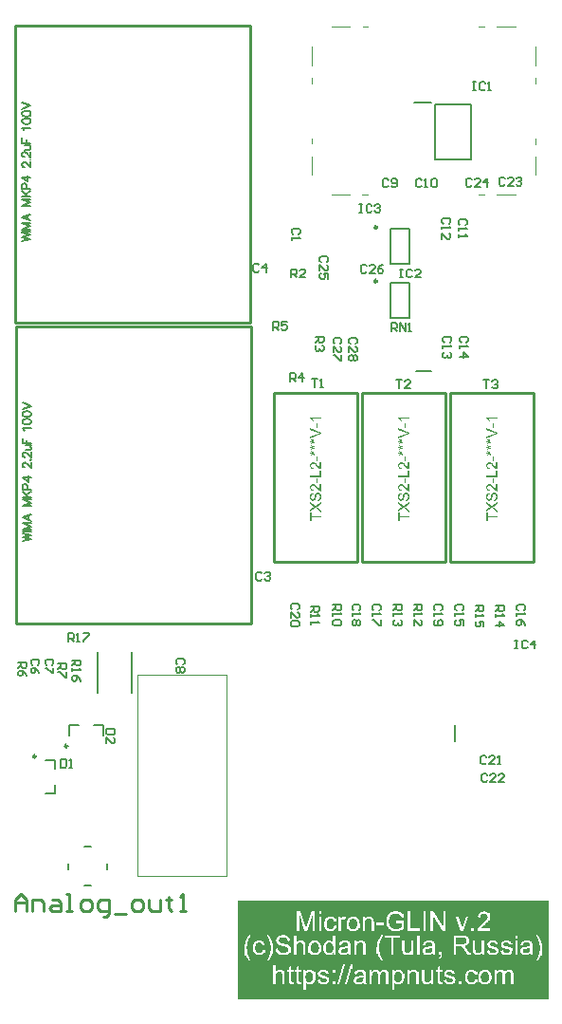
<source format=gto>
G04*
G04 #@! TF.GenerationSoftware,Altium Limited,Altium Designer,22.4.2 (48)*
G04*
G04 Layer_Color=65535*
%FSLAX25Y25*%
%MOIN*%
G70*
G04*
G04 #@! TF.SameCoordinates,2E2B2F14-C775-4052-8AD3-083FCFC3520C*
G04*
G04*
G04 #@! TF.FilePolarity,Positive*
G04*
G01*
G75*
%ADD10C,0.00984*%
%ADD11C,0.00787*%
%ADD12C,0.00394*%
%ADD13C,0.01000*%
%ADD14C,0.00591*%
G36*
X194742Y-344075D02*
X85573D01*
Y-333476D01*
X194742D01*
Y-344075D01*
D02*
G37*
G36*
D02*
Y-354367D01*
D01*
Y-368099D01*
X85573D01*
Y-354367D01*
D01*
Y-344075D01*
X194742D01*
D02*
G37*
G36*
X145713Y-164060D02*
X142714D01*
X142722Y-164068D01*
X142743Y-164089D01*
X142772Y-164126D01*
X142814Y-164180D01*
X142864Y-164243D01*
X142918Y-164322D01*
X142976Y-164409D01*
X143038Y-164509D01*
Y-164513D01*
X143047Y-164522D01*
X143055Y-164534D01*
X143063Y-164555D01*
X143080Y-164580D01*
X143092Y-164609D01*
X143130Y-164675D01*
X143167Y-164750D01*
X143209Y-164833D01*
X143246Y-164921D01*
X143280Y-165004D01*
X142826D01*
X142822Y-165000D01*
X142818Y-164987D01*
X142805Y-164967D01*
X142793Y-164937D01*
X142776Y-164904D01*
X142751Y-164863D01*
X142726Y-164817D01*
X142701Y-164771D01*
X142635Y-164663D01*
X142556Y-164547D01*
X142473Y-164426D01*
X142377Y-164313D01*
X142373Y-164309D01*
X142364Y-164301D01*
X142352Y-164284D01*
X142331Y-164264D01*
X142306Y-164243D01*
X142281Y-164214D01*
X142210Y-164151D01*
X142136Y-164081D01*
X142048Y-164010D01*
X141957Y-163947D01*
X141861Y-163893D01*
Y-163590D01*
X145713D01*
Y-164060D01*
D02*
G37*
G36*
X144561Y-167205D02*
X144087D01*
Y-165753D01*
X144561D01*
Y-167205D01*
D02*
G37*
G36*
X145713Y-168914D02*
Y-169439D01*
X141874Y-170928D01*
Y-170375D01*
X144665Y-169376D01*
X144669D01*
X144682Y-169372D01*
X144698Y-169364D01*
X144723Y-169355D01*
X144752Y-169347D01*
X144785Y-169335D01*
X144823Y-169322D01*
X144869Y-169306D01*
X144964Y-169276D01*
X145068Y-169243D01*
X145181Y-169210D01*
X145293Y-169176D01*
X145289D01*
X145281Y-169172D01*
X145260Y-169168D01*
X145239Y-169160D01*
X145210Y-169152D01*
X145176Y-169143D01*
X145139Y-169131D01*
X145097Y-169118D01*
X145002Y-169089D01*
X144894Y-169052D01*
X144781Y-169010D01*
X144665Y-168968D01*
X141874Y-167933D01*
Y-167417D01*
X145713Y-168914D01*
D02*
G37*
G36*
X142581Y-171144D02*
X142585Y-171157D01*
X142593Y-171173D01*
X142597Y-171198D01*
X142610Y-171227D01*
X142618Y-171261D01*
X142631Y-171302D01*
X142643Y-171348D01*
X142668Y-171444D01*
X142693Y-171556D01*
X142714Y-171672D01*
X142730Y-171793D01*
X142739Y-171785D01*
X142755Y-171764D01*
X142793Y-171727D01*
X142843Y-171677D01*
X142876Y-171648D01*
X142909Y-171614D01*
X142951Y-171577D01*
X142997Y-171535D01*
X143047Y-171494D01*
X143097Y-171448D01*
X143159Y-171398D01*
X143221Y-171344D01*
X143442Y-171656D01*
X143438D01*
X143433Y-171664D01*
X143421Y-171672D01*
X143404Y-171685D01*
X143384Y-171697D01*
X143359Y-171714D01*
X143330Y-171735D01*
X143296Y-171760D01*
X143217Y-171810D01*
X143122Y-171872D01*
X143009Y-171943D01*
X142884Y-172018D01*
X142889D01*
X142901Y-172026D01*
X142918Y-172035D01*
X142943Y-172051D01*
X142976Y-172068D01*
X143009Y-172084D01*
X143092Y-172130D01*
X143180Y-172184D01*
X143275Y-172242D01*
X143363Y-172297D01*
X143442Y-172355D01*
X143221Y-172667D01*
X143217Y-172663D01*
X143205Y-172654D01*
X143184Y-172638D01*
X143159Y-172617D01*
X143130Y-172592D01*
X143097Y-172563D01*
X143017Y-172496D01*
X142938Y-172425D01*
X142855Y-172355D01*
X142818Y-172321D01*
X142785Y-172288D01*
X142755Y-172255D01*
X142730Y-172230D01*
Y-172234D01*
X142726Y-172247D01*
X142722Y-172263D01*
X142718Y-172288D01*
X142714Y-172317D01*
X142706Y-172351D01*
X142697Y-172392D01*
X142685Y-172438D01*
X142664Y-172534D01*
X142639Y-172642D01*
X142610Y-172754D01*
X142581Y-172871D01*
X142210Y-172750D01*
Y-172746D01*
X142219Y-172733D01*
X142223Y-172708D01*
X142235Y-172683D01*
X142248Y-172646D01*
X142260Y-172608D01*
X142298Y-172517D01*
X142335Y-172421D01*
X142377Y-172321D01*
X142423Y-172226D01*
X142443Y-172184D01*
X142464Y-172147D01*
X142460D01*
X142443D01*
X142419Y-172151D01*
X142385Y-172155D01*
X142348Y-172159D01*
X142306Y-172163D01*
X142256Y-172168D01*
X142206Y-172172D01*
X142098Y-172180D01*
X141990Y-172188D01*
X141936Y-172193D01*
X141890D01*
X141849Y-172197D01*
X141811D01*
Y-171818D01*
X141815D01*
X141824D01*
X141836D01*
X141857D01*
X141882Y-171822D01*
X141915D01*
X141948Y-171827D01*
X141990Y-171831D01*
X142036D01*
X142086Y-171839D01*
X142140Y-171843D01*
X142198Y-171847D01*
X142323Y-171864D01*
X142464Y-171880D01*
Y-171876D01*
X142456Y-171868D01*
X142452Y-171851D01*
X142439Y-171831D01*
X142427Y-171806D01*
X142414Y-171776D01*
X142398Y-171739D01*
X142381Y-171702D01*
X142344Y-171610D01*
X142298Y-171506D01*
X142256Y-171386D01*
X142210Y-171261D01*
X142581Y-171140D01*
Y-171144D01*
D02*
G37*
G36*
Y-173232D02*
X142585Y-173245D01*
X142593Y-173262D01*
X142597Y-173287D01*
X142610Y-173316D01*
X142618Y-173349D01*
X142631Y-173391D01*
X142643Y-173436D01*
X142668Y-173532D01*
X142693Y-173644D01*
X142714Y-173761D01*
X142730Y-173881D01*
X142739Y-173873D01*
X142755Y-173852D01*
X142793Y-173815D01*
X142843Y-173765D01*
X142876Y-173736D01*
X142909Y-173703D01*
X142951Y-173665D01*
X142997Y-173624D01*
X143047Y-173582D01*
X143097Y-173536D01*
X143159Y-173486D01*
X143221Y-173432D01*
X143442Y-173744D01*
X143438D01*
X143433Y-173752D01*
X143421Y-173761D01*
X143404Y-173773D01*
X143384Y-173786D01*
X143359Y-173802D01*
X143330Y-173823D01*
X143296Y-173848D01*
X143217Y-173898D01*
X143122Y-173960D01*
X143009Y-174031D01*
X142884Y-174106D01*
X142889D01*
X142901Y-174115D01*
X142918Y-174123D01*
X142943Y-174139D01*
X142976Y-174156D01*
X143009Y-174173D01*
X143092Y-174218D01*
X143180Y-174273D01*
X143275Y-174331D01*
X143363Y-174385D01*
X143442Y-174443D01*
X143221Y-174755D01*
X143217Y-174751D01*
X143205Y-174743D01*
X143184Y-174726D01*
X143159Y-174705D01*
X143130Y-174680D01*
X143097Y-174651D01*
X143017Y-174584D01*
X142938Y-174514D01*
X142855Y-174443D01*
X142818Y-174410D01*
X142785Y-174376D01*
X142755Y-174343D01*
X142730Y-174318D01*
Y-174322D01*
X142726Y-174335D01*
X142722Y-174352D01*
X142718Y-174376D01*
X142714Y-174406D01*
X142706Y-174439D01*
X142697Y-174480D01*
X142685Y-174526D01*
X142664Y-174622D01*
X142639Y-174730D01*
X142610Y-174843D01*
X142581Y-174959D01*
X142210Y-174838D01*
Y-174834D01*
X142219Y-174822D01*
X142223Y-174797D01*
X142235Y-174772D01*
X142248Y-174734D01*
X142260Y-174697D01*
X142298Y-174605D01*
X142335Y-174510D01*
X142377Y-174410D01*
X142423Y-174314D01*
X142443Y-174273D01*
X142464Y-174235D01*
X142460D01*
X142443D01*
X142419Y-174239D01*
X142385Y-174243D01*
X142348Y-174248D01*
X142306Y-174252D01*
X142256Y-174256D01*
X142206Y-174260D01*
X142098Y-174268D01*
X141990Y-174277D01*
X141936Y-174281D01*
X141890D01*
X141849Y-174285D01*
X141811D01*
Y-173907D01*
X141815D01*
X141824D01*
X141836D01*
X141857D01*
X141882Y-173911D01*
X141915D01*
X141948Y-173915D01*
X141990Y-173919D01*
X142036D01*
X142086Y-173927D01*
X142140Y-173931D01*
X142198Y-173936D01*
X142323Y-173952D01*
X142464Y-173969D01*
Y-173965D01*
X142456Y-173956D01*
X142452Y-173940D01*
X142439Y-173919D01*
X142427Y-173894D01*
X142414Y-173865D01*
X142398Y-173827D01*
X142381Y-173790D01*
X142344Y-173698D01*
X142298Y-173594D01*
X142256Y-173474D01*
X142210Y-173349D01*
X142581Y-173228D01*
Y-173232D01*
D02*
G37*
G36*
Y-175321D02*
X142585Y-175333D01*
X142593Y-175350D01*
X142597Y-175375D01*
X142610Y-175404D01*
X142618Y-175437D01*
X142631Y-175479D01*
X142643Y-175525D01*
X142668Y-175620D01*
X142693Y-175733D01*
X142714Y-175849D01*
X142730Y-175970D01*
X142739Y-175961D01*
X142755Y-175941D01*
X142793Y-175903D01*
X142843Y-175853D01*
X142876Y-175824D01*
X142909Y-175791D01*
X142951Y-175753D01*
X142997Y-175712D01*
X143047Y-175670D01*
X143097Y-175625D01*
X143159Y-175575D01*
X143221Y-175521D01*
X143442Y-175832D01*
X143438D01*
X143433Y-175841D01*
X143421Y-175849D01*
X143404Y-175862D01*
X143384Y-175874D01*
X143359Y-175891D01*
X143330Y-175912D01*
X143296Y-175936D01*
X143217Y-175987D01*
X143122Y-176049D01*
X143009Y-176120D01*
X142884Y-176195D01*
X142889D01*
X142901Y-176203D01*
X142918Y-176211D01*
X142943Y-176228D01*
X142976Y-176244D01*
X143009Y-176261D01*
X143092Y-176307D01*
X143180Y-176361D01*
X143275Y-176419D01*
X143363Y-176473D01*
X143442Y-176531D01*
X143221Y-176843D01*
X143217Y-176839D01*
X143205Y-176831D01*
X143184Y-176814D01*
X143159Y-176794D01*
X143130Y-176769D01*
X143097Y-176739D01*
X143017Y-176673D01*
X142938Y-176602D01*
X142855Y-176531D01*
X142818Y-176498D01*
X142785Y-176465D01*
X142755Y-176432D01*
X142730Y-176407D01*
Y-176411D01*
X142726Y-176423D01*
X142722Y-176440D01*
X142718Y-176465D01*
X142714Y-176494D01*
X142706Y-176527D01*
X142697Y-176569D01*
X142685Y-176615D01*
X142664Y-176710D01*
X142639Y-176819D01*
X142610Y-176931D01*
X142581Y-177047D01*
X142210Y-176927D01*
Y-176923D01*
X142219Y-176910D01*
X142223Y-176885D01*
X142235Y-176860D01*
X142248Y-176823D01*
X142260Y-176785D01*
X142298Y-176694D01*
X142335Y-176598D01*
X142377Y-176498D01*
X142423Y-176402D01*
X142443Y-176361D01*
X142464Y-176323D01*
X142460D01*
X142443D01*
X142419Y-176328D01*
X142385Y-176332D01*
X142348Y-176336D01*
X142306Y-176340D01*
X142256Y-176344D01*
X142206Y-176348D01*
X142098Y-176357D01*
X141990Y-176365D01*
X141936Y-176369D01*
X141890D01*
X141849Y-176373D01*
X141811D01*
Y-175995D01*
X141815D01*
X141824D01*
X141836D01*
X141857D01*
X141882Y-175999D01*
X141915D01*
X141948Y-176003D01*
X141990Y-176007D01*
X142036D01*
X142086Y-176016D01*
X142140Y-176020D01*
X142198Y-176024D01*
X142323Y-176040D01*
X142464Y-176057D01*
Y-176053D01*
X142456Y-176045D01*
X142452Y-176028D01*
X142439Y-176007D01*
X142427Y-175982D01*
X142414Y-175953D01*
X142398Y-175916D01*
X142381Y-175878D01*
X142344Y-175787D01*
X142298Y-175683D01*
X142256Y-175562D01*
X142210Y-175437D01*
X142581Y-175317D01*
Y-175321D01*
D02*
G37*
G36*
X144561Y-178832D02*
X144087D01*
Y-177380D01*
X144561D01*
Y-178832D01*
D02*
G37*
G36*
X145713Y-181823D02*
X145705D01*
X145684D01*
X145651D01*
X145609Y-181819D01*
X145559Y-181815D01*
X145505Y-181802D01*
X145447Y-181790D01*
X145389Y-181769D01*
X145385D01*
X145376Y-181765D01*
X145364Y-181761D01*
X145343Y-181752D01*
X145322Y-181740D01*
X145293Y-181727D01*
X145227Y-181694D01*
X145147Y-181652D01*
X145060Y-181598D01*
X144969Y-181536D01*
X144877Y-181461D01*
X144873Y-181457D01*
X144865Y-181453D01*
X144852Y-181440D01*
X144831Y-181419D01*
X144810Y-181399D01*
X144781Y-181369D01*
X144748Y-181340D01*
X144711Y-181303D01*
X144669Y-181261D01*
X144627Y-181216D01*
X144578Y-181166D01*
X144528Y-181107D01*
X144474Y-181049D01*
X144419Y-180983D01*
X144361Y-180916D01*
X144299Y-180841D01*
X144295Y-180833D01*
X144274Y-180812D01*
X144249Y-180783D01*
X144211Y-180741D01*
X144170Y-180691D01*
X144120Y-180633D01*
X144066Y-180567D01*
X144003Y-180500D01*
X143875Y-180359D01*
X143737Y-180221D01*
X143671Y-180155D01*
X143604Y-180092D01*
X143542Y-180038D01*
X143483Y-179992D01*
X143479Y-179988D01*
X143471Y-179984D01*
X143454Y-179972D01*
X143433Y-179959D01*
X143404Y-179938D01*
X143375Y-179922D01*
X143300Y-179880D01*
X143213Y-179839D01*
X143117Y-179801D01*
X143017Y-179776D01*
X142968Y-179772D01*
X142918Y-179768D01*
X142913D01*
X142905D01*
X142889D01*
X142872Y-179772D01*
X142847D01*
X142818Y-179780D01*
X142755Y-179793D01*
X142681Y-179818D01*
X142602Y-179855D01*
X142560Y-179876D01*
X142523Y-179905D01*
X142485Y-179934D01*
X142448Y-179972D01*
X142443Y-179976D01*
X142439Y-179980D01*
X142431Y-179992D01*
X142419Y-180009D01*
X142402Y-180030D01*
X142385Y-180055D01*
X142348Y-180113D01*
X142315Y-180192D01*
X142281Y-180280D01*
X142260Y-180384D01*
X142252Y-180442D01*
Y-180533D01*
X142256Y-180558D01*
Y-180587D01*
X142265Y-180621D01*
X142277Y-180696D01*
X142302Y-180783D01*
X142339Y-180875D01*
X142364Y-180920D01*
X142389Y-180966D01*
X142423Y-181008D01*
X142460Y-181049D01*
X142464Y-181053D01*
X142468Y-181058D01*
X142481Y-181066D01*
X142498Y-181082D01*
X142518Y-181095D01*
X142543Y-181112D01*
X142572Y-181132D01*
X142606Y-181149D01*
X142643Y-181170D01*
X142685Y-181186D01*
X142785Y-181220D01*
X142893Y-181245D01*
X142955Y-181249D01*
X143022Y-181253D01*
X142972Y-181736D01*
X142963D01*
X142947Y-181731D01*
X142922Y-181727D01*
X142884Y-181723D01*
X142839Y-181715D01*
X142785Y-181702D01*
X142726Y-181690D01*
X142664Y-181669D01*
X142602Y-181648D01*
X142531Y-181623D01*
X142464Y-181590D01*
X142398Y-181557D01*
X142327Y-181515D01*
X142265Y-181469D01*
X142202Y-181419D01*
X142148Y-181361D01*
X142144Y-181357D01*
X142136Y-181344D01*
X142123Y-181328D01*
X142102Y-181303D01*
X142081Y-181270D01*
X142057Y-181228D01*
X142032Y-181182D01*
X142002Y-181128D01*
X141978Y-181070D01*
X141953Y-181003D01*
X141928Y-180933D01*
X141907Y-180854D01*
X141886Y-180771D01*
X141874Y-180683D01*
X141865Y-180587D01*
X141861Y-180488D01*
Y-180433D01*
X141865Y-180396D01*
X141869Y-180350D01*
X141878Y-180296D01*
X141886Y-180234D01*
X141899Y-180171D01*
X141915Y-180101D01*
X141936Y-180030D01*
X141961Y-179955D01*
X141990Y-179884D01*
X142027Y-179809D01*
X142069Y-179739D01*
X142115Y-179672D01*
X142169Y-179610D01*
X142173Y-179606D01*
X142181Y-179597D01*
X142202Y-179581D01*
X142223Y-179560D01*
X142252Y-179535D01*
X142289Y-179506D01*
X142331Y-179477D01*
X142381Y-179448D01*
X142431Y-179419D01*
X142489Y-179389D01*
X142552Y-179360D01*
X142618Y-179335D01*
X142693Y-179314D01*
X142768Y-179298D01*
X142847Y-179289D01*
X142930Y-179285D01*
X142934D01*
X142938D01*
X142951D01*
X142968D01*
X143013Y-179289D01*
X143072Y-179298D01*
X143142Y-179310D01*
X143217Y-179327D01*
X143300Y-179348D01*
X143384Y-179381D01*
X143388D01*
X143392Y-179385D01*
X143404Y-179389D01*
X143421Y-179398D01*
X143467Y-179423D01*
X143525Y-179456D01*
X143596Y-179502D01*
X143675Y-179556D01*
X143758Y-179618D01*
X143850Y-179697D01*
X143854Y-179701D01*
X143862Y-179706D01*
X143875Y-179722D01*
X143895Y-179739D01*
X143920Y-179764D01*
X143949Y-179793D01*
X143987Y-179826D01*
X144024Y-179868D01*
X144070Y-179918D01*
X144120Y-179972D01*
X144178Y-180030D01*
X144236Y-180096D01*
X144303Y-180167D01*
X144369Y-180246D01*
X144444Y-180334D01*
X144523Y-180425D01*
X144528Y-180429D01*
X144540Y-180442D01*
X144557Y-180467D01*
X144582Y-180492D01*
X144611Y-180529D01*
X144644Y-180567D01*
X144719Y-180654D01*
X144798Y-180745D01*
X144881Y-180833D01*
X144919Y-180875D01*
X144952Y-180912D01*
X144985Y-180945D01*
X145010Y-180970D01*
X145014Y-180974D01*
X145031Y-180991D01*
X145056Y-181012D01*
X145089Y-181041D01*
X145127Y-181074D01*
X145168Y-181107D01*
X145260Y-181174D01*
Y-179281D01*
X145713D01*
Y-181823D01*
D02*
G37*
G36*
Y-184573D02*
X141874D01*
Y-184065D01*
X145260D01*
Y-182172D01*
X145713D01*
Y-184573D01*
D02*
G37*
G36*
X144561Y-186582D02*
X144087D01*
Y-185130D01*
X144561D01*
Y-186582D01*
D02*
G37*
G36*
X145713Y-189573D02*
X145705D01*
X145684D01*
X145651D01*
X145609Y-189569D01*
X145559Y-189565D01*
X145505Y-189552D01*
X145447Y-189540D01*
X145389Y-189519D01*
X145385D01*
X145376Y-189515D01*
X145364Y-189511D01*
X145343Y-189502D01*
X145322Y-189490D01*
X145293Y-189477D01*
X145227Y-189444D01*
X145147Y-189402D01*
X145060Y-189348D01*
X144969Y-189286D01*
X144877Y-189211D01*
X144873Y-189207D01*
X144865Y-189203D01*
X144852Y-189190D01*
X144831Y-189170D01*
X144810Y-189149D01*
X144781Y-189120D01*
X144748Y-189091D01*
X144711Y-189053D01*
X144669Y-189011D01*
X144627Y-188966D01*
X144578Y-188916D01*
X144528Y-188857D01*
X144474Y-188799D01*
X144419Y-188733D01*
X144361Y-188666D01*
X144299Y-188591D01*
X144295Y-188583D01*
X144274Y-188562D01*
X144249Y-188533D01*
X144211Y-188491D01*
X144170Y-188442D01*
X144120Y-188383D01*
X144066Y-188317D01*
X144003Y-188250D01*
X143875Y-188109D01*
X143737Y-187971D01*
X143671Y-187905D01*
X143604Y-187843D01*
X143542Y-187788D01*
X143483Y-187743D01*
X143479Y-187739D01*
X143471Y-187734D01*
X143454Y-187722D01*
X143433Y-187709D01*
X143404Y-187689D01*
X143375Y-187672D01*
X143300Y-187630D01*
X143213Y-187589D01*
X143117Y-187551D01*
X143017Y-187526D01*
X142968Y-187522D01*
X142918Y-187518D01*
X142913D01*
X142905D01*
X142889D01*
X142872Y-187522D01*
X142847D01*
X142818Y-187531D01*
X142755Y-187543D01*
X142681Y-187568D01*
X142602Y-187605D01*
X142560Y-187626D01*
X142523Y-187655D01*
X142485Y-187684D01*
X142448Y-187722D01*
X142443Y-187726D01*
X142439Y-187730D01*
X142431Y-187743D01*
X142419Y-187759D01*
X142402Y-187780D01*
X142385Y-187805D01*
X142348Y-187863D01*
X142315Y-187942D01*
X142281Y-188030D01*
X142260Y-188134D01*
X142252Y-188192D01*
Y-188283D01*
X142256Y-188308D01*
Y-188338D01*
X142265Y-188371D01*
X142277Y-188446D01*
X142302Y-188533D01*
X142339Y-188625D01*
X142364Y-188670D01*
X142389Y-188716D01*
X142423Y-188758D01*
X142460Y-188799D01*
X142464Y-188803D01*
X142468Y-188808D01*
X142481Y-188816D01*
X142498Y-188832D01*
X142518Y-188845D01*
X142543Y-188862D01*
X142572Y-188883D01*
X142606Y-188899D01*
X142643Y-188920D01*
X142685Y-188936D01*
X142785Y-188970D01*
X142893Y-188995D01*
X142955Y-188999D01*
X143022Y-189003D01*
X142972Y-189486D01*
X142963D01*
X142947Y-189481D01*
X142922Y-189477D01*
X142884Y-189473D01*
X142839Y-189465D01*
X142785Y-189452D01*
X142726Y-189440D01*
X142664Y-189419D01*
X142602Y-189398D01*
X142531Y-189373D01*
X142464Y-189340D01*
X142398Y-189307D01*
X142327Y-189265D01*
X142265Y-189219D01*
X142202Y-189170D01*
X142148Y-189111D01*
X142144Y-189107D01*
X142136Y-189095D01*
X142123Y-189078D01*
X142102Y-189053D01*
X142081Y-189020D01*
X142057Y-188978D01*
X142032Y-188932D01*
X142002Y-188878D01*
X141978Y-188820D01*
X141953Y-188753D01*
X141928Y-188683D01*
X141907Y-188604D01*
X141886Y-188521D01*
X141874Y-188433D01*
X141865Y-188338D01*
X141861Y-188238D01*
Y-188184D01*
X141865Y-188146D01*
X141869Y-188100D01*
X141878Y-188046D01*
X141886Y-187984D01*
X141899Y-187922D01*
X141915Y-187851D01*
X141936Y-187780D01*
X141961Y-187705D01*
X141990Y-187635D01*
X142027Y-187560D01*
X142069Y-187489D01*
X142115Y-187422D01*
X142169Y-187360D01*
X142173Y-187356D01*
X142181Y-187347D01*
X142202Y-187331D01*
X142223Y-187310D01*
X142252Y-187285D01*
X142289Y-187256D01*
X142331Y-187227D01*
X142381Y-187198D01*
X142431Y-187169D01*
X142489Y-187139D01*
X142552Y-187110D01*
X142618Y-187085D01*
X142693Y-187065D01*
X142768Y-187048D01*
X142847Y-187040D01*
X142930Y-187035D01*
X142934D01*
X142938D01*
X142951D01*
X142968D01*
X143013Y-187040D01*
X143072Y-187048D01*
X143142Y-187060D01*
X143217Y-187077D01*
X143300Y-187098D01*
X143384Y-187131D01*
X143388D01*
X143392Y-187135D01*
X143404Y-187139D01*
X143421Y-187148D01*
X143467Y-187173D01*
X143525Y-187206D01*
X143596Y-187252D01*
X143675Y-187306D01*
X143758Y-187368D01*
X143850Y-187447D01*
X143854Y-187451D01*
X143862Y-187456D01*
X143875Y-187472D01*
X143895Y-187489D01*
X143920Y-187514D01*
X143949Y-187543D01*
X143987Y-187576D01*
X144024Y-187618D01*
X144070Y-187668D01*
X144120Y-187722D01*
X144178Y-187780D01*
X144236Y-187847D01*
X144303Y-187917D01*
X144369Y-187996D01*
X144444Y-188084D01*
X144523Y-188175D01*
X144528Y-188179D01*
X144540Y-188192D01*
X144557Y-188217D01*
X144582Y-188242D01*
X144611Y-188279D01*
X144644Y-188317D01*
X144719Y-188404D01*
X144798Y-188496D01*
X144881Y-188583D01*
X144919Y-188625D01*
X144952Y-188662D01*
X144985Y-188695D01*
X145010Y-188720D01*
X145014Y-188724D01*
X145031Y-188741D01*
X145056Y-188762D01*
X145089Y-188791D01*
X145127Y-188824D01*
X145168Y-188857D01*
X145260Y-188924D01*
Y-187031D01*
X145713D01*
Y-189573D01*
D02*
G37*
G36*
X144682Y-190014D02*
X144711D01*
X144740Y-190018D01*
X144819Y-190031D01*
X144906Y-190051D01*
X145002Y-190085D01*
X145102Y-190130D01*
X145156Y-190155D01*
X145206Y-190189D01*
X145210D01*
X145218Y-190197D01*
X145231Y-190205D01*
X145251Y-190222D01*
X145297Y-190259D01*
X145360Y-190318D01*
X145426Y-190388D01*
X145497Y-190476D01*
X145563Y-190576D01*
X145626Y-190692D01*
Y-190696D01*
X145634Y-190709D01*
X145638Y-190725D01*
X145651Y-190750D01*
X145659Y-190779D01*
X145672Y-190817D01*
X145688Y-190858D01*
X145701Y-190908D01*
X145713Y-190958D01*
X145730Y-191016D01*
X145751Y-191141D01*
X145767Y-191279D01*
X145776Y-191428D01*
Y-191478D01*
X145771Y-191516D01*
Y-191561D01*
X145767Y-191611D01*
X145763Y-191670D01*
X145755Y-191736D01*
X145738Y-191874D01*
X145713Y-192019D01*
X145676Y-192165D01*
X145626Y-192306D01*
Y-192310D01*
X145617Y-192323D01*
X145609Y-192339D01*
X145597Y-192364D01*
X145580Y-192394D01*
X145563Y-192427D01*
X145513Y-192506D01*
X145451Y-192593D01*
X145372Y-192685D01*
X145281Y-192776D01*
X145172Y-192855D01*
X145168Y-192859D01*
X145160Y-192864D01*
X145143Y-192872D01*
X145118Y-192884D01*
X145089Y-192901D01*
X145056Y-192918D01*
X145014Y-192938D01*
X144969Y-192955D01*
X144923Y-192976D01*
X144869Y-192992D01*
X144748Y-193026D01*
X144619Y-193051D01*
X144548Y-193059D01*
X144478Y-193063D01*
X144436Y-192585D01*
X144440D01*
X144449D01*
X144465Y-192581D01*
X144486Y-192577D01*
X144511Y-192572D01*
X144536Y-192568D01*
X144607Y-192552D01*
X144682Y-192531D01*
X144761Y-192506D01*
X144840Y-192473D01*
X144914Y-192431D01*
X144923Y-192427D01*
X144944Y-192406D01*
X144977Y-192377D01*
X145018Y-192335D01*
X145068Y-192281D01*
X145114Y-192215D01*
X145164Y-192136D01*
X145210Y-192044D01*
Y-192040D01*
X145214Y-192032D01*
X145218Y-192019D01*
X145227Y-191998D01*
X145235Y-191973D01*
X145247Y-191944D01*
X145256Y-191911D01*
X145264Y-191874D01*
X145285Y-191786D01*
X145306Y-191682D01*
X145318Y-191574D01*
X145322Y-191453D01*
Y-191403D01*
X145318Y-191378D01*
Y-191349D01*
X145310Y-191283D01*
X145301Y-191204D01*
X145289Y-191116D01*
X145268Y-191029D01*
X145239Y-190946D01*
Y-190942D01*
X145235Y-190937D01*
X145231Y-190925D01*
X145222Y-190908D01*
X145202Y-190871D01*
X145176Y-190821D01*
X145143Y-190767D01*
X145102Y-190709D01*
X145056Y-190659D01*
X145002Y-190613D01*
X144993Y-190609D01*
X144977Y-190596D01*
X144944Y-190576D01*
X144902Y-190555D01*
X144852Y-190538D01*
X144798Y-190517D01*
X144736Y-190505D01*
X144673Y-190501D01*
X144669D01*
X144665D01*
X144644D01*
X144607Y-190505D01*
X144565Y-190513D01*
X144515Y-190526D01*
X144461Y-190547D01*
X144407Y-190571D01*
X144357Y-190609D01*
X144353Y-190613D01*
X144336Y-190630D01*
X144311Y-190655D01*
X144278Y-190692D01*
X144245Y-190738D01*
X144207Y-190800D01*
X144170Y-190871D01*
X144132Y-190954D01*
X144128Y-190963D01*
X144124Y-190971D01*
X144120Y-190987D01*
X144116Y-191004D01*
X144107Y-191029D01*
X144095Y-191062D01*
X144087Y-191096D01*
X144074Y-191141D01*
X144058Y-191187D01*
X144045Y-191245D01*
X144028Y-191308D01*
X144008Y-191378D01*
X143991Y-191453D01*
X143966Y-191541D01*
X143945Y-191636D01*
Y-191640D01*
X143941Y-191657D01*
X143933Y-191686D01*
X143924Y-191720D01*
X143912Y-191765D01*
X143899Y-191815D01*
X143883Y-191865D01*
X143866Y-191923D01*
X143829Y-192048D01*
X143787Y-192169D01*
X143766Y-192227D01*
X143746Y-192281D01*
X143725Y-192331D01*
X143704Y-192373D01*
Y-192377D01*
X143696Y-192385D01*
X143687Y-192398D01*
X143679Y-192419D01*
X143650Y-192468D01*
X143608Y-192527D01*
X143554Y-192597D01*
X143496Y-192664D01*
X143425Y-192730D01*
X143350Y-192785D01*
X143346D01*
X143342Y-192789D01*
X143330Y-192797D01*
X143313Y-192805D01*
X143267Y-192826D01*
X143209Y-192851D01*
X143138Y-192876D01*
X143055Y-192897D01*
X142963Y-192913D01*
X142868Y-192918D01*
X142864D01*
X142855D01*
X142839D01*
X142818Y-192913D01*
X142793D01*
X142764Y-192909D01*
X142689Y-192897D01*
X142606Y-192876D01*
X142518Y-192851D01*
X142423Y-192809D01*
X142327Y-192755D01*
X142323D01*
X142315Y-192747D01*
X142302Y-192739D01*
X142285Y-192726D01*
X142240Y-192685D01*
X142181Y-192631D01*
X142119Y-192564D01*
X142057Y-192481D01*
X141994Y-192385D01*
X141940Y-192273D01*
Y-192269D01*
X141936Y-192260D01*
X141928Y-192240D01*
X141919Y-192219D01*
X141911Y-192190D01*
X141899Y-192152D01*
X141886Y-192111D01*
X141874Y-192065D01*
X141861Y-192015D01*
X141849Y-191961D01*
X141828Y-191844D01*
X141811Y-191711D01*
X141807Y-191570D01*
Y-191499D01*
X141811Y-191462D01*
X141815Y-191416D01*
X141819Y-191370D01*
X141824Y-191316D01*
X141840Y-191200D01*
X141865Y-191071D01*
X141903Y-190942D01*
X141948Y-190817D01*
Y-190813D01*
X141957Y-190804D01*
X141961Y-190784D01*
X141973Y-190763D01*
X141990Y-190738D01*
X142007Y-190705D01*
X142048Y-190634D01*
X142106Y-190551D01*
X142177Y-190467D01*
X142256Y-190388D01*
X142352Y-190318D01*
X142356Y-190313D01*
X142364Y-190309D01*
X142377Y-190301D01*
X142398Y-190288D01*
X142423Y-190276D01*
X142452Y-190259D01*
X142489Y-190247D01*
X142527Y-190226D01*
X142614Y-190193D01*
X142718Y-190164D01*
X142830Y-190139D01*
X142955Y-190126D01*
X142993Y-190613D01*
X142988D01*
X142976Y-190617D01*
X142959D01*
X142934Y-190621D01*
X142901Y-190630D01*
X142868Y-190638D01*
X142789Y-190663D01*
X142701Y-190696D01*
X142610Y-190746D01*
X142523Y-190804D01*
X142485Y-190842D01*
X142448Y-190883D01*
X142443Y-190888D01*
X142439Y-190892D01*
X142431Y-190908D01*
X142419Y-190925D01*
X142406Y-190950D01*
X142389Y-190979D01*
X142373Y-191012D01*
X142352Y-191050D01*
X142335Y-191096D01*
X142319Y-191146D01*
X142302Y-191200D01*
X142289Y-191258D01*
X142277Y-191324D01*
X142269Y-191395D01*
X142260Y-191470D01*
Y-191591D01*
X142265Y-191624D01*
Y-191661D01*
X142269Y-191703D01*
X142273Y-191753D01*
X142281Y-191803D01*
X142302Y-191915D01*
X142331Y-192023D01*
X142373Y-192127D01*
X142402Y-192177D01*
X142431Y-192219D01*
Y-192223D01*
X142439Y-192227D01*
X142460Y-192252D01*
X142498Y-192285D01*
X142547Y-192323D01*
X142606Y-192360D01*
X142676Y-192394D01*
X142751Y-192419D01*
X142793Y-192423D01*
X142839Y-192427D01*
X142843D01*
X142847D01*
X142872Y-192423D01*
X142909Y-192419D01*
X142955Y-192410D01*
X143009Y-192389D01*
X143067Y-192364D01*
X143122Y-192331D01*
X143176Y-192281D01*
X143180Y-192273D01*
X143188Y-192264D01*
X143201Y-192248D01*
X143213Y-192227D01*
X143226Y-192202D01*
X143242Y-192169D01*
X143263Y-192131D01*
X143284Y-192086D01*
X143305Y-192032D01*
X143325Y-191969D01*
X143350Y-191899D01*
X143375Y-191815D01*
X143400Y-191728D01*
X143429Y-191628D01*
X143454Y-191516D01*
Y-191507D01*
X143458Y-191487D01*
X143467Y-191457D01*
X143479Y-191416D01*
X143488Y-191366D01*
X143504Y-191308D01*
X143517Y-191245D01*
X143537Y-191179D01*
X143575Y-191037D01*
X143612Y-190896D01*
X143633Y-190829D01*
X143654Y-190771D01*
X143675Y-190713D01*
X143696Y-190667D01*
Y-190663D01*
X143704Y-190650D01*
X143712Y-190634D01*
X143725Y-190613D01*
X143737Y-190584D01*
X143758Y-190551D01*
X143804Y-190480D01*
X143858Y-190397D01*
X143924Y-190318D01*
X144003Y-190239D01*
X144045Y-190205D01*
X144087Y-190172D01*
X144091D01*
X144099Y-190164D01*
X144112Y-190155D01*
X144128Y-190147D01*
X144149Y-190135D01*
X144178Y-190122D01*
X144245Y-190089D01*
X144324Y-190060D01*
X144415Y-190035D01*
X144519Y-190018D01*
X144632Y-190010D01*
X144636D01*
X144644D01*
X144661D01*
X144682Y-190014D01*
D02*
G37*
G36*
X145713Y-193966D02*
X144345Y-194939D01*
X144340Y-194944D01*
X144324Y-194952D01*
X144303Y-194968D01*
X144270Y-194989D01*
X144236Y-195014D01*
X144199Y-195039D01*
X144112Y-195097D01*
X144116D01*
X144120Y-195102D01*
X144145Y-195118D01*
X144178Y-195139D01*
X144220Y-195168D01*
X144307Y-195231D01*
X144349Y-195256D01*
X144382Y-195281D01*
X145713Y-196254D01*
Y-196865D01*
X143725Y-195380D01*
X141874Y-196691D01*
Y-196088D01*
X142859Y-195385D01*
X142864Y-195380D01*
X142872Y-195376D01*
X142889Y-195364D01*
X142909Y-195347D01*
X142934Y-195331D01*
X142963Y-195310D01*
X143030Y-195264D01*
X143109Y-195214D01*
X143184Y-195164D01*
X143263Y-195114D01*
X143330Y-195077D01*
X143325D01*
X143321Y-195072D01*
X143309Y-195064D01*
X143292Y-195052D01*
X143255Y-195027D01*
X143201Y-194989D01*
X143134Y-194944D01*
X143059Y-194894D01*
X142980Y-194831D01*
X142897Y-194769D01*
X141874Y-194003D01*
Y-193450D01*
X143700Y-194785D01*
X145713Y-193346D01*
Y-193966D01*
D02*
G37*
G36*
X142327Y-198263D02*
X145713D01*
Y-198771D01*
X142327D01*
Y-200035D01*
X141874D01*
Y-196999D01*
X142327D01*
Y-198263D01*
D02*
G37*
G36*
X176713Y-164060D02*
X173714D01*
X173722Y-164068D01*
X173743Y-164089D01*
X173772Y-164126D01*
X173814Y-164180D01*
X173864Y-164243D01*
X173918Y-164322D01*
X173976Y-164409D01*
X174038Y-164509D01*
Y-164513D01*
X174047Y-164522D01*
X174055Y-164534D01*
X174063Y-164555D01*
X174080Y-164580D01*
X174092Y-164609D01*
X174130Y-164675D01*
X174167Y-164750D01*
X174209Y-164833D01*
X174246Y-164921D01*
X174280Y-165004D01*
X173826D01*
X173822Y-165000D01*
X173818Y-164987D01*
X173805Y-164967D01*
X173793Y-164937D01*
X173776Y-164904D01*
X173751Y-164863D01*
X173726Y-164817D01*
X173701Y-164771D01*
X173635Y-164663D01*
X173556Y-164547D01*
X173473Y-164426D01*
X173377Y-164313D01*
X173373Y-164309D01*
X173364Y-164301D01*
X173352Y-164284D01*
X173331Y-164264D01*
X173306Y-164243D01*
X173281Y-164214D01*
X173211Y-164151D01*
X173136Y-164081D01*
X173048Y-164010D01*
X172957Y-163947D01*
X172861Y-163893D01*
Y-163590D01*
X176713D01*
Y-164060D01*
D02*
G37*
G36*
X175561Y-167205D02*
X175087D01*
Y-165753D01*
X175561D01*
Y-167205D01*
D02*
G37*
G36*
X176713Y-168914D02*
Y-169439D01*
X172873Y-170928D01*
Y-170375D01*
X175665Y-169376D01*
X175669D01*
X175681Y-169372D01*
X175698Y-169364D01*
X175723Y-169355D01*
X175752Y-169347D01*
X175786Y-169335D01*
X175823Y-169322D01*
X175869Y-169306D01*
X175964Y-169276D01*
X176068Y-169243D01*
X176181Y-169210D01*
X176293Y-169176D01*
X176289D01*
X176280Y-169172D01*
X176260Y-169168D01*
X176239Y-169160D01*
X176210Y-169152D01*
X176177Y-169143D01*
X176139Y-169131D01*
X176098Y-169118D01*
X176002Y-169089D01*
X175894Y-169052D01*
X175781Y-169010D01*
X175665Y-168968D01*
X172873Y-167933D01*
Y-167417D01*
X176713Y-168914D01*
D02*
G37*
G36*
X173581Y-171144D02*
X173585Y-171157D01*
X173593Y-171173D01*
X173597Y-171198D01*
X173610Y-171227D01*
X173618Y-171261D01*
X173631Y-171302D01*
X173643Y-171348D01*
X173668Y-171444D01*
X173693Y-171556D01*
X173714Y-171672D01*
X173731Y-171793D01*
X173739Y-171785D01*
X173755Y-171764D01*
X173793Y-171727D01*
X173843Y-171677D01*
X173876Y-171648D01*
X173909Y-171614D01*
X173951Y-171577D01*
X173997Y-171535D01*
X174047Y-171494D01*
X174097Y-171448D01*
X174159Y-171398D01*
X174221Y-171344D01*
X174442Y-171656D01*
X174438D01*
X174434Y-171664D01*
X174421Y-171672D01*
X174404Y-171685D01*
X174384Y-171697D01*
X174359Y-171714D01*
X174329Y-171735D01*
X174296Y-171760D01*
X174217Y-171810D01*
X174121Y-171872D01*
X174009Y-171943D01*
X173884Y-172018D01*
X173889D01*
X173901Y-172026D01*
X173918Y-172035D01*
X173943Y-172051D01*
X173976Y-172068D01*
X174009Y-172084D01*
X174092Y-172130D01*
X174180Y-172184D01*
X174275Y-172242D01*
X174363Y-172297D01*
X174442Y-172355D01*
X174221Y-172667D01*
X174217Y-172663D01*
X174205Y-172654D01*
X174184Y-172638D01*
X174159Y-172617D01*
X174130Y-172592D01*
X174097Y-172563D01*
X174018Y-172496D01*
X173939Y-172425D01*
X173855Y-172355D01*
X173818Y-172321D01*
X173784Y-172288D01*
X173755Y-172255D01*
X173731Y-172230D01*
Y-172234D01*
X173726Y-172247D01*
X173722Y-172263D01*
X173718Y-172288D01*
X173714Y-172317D01*
X173705Y-172351D01*
X173697Y-172392D01*
X173685Y-172438D01*
X173664Y-172534D01*
X173639Y-172642D01*
X173610Y-172754D01*
X173581Y-172871D01*
X173211Y-172750D01*
Y-172746D01*
X173219Y-172733D01*
X173223Y-172708D01*
X173235Y-172683D01*
X173248Y-172646D01*
X173260Y-172608D01*
X173298Y-172517D01*
X173335Y-172421D01*
X173377Y-172321D01*
X173423Y-172226D01*
X173443Y-172184D01*
X173464Y-172147D01*
X173460D01*
X173443D01*
X173418Y-172151D01*
X173385Y-172155D01*
X173348Y-172159D01*
X173306Y-172163D01*
X173256Y-172168D01*
X173206Y-172172D01*
X173098Y-172180D01*
X172990Y-172188D01*
X172936Y-172193D01*
X172890D01*
X172849Y-172197D01*
X172811D01*
Y-171818D01*
X172815D01*
X172824D01*
X172836D01*
X172857D01*
X172882Y-171822D01*
X172915D01*
X172948Y-171827D01*
X172990Y-171831D01*
X173036D01*
X173086Y-171839D01*
X173140Y-171843D01*
X173198Y-171847D01*
X173323Y-171864D01*
X173464Y-171880D01*
Y-171876D01*
X173456Y-171868D01*
X173452Y-171851D01*
X173439Y-171831D01*
X173427Y-171806D01*
X173414Y-171776D01*
X173398Y-171739D01*
X173381Y-171702D01*
X173344Y-171610D01*
X173298Y-171506D01*
X173256Y-171386D01*
X173211Y-171261D01*
X173581Y-171140D01*
Y-171144D01*
D02*
G37*
G36*
Y-173232D02*
X173585Y-173245D01*
X173593Y-173262D01*
X173597Y-173287D01*
X173610Y-173316D01*
X173618Y-173349D01*
X173631Y-173391D01*
X173643Y-173436D01*
X173668Y-173532D01*
X173693Y-173644D01*
X173714Y-173761D01*
X173731Y-173881D01*
X173739Y-173873D01*
X173755Y-173852D01*
X173793Y-173815D01*
X173843Y-173765D01*
X173876Y-173736D01*
X173909Y-173703D01*
X173951Y-173665D01*
X173997Y-173624D01*
X174047Y-173582D01*
X174097Y-173536D01*
X174159Y-173486D01*
X174221Y-173432D01*
X174442Y-173744D01*
X174438D01*
X174434Y-173752D01*
X174421Y-173761D01*
X174404Y-173773D01*
X174384Y-173786D01*
X174359Y-173802D01*
X174329Y-173823D01*
X174296Y-173848D01*
X174217Y-173898D01*
X174121Y-173960D01*
X174009Y-174031D01*
X173884Y-174106D01*
X173889D01*
X173901Y-174115D01*
X173918Y-174123D01*
X173943Y-174139D01*
X173976Y-174156D01*
X174009Y-174173D01*
X174092Y-174218D01*
X174180Y-174273D01*
X174275Y-174331D01*
X174363Y-174385D01*
X174442Y-174443D01*
X174221Y-174755D01*
X174217Y-174751D01*
X174205Y-174743D01*
X174184Y-174726D01*
X174159Y-174705D01*
X174130Y-174680D01*
X174097Y-174651D01*
X174018Y-174584D01*
X173939Y-174514D01*
X173855Y-174443D01*
X173818Y-174410D01*
X173784Y-174376D01*
X173755Y-174343D01*
X173731Y-174318D01*
Y-174322D01*
X173726Y-174335D01*
X173722Y-174352D01*
X173718Y-174376D01*
X173714Y-174406D01*
X173705Y-174439D01*
X173697Y-174480D01*
X173685Y-174526D01*
X173664Y-174622D01*
X173639Y-174730D01*
X173610Y-174843D01*
X173581Y-174959D01*
X173211Y-174838D01*
Y-174834D01*
X173219Y-174822D01*
X173223Y-174797D01*
X173235Y-174772D01*
X173248Y-174734D01*
X173260Y-174697D01*
X173298Y-174605D01*
X173335Y-174510D01*
X173377Y-174410D01*
X173423Y-174314D01*
X173443Y-174273D01*
X173464Y-174235D01*
X173460D01*
X173443D01*
X173418Y-174239D01*
X173385Y-174243D01*
X173348Y-174248D01*
X173306Y-174252D01*
X173256Y-174256D01*
X173206Y-174260D01*
X173098Y-174268D01*
X172990Y-174277D01*
X172936Y-174281D01*
X172890D01*
X172849Y-174285D01*
X172811D01*
Y-173907D01*
X172815D01*
X172824D01*
X172836D01*
X172857D01*
X172882Y-173911D01*
X172915D01*
X172948Y-173915D01*
X172990Y-173919D01*
X173036D01*
X173086Y-173927D01*
X173140Y-173931D01*
X173198Y-173936D01*
X173323Y-173952D01*
X173464Y-173969D01*
Y-173965D01*
X173456Y-173956D01*
X173452Y-173940D01*
X173439Y-173919D01*
X173427Y-173894D01*
X173414Y-173865D01*
X173398Y-173827D01*
X173381Y-173790D01*
X173344Y-173698D01*
X173298Y-173594D01*
X173256Y-173474D01*
X173211Y-173349D01*
X173581Y-173228D01*
Y-173232D01*
D02*
G37*
G36*
Y-175321D02*
X173585Y-175333D01*
X173593Y-175350D01*
X173597Y-175375D01*
X173610Y-175404D01*
X173618Y-175437D01*
X173631Y-175479D01*
X173643Y-175525D01*
X173668Y-175620D01*
X173693Y-175733D01*
X173714Y-175849D01*
X173731Y-175970D01*
X173739Y-175961D01*
X173755Y-175941D01*
X173793Y-175903D01*
X173843Y-175853D01*
X173876Y-175824D01*
X173909Y-175791D01*
X173951Y-175753D01*
X173997Y-175712D01*
X174047Y-175670D01*
X174097Y-175625D01*
X174159Y-175575D01*
X174221Y-175521D01*
X174442Y-175832D01*
X174438D01*
X174434Y-175841D01*
X174421Y-175849D01*
X174404Y-175862D01*
X174384Y-175874D01*
X174359Y-175891D01*
X174329Y-175912D01*
X174296Y-175936D01*
X174217Y-175987D01*
X174121Y-176049D01*
X174009Y-176120D01*
X173884Y-176195D01*
X173889D01*
X173901Y-176203D01*
X173918Y-176211D01*
X173943Y-176228D01*
X173976Y-176244D01*
X174009Y-176261D01*
X174092Y-176307D01*
X174180Y-176361D01*
X174275Y-176419D01*
X174363Y-176473D01*
X174442Y-176531D01*
X174221Y-176843D01*
X174217Y-176839D01*
X174205Y-176831D01*
X174184Y-176814D01*
X174159Y-176794D01*
X174130Y-176769D01*
X174097Y-176739D01*
X174018Y-176673D01*
X173939Y-176602D01*
X173855Y-176531D01*
X173818Y-176498D01*
X173784Y-176465D01*
X173755Y-176432D01*
X173731Y-176407D01*
Y-176411D01*
X173726Y-176423D01*
X173722Y-176440D01*
X173718Y-176465D01*
X173714Y-176494D01*
X173705Y-176527D01*
X173697Y-176569D01*
X173685Y-176615D01*
X173664Y-176710D01*
X173639Y-176819D01*
X173610Y-176931D01*
X173581Y-177047D01*
X173211Y-176927D01*
Y-176923D01*
X173219Y-176910D01*
X173223Y-176885D01*
X173235Y-176860D01*
X173248Y-176823D01*
X173260Y-176785D01*
X173298Y-176694D01*
X173335Y-176598D01*
X173377Y-176498D01*
X173423Y-176402D01*
X173443Y-176361D01*
X173464Y-176323D01*
X173460D01*
X173443D01*
X173418Y-176328D01*
X173385Y-176332D01*
X173348Y-176336D01*
X173306Y-176340D01*
X173256Y-176344D01*
X173206Y-176348D01*
X173098Y-176357D01*
X172990Y-176365D01*
X172936Y-176369D01*
X172890D01*
X172849Y-176373D01*
X172811D01*
Y-175995D01*
X172815D01*
X172824D01*
X172836D01*
X172857D01*
X172882Y-175999D01*
X172915D01*
X172948Y-176003D01*
X172990Y-176007D01*
X173036D01*
X173086Y-176016D01*
X173140Y-176020D01*
X173198Y-176024D01*
X173323Y-176040D01*
X173464Y-176057D01*
Y-176053D01*
X173456Y-176045D01*
X173452Y-176028D01*
X173439Y-176007D01*
X173427Y-175982D01*
X173414Y-175953D01*
X173398Y-175916D01*
X173381Y-175878D01*
X173344Y-175787D01*
X173298Y-175683D01*
X173256Y-175562D01*
X173211Y-175437D01*
X173581Y-175317D01*
Y-175321D01*
D02*
G37*
G36*
X175561Y-178832D02*
X175087D01*
Y-177380D01*
X175561D01*
Y-178832D01*
D02*
G37*
G36*
X176713Y-181823D02*
X176705D01*
X176684D01*
X176651D01*
X176609Y-181819D01*
X176559Y-181815D01*
X176505Y-181802D01*
X176447Y-181790D01*
X176389Y-181769D01*
X176384D01*
X176376Y-181765D01*
X176364Y-181761D01*
X176343Y-181752D01*
X176322Y-181740D01*
X176293Y-181727D01*
X176226Y-181694D01*
X176147Y-181652D01*
X176060Y-181598D01*
X175969Y-181536D01*
X175877Y-181461D01*
X175873Y-181457D01*
X175865Y-181453D01*
X175852Y-181440D01*
X175831Y-181419D01*
X175811Y-181399D01*
X175781Y-181369D01*
X175748Y-181340D01*
X175711Y-181303D01*
X175669Y-181261D01*
X175627Y-181216D01*
X175577Y-181166D01*
X175528Y-181107D01*
X175473Y-181049D01*
X175419Y-180983D01*
X175361Y-180916D01*
X175299Y-180841D01*
X175295Y-180833D01*
X175274Y-180812D01*
X175249Y-180783D01*
X175211Y-180741D01*
X175170Y-180691D01*
X175120Y-180633D01*
X175066Y-180567D01*
X175003Y-180500D01*
X174874Y-180359D01*
X174737Y-180221D01*
X174671Y-180155D01*
X174604Y-180092D01*
X174542Y-180038D01*
X174483Y-179992D01*
X174479Y-179988D01*
X174471Y-179984D01*
X174454Y-179972D01*
X174434Y-179959D01*
X174404Y-179938D01*
X174375Y-179922D01*
X174300Y-179880D01*
X174213Y-179839D01*
X174117Y-179801D01*
X174018Y-179776D01*
X173968Y-179772D01*
X173918Y-179768D01*
X173914D01*
X173905D01*
X173889D01*
X173872Y-179772D01*
X173847D01*
X173818Y-179780D01*
X173755Y-179793D01*
X173680Y-179818D01*
X173601Y-179855D01*
X173560Y-179876D01*
X173522Y-179905D01*
X173485Y-179934D01*
X173448Y-179972D01*
X173443Y-179976D01*
X173439Y-179980D01*
X173431Y-179992D01*
X173418Y-180009D01*
X173402Y-180030D01*
X173385Y-180055D01*
X173348Y-180113D01*
X173314Y-180192D01*
X173281Y-180280D01*
X173260Y-180384D01*
X173252Y-180442D01*
Y-180533D01*
X173256Y-180558D01*
Y-180587D01*
X173265Y-180621D01*
X173277Y-180696D01*
X173302Y-180783D01*
X173339Y-180875D01*
X173364Y-180920D01*
X173389Y-180966D01*
X173423Y-181008D01*
X173460Y-181049D01*
X173464Y-181053D01*
X173468Y-181058D01*
X173481Y-181066D01*
X173497Y-181082D01*
X173518Y-181095D01*
X173543Y-181112D01*
X173572Y-181132D01*
X173606Y-181149D01*
X173643Y-181170D01*
X173685Y-181186D01*
X173784Y-181220D01*
X173893Y-181245D01*
X173955Y-181249D01*
X174022Y-181253D01*
X173972Y-181736D01*
X173963D01*
X173947Y-181731D01*
X173922Y-181727D01*
X173884Y-181723D01*
X173839Y-181715D01*
X173784Y-181702D01*
X173726Y-181690D01*
X173664Y-181669D01*
X173601Y-181648D01*
X173531Y-181623D01*
X173464Y-181590D01*
X173398Y-181557D01*
X173327Y-181515D01*
X173265Y-181469D01*
X173202Y-181419D01*
X173148Y-181361D01*
X173144Y-181357D01*
X173136Y-181344D01*
X173123Y-181328D01*
X173102Y-181303D01*
X173082Y-181270D01*
X173056Y-181228D01*
X173032Y-181182D01*
X173003Y-181128D01*
X172977Y-181070D01*
X172952Y-181003D01*
X172928Y-180933D01*
X172907Y-180854D01*
X172886Y-180771D01*
X172873Y-180683D01*
X172865Y-180587D01*
X172861Y-180488D01*
Y-180433D01*
X172865Y-180396D01*
X172869Y-180350D01*
X172878Y-180296D01*
X172886Y-180234D01*
X172898Y-180171D01*
X172915Y-180101D01*
X172936Y-180030D01*
X172961Y-179955D01*
X172990Y-179884D01*
X173027Y-179809D01*
X173069Y-179739D01*
X173115Y-179672D01*
X173169Y-179610D01*
X173173Y-179606D01*
X173181Y-179597D01*
X173202Y-179581D01*
X173223Y-179560D01*
X173252Y-179535D01*
X173290Y-179506D01*
X173331Y-179477D01*
X173381Y-179448D01*
X173431Y-179419D01*
X173489Y-179389D01*
X173552Y-179360D01*
X173618Y-179335D01*
X173693Y-179314D01*
X173768Y-179298D01*
X173847Y-179289D01*
X173930Y-179285D01*
X173934D01*
X173939D01*
X173951D01*
X173968D01*
X174013Y-179289D01*
X174072Y-179298D01*
X174142Y-179310D01*
X174217Y-179327D01*
X174300Y-179348D01*
X174384Y-179381D01*
X174388D01*
X174392Y-179385D01*
X174404Y-179389D01*
X174421Y-179398D01*
X174467Y-179423D01*
X174525Y-179456D01*
X174596Y-179502D01*
X174675Y-179556D01*
X174758Y-179618D01*
X174849Y-179697D01*
X174854Y-179701D01*
X174862Y-179706D01*
X174874Y-179722D01*
X174895Y-179739D01*
X174920Y-179764D01*
X174949Y-179793D01*
X174987Y-179826D01*
X175024Y-179868D01*
X175070Y-179918D01*
X175120Y-179972D01*
X175178Y-180030D01*
X175236Y-180096D01*
X175303Y-180167D01*
X175370Y-180246D01*
X175444Y-180334D01*
X175523Y-180425D01*
X175528Y-180429D01*
X175540Y-180442D01*
X175557Y-180467D01*
X175582Y-180492D01*
X175611Y-180529D01*
X175644Y-180567D01*
X175719Y-180654D01*
X175798Y-180745D01*
X175881Y-180833D01*
X175919Y-180875D01*
X175952Y-180912D01*
X175985Y-180945D01*
X176010Y-180970D01*
X176014Y-180974D01*
X176031Y-180991D01*
X176056Y-181012D01*
X176089Y-181041D01*
X176127Y-181074D01*
X176168Y-181107D01*
X176260Y-181174D01*
Y-179281D01*
X176713D01*
Y-181823D01*
D02*
G37*
G36*
Y-184573D02*
X172873D01*
Y-184065D01*
X176260D01*
Y-182172D01*
X176713D01*
Y-184573D01*
D02*
G37*
G36*
X175561Y-186582D02*
X175087D01*
Y-185130D01*
X175561D01*
Y-186582D01*
D02*
G37*
G36*
X176713Y-189573D02*
X176705D01*
X176684D01*
X176651D01*
X176609Y-189569D01*
X176559Y-189565D01*
X176505Y-189552D01*
X176447Y-189540D01*
X176389Y-189519D01*
X176384D01*
X176376Y-189515D01*
X176364Y-189511D01*
X176343Y-189502D01*
X176322Y-189490D01*
X176293Y-189477D01*
X176226Y-189444D01*
X176147Y-189402D01*
X176060Y-189348D01*
X175969Y-189286D01*
X175877Y-189211D01*
X175873Y-189207D01*
X175865Y-189203D01*
X175852Y-189190D01*
X175831Y-189170D01*
X175811Y-189149D01*
X175781Y-189120D01*
X175748Y-189091D01*
X175711Y-189053D01*
X175669Y-189011D01*
X175627Y-188966D01*
X175577Y-188916D01*
X175528Y-188857D01*
X175473Y-188799D01*
X175419Y-188733D01*
X175361Y-188666D01*
X175299Y-188591D01*
X175295Y-188583D01*
X175274Y-188562D01*
X175249Y-188533D01*
X175211Y-188491D01*
X175170Y-188442D01*
X175120Y-188383D01*
X175066Y-188317D01*
X175003Y-188250D01*
X174874Y-188109D01*
X174737Y-187971D01*
X174671Y-187905D01*
X174604Y-187843D01*
X174542Y-187788D01*
X174483Y-187743D01*
X174479Y-187739D01*
X174471Y-187734D01*
X174454Y-187722D01*
X174434Y-187709D01*
X174404Y-187689D01*
X174375Y-187672D01*
X174300Y-187630D01*
X174213Y-187589D01*
X174117Y-187551D01*
X174018Y-187526D01*
X173968Y-187522D01*
X173918Y-187518D01*
X173914D01*
X173905D01*
X173889D01*
X173872Y-187522D01*
X173847D01*
X173818Y-187531D01*
X173755Y-187543D01*
X173680Y-187568D01*
X173601Y-187605D01*
X173560Y-187626D01*
X173522Y-187655D01*
X173485Y-187684D01*
X173448Y-187722D01*
X173443Y-187726D01*
X173439Y-187730D01*
X173431Y-187743D01*
X173418Y-187759D01*
X173402Y-187780D01*
X173385Y-187805D01*
X173348Y-187863D01*
X173314Y-187942D01*
X173281Y-188030D01*
X173260Y-188134D01*
X173252Y-188192D01*
Y-188283D01*
X173256Y-188308D01*
Y-188338D01*
X173265Y-188371D01*
X173277Y-188446D01*
X173302Y-188533D01*
X173339Y-188625D01*
X173364Y-188670D01*
X173389Y-188716D01*
X173423Y-188758D01*
X173460Y-188799D01*
X173464Y-188803D01*
X173468Y-188808D01*
X173481Y-188816D01*
X173497Y-188832D01*
X173518Y-188845D01*
X173543Y-188862D01*
X173572Y-188883D01*
X173606Y-188899D01*
X173643Y-188920D01*
X173685Y-188936D01*
X173784Y-188970D01*
X173893Y-188995D01*
X173955Y-188999D01*
X174022Y-189003D01*
X173972Y-189486D01*
X173963D01*
X173947Y-189481D01*
X173922Y-189477D01*
X173884Y-189473D01*
X173839Y-189465D01*
X173784Y-189452D01*
X173726Y-189440D01*
X173664Y-189419D01*
X173601Y-189398D01*
X173531Y-189373D01*
X173464Y-189340D01*
X173398Y-189307D01*
X173327Y-189265D01*
X173265Y-189219D01*
X173202Y-189170D01*
X173148Y-189111D01*
X173144Y-189107D01*
X173136Y-189095D01*
X173123Y-189078D01*
X173102Y-189053D01*
X173082Y-189020D01*
X173056Y-188978D01*
X173032Y-188932D01*
X173003Y-188878D01*
X172977Y-188820D01*
X172952Y-188753D01*
X172928Y-188683D01*
X172907Y-188604D01*
X172886Y-188521D01*
X172873Y-188433D01*
X172865Y-188338D01*
X172861Y-188238D01*
Y-188184D01*
X172865Y-188146D01*
X172869Y-188100D01*
X172878Y-188046D01*
X172886Y-187984D01*
X172898Y-187922D01*
X172915Y-187851D01*
X172936Y-187780D01*
X172961Y-187705D01*
X172990Y-187635D01*
X173027Y-187560D01*
X173069Y-187489D01*
X173115Y-187422D01*
X173169Y-187360D01*
X173173Y-187356D01*
X173181Y-187347D01*
X173202Y-187331D01*
X173223Y-187310D01*
X173252Y-187285D01*
X173290Y-187256D01*
X173331Y-187227D01*
X173381Y-187198D01*
X173431Y-187169D01*
X173489Y-187139D01*
X173552Y-187110D01*
X173618Y-187085D01*
X173693Y-187065D01*
X173768Y-187048D01*
X173847Y-187040D01*
X173930Y-187035D01*
X173934D01*
X173939D01*
X173951D01*
X173968D01*
X174013Y-187040D01*
X174072Y-187048D01*
X174142Y-187060D01*
X174217Y-187077D01*
X174300Y-187098D01*
X174384Y-187131D01*
X174388D01*
X174392Y-187135D01*
X174404Y-187139D01*
X174421Y-187148D01*
X174467Y-187173D01*
X174525Y-187206D01*
X174596Y-187252D01*
X174675Y-187306D01*
X174758Y-187368D01*
X174849Y-187447D01*
X174854Y-187451D01*
X174862Y-187456D01*
X174874Y-187472D01*
X174895Y-187489D01*
X174920Y-187514D01*
X174949Y-187543D01*
X174987Y-187576D01*
X175024Y-187618D01*
X175070Y-187668D01*
X175120Y-187722D01*
X175178Y-187780D01*
X175236Y-187847D01*
X175303Y-187917D01*
X175370Y-187996D01*
X175444Y-188084D01*
X175523Y-188175D01*
X175528Y-188179D01*
X175540Y-188192D01*
X175557Y-188217D01*
X175582Y-188242D01*
X175611Y-188279D01*
X175644Y-188317D01*
X175719Y-188404D01*
X175798Y-188496D01*
X175881Y-188583D01*
X175919Y-188625D01*
X175952Y-188662D01*
X175985Y-188695D01*
X176010Y-188720D01*
X176014Y-188724D01*
X176031Y-188741D01*
X176056Y-188762D01*
X176089Y-188791D01*
X176127Y-188824D01*
X176168Y-188857D01*
X176260Y-188924D01*
Y-187031D01*
X176713D01*
Y-189573D01*
D02*
G37*
G36*
X175681Y-190014D02*
X175711D01*
X175740Y-190018D01*
X175819Y-190031D01*
X175906Y-190051D01*
X176002Y-190085D01*
X176102Y-190130D01*
X176156Y-190155D01*
X176206Y-190189D01*
X176210D01*
X176218Y-190197D01*
X176231Y-190205D01*
X176251Y-190222D01*
X176297Y-190259D01*
X176360Y-190318D01*
X176426Y-190388D01*
X176497Y-190476D01*
X176563Y-190576D01*
X176626Y-190692D01*
Y-190696D01*
X176634Y-190709D01*
X176638Y-190725D01*
X176651Y-190750D01*
X176659Y-190779D01*
X176672Y-190817D01*
X176688Y-190858D01*
X176701Y-190908D01*
X176713Y-190958D01*
X176730Y-191016D01*
X176751Y-191141D01*
X176767Y-191279D01*
X176776Y-191428D01*
Y-191478D01*
X176771Y-191516D01*
Y-191561D01*
X176767Y-191611D01*
X176763Y-191670D01*
X176755Y-191736D01*
X176738Y-191874D01*
X176713Y-192019D01*
X176676Y-192165D01*
X176626Y-192306D01*
Y-192310D01*
X176618Y-192323D01*
X176609Y-192339D01*
X176597Y-192364D01*
X176580Y-192394D01*
X176563Y-192427D01*
X176514Y-192506D01*
X176451Y-192593D01*
X176372Y-192685D01*
X176280Y-192776D01*
X176172Y-192855D01*
X176168Y-192859D01*
X176160Y-192864D01*
X176143Y-192872D01*
X176118Y-192884D01*
X176089Y-192901D01*
X176056Y-192918D01*
X176014Y-192938D01*
X175969Y-192955D01*
X175923Y-192976D01*
X175869Y-192992D01*
X175748Y-193026D01*
X175619Y-193051D01*
X175548Y-193059D01*
X175478Y-193063D01*
X175436Y-192585D01*
X175440D01*
X175449D01*
X175465Y-192581D01*
X175486Y-192577D01*
X175511Y-192572D01*
X175536Y-192568D01*
X175607Y-192552D01*
X175681Y-192531D01*
X175760Y-192506D01*
X175840Y-192473D01*
X175915Y-192431D01*
X175923Y-192427D01*
X175944Y-192406D01*
X175977Y-192377D01*
X176019Y-192335D01*
X176068Y-192281D01*
X176114Y-192215D01*
X176164Y-192136D01*
X176210Y-192044D01*
Y-192040D01*
X176214Y-192032D01*
X176218Y-192019D01*
X176226Y-191998D01*
X176235Y-191973D01*
X176247Y-191944D01*
X176256Y-191911D01*
X176264Y-191874D01*
X176285Y-191786D01*
X176305Y-191682D01*
X176318Y-191574D01*
X176322Y-191453D01*
Y-191403D01*
X176318Y-191378D01*
Y-191349D01*
X176310Y-191283D01*
X176301Y-191204D01*
X176289Y-191116D01*
X176268Y-191029D01*
X176239Y-190946D01*
Y-190942D01*
X176235Y-190937D01*
X176231Y-190925D01*
X176222Y-190908D01*
X176201Y-190871D01*
X176177Y-190821D01*
X176143Y-190767D01*
X176102Y-190709D01*
X176056Y-190659D01*
X176002Y-190613D01*
X175994Y-190609D01*
X175977Y-190596D01*
X175944Y-190576D01*
X175902Y-190555D01*
X175852Y-190538D01*
X175798Y-190517D01*
X175736Y-190505D01*
X175673Y-190501D01*
X175669D01*
X175665D01*
X175644D01*
X175607Y-190505D01*
X175565Y-190513D01*
X175515Y-190526D01*
X175461Y-190547D01*
X175407Y-190571D01*
X175357Y-190609D01*
X175353Y-190613D01*
X175336Y-190630D01*
X175311Y-190655D01*
X175278Y-190692D01*
X175245Y-190738D01*
X175207Y-190800D01*
X175170Y-190871D01*
X175132Y-190954D01*
X175128Y-190963D01*
X175124Y-190971D01*
X175120Y-190987D01*
X175116Y-191004D01*
X175107Y-191029D01*
X175095Y-191062D01*
X175087Y-191096D01*
X175074Y-191141D01*
X175057Y-191187D01*
X175045Y-191245D01*
X175028Y-191308D01*
X175008Y-191378D01*
X174991Y-191453D01*
X174966Y-191541D01*
X174945Y-191636D01*
Y-191640D01*
X174941Y-191657D01*
X174933Y-191686D01*
X174924Y-191720D01*
X174912Y-191765D01*
X174899Y-191815D01*
X174883Y-191865D01*
X174866Y-191923D01*
X174829Y-192048D01*
X174787Y-192169D01*
X174766Y-192227D01*
X174746Y-192281D01*
X174725Y-192331D01*
X174704Y-192373D01*
Y-192377D01*
X174696Y-192385D01*
X174687Y-192398D01*
X174679Y-192419D01*
X174650Y-192468D01*
X174608Y-192527D01*
X174554Y-192597D01*
X174496Y-192664D01*
X174425Y-192730D01*
X174350Y-192785D01*
X174346D01*
X174342Y-192789D01*
X174329Y-192797D01*
X174313Y-192805D01*
X174267Y-192826D01*
X174209Y-192851D01*
X174138Y-192876D01*
X174055Y-192897D01*
X173963Y-192913D01*
X173868Y-192918D01*
X173864D01*
X173855D01*
X173839D01*
X173818Y-192913D01*
X173793D01*
X173764Y-192909D01*
X173689Y-192897D01*
X173606Y-192876D01*
X173518Y-192851D01*
X173423Y-192809D01*
X173327Y-192755D01*
X173323D01*
X173314Y-192747D01*
X173302Y-192739D01*
X173285Y-192726D01*
X173240Y-192685D01*
X173181Y-192631D01*
X173119Y-192564D01*
X173056Y-192481D01*
X172994Y-192385D01*
X172940Y-192273D01*
Y-192269D01*
X172936Y-192260D01*
X172928Y-192240D01*
X172919Y-192219D01*
X172911Y-192190D01*
X172898Y-192152D01*
X172886Y-192111D01*
X172873Y-192065D01*
X172861Y-192015D01*
X172849Y-191961D01*
X172828Y-191844D01*
X172811Y-191711D01*
X172807Y-191570D01*
Y-191499D01*
X172811Y-191462D01*
X172815Y-191416D01*
X172819Y-191370D01*
X172824Y-191316D01*
X172840Y-191200D01*
X172865Y-191071D01*
X172903Y-190942D01*
X172948Y-190817D01*
Y-190813D01*
X172957Y-190804D01*
X172961Y-190784D01*
X172973Y-190763D01*
X172990Y-190738D01*
X173007Y-190705D01*
X173048Y-190634D01*
X173107Y-190551D01*
X173177Y-190467D01*
X173256Y-190388D01*
X173352Y-190318D01*
X173356Y-190313D01*
X173364Y-190309D01*
X173377Y-190301D01*
X173398Y-190288D01*
X173423Y-190276D01*
X173452Y-190259D01*
X173489Y-190247D01*
X173527Y-190226D01*
X173614Y-190193D01*
X173718Y-190164D01*
X173830Y-190139D01*
X173955Y-190126D01*
X173993Y-190613D01*
X173988D01*
X173976Y-190617D01*
X173959D01*
X173934Y-190621D01*
X173901Y-190630D01*
X173868Y-190638D01*
X173789Y-190663D01*
X173701Y-190696D01*
X173610Y-190746D01*
X173522Y-190804D01*
X173485Y-190842D01*
X173448Y-190883D01*
X173443Y-190888D01*
X173439Y-190892D01*
X173431Y-190908D01*
X173418Y-190925D01*
X173406Y-190950D01*
X173389Y-190979D01*
X173373Y-191012D01*
X173352Y-191050D01*
X173335Y-191096D01*
X173319Y-191146D01*
X173302Y-191200D01*
X173290Y-191258D01*
X173277Y-191324D01*
X173269Y-191395D01*
X173260Y-191470D01*
Y-191591D01*
X173265Y-191624D01*
Y-191661D01*
X173269Y-191703D01*
X173273Y-191753D01*
X173281Y-191803D01*
X173302Y-191915D01*
X173331Y-192023D01*
X173373Y-192127D01*
X173402Y-192177D01*
X173431Y-192219D01*
Y-192223D01*
X173439Y-192227D01*
X173460Y-192252D01*
X173497Y-192285D01*
X173547Y-192323D01*
X173606Y-192360D01*
X173676Y-192394D01*
X173751Y-192419D01*
X173793Y-192423D01*
X173839Y-192427D01*
X173843D01*
X173847D01*
X173872Y-192423D01*
X173909Y-192419D01*
X173955Y-192410D01*
X174009Y-192389D01*
X174067Y-192364D01*
X174121Y-192331D01*
X174176Y-192281D01*
X174180Y-192273D01*
X174188Y-192264D01*
X174200Y-192248D01*
X174213Y-192227D01*
X174225Y-192202D01*
X174242Y-192169D01*
X174263Y-192131D01*
X174284Y-192086D01*
X174304Y-192032D01*
X174325Y-191969D01*
X174350Y-191899D01*
X174375Y-191815D01*
X174400Y-191728D01*
X174429Y-191628D01*
X174454Y-191516D01*
Y-191507D01*
X174459Y-191487D01*
X174467Y-191457D01*
X174479Y-191416D01*
X174488Y-191366D01*
X174504Y-191308D01*
X174517Y-191245D01*
X174538Y-191179D01*
X174575Y-191037D01*
X174612Y-190896D01*
X174633Y-190829D01*
X174654Y-190771D01*
X174675Y-190713D01*
X174696Y-190667D01*
Y-190663D01*
X174704Y-190650D01*
X174712Y-190634D01*
X174725Y-190613D01*
X174737Y-190584D01*
X174758Y-190551D01*
X174804Y-190480D01*
X174858Y-190397D01*
X174924Y-190318D01*
X175003Y-190239D01*
X175045Y-190205D01*
X175087Y-190172D01*
X175091D01*
X175099Y-190164D01*
X175112Y-190155D01*
X175128Y-190147D01*
X175149Y-190135D01*
X175178Y-190122D01*
X175245Y-190089D01*
X175324Y-190060D01*
X175415Y-190035D01*
X175519Y-190018D01*
X175632Y-190010D01*
X175636D01*
X175644D01*
X175661D01*
X175681Y-190014D01*
D02*
G37*
G36*
X176713Y-193966D02*
X175345Y-194939D01*
X175340Y-194944D01*
X175324Y-194952D01*
X175303Y-194968D01*
X175270Y-194989D01*
X175236Y-195014D01*
X175199Y-195039D01*
X175112Y-195097D01*
X175116D01*
X175120Y-195102D01*
X175145Y-195118D01*
X175178Y-195139D01*
X175220Y-195168D01*
X175307Y-195231D01*
X175349Y-195256D01*
X175382Y-195281D01*
X176713Y-196254D01*
Y-196865D01*
X174725Y-195380D01*
X172873Y-196691D01*
Y-196088D01*
X173859Y-195385D01*
X173864Y-195380D01*
X173872Y-195376D01*
X173889Y-195364D01*
X173909Y-195347D01*
X173934Y-195331D01*
X173963Y-195310D01*
X174030Y-195264D01*
X174109Y-195214D01*
X174184Y-195164D01*
X174263Y-195114D01*
X174329Y-195077D01*
X174325D01*
X174321Y-195072D01*
X174309Y-195064D01*
X174292Y-195052D01*
X174255Y-195027D01*
X174200Y-194989D01*
X174134Y-194944D01*
X174059Y-194894D01*
X173980Y-194831D01*
X173897Y-194769D01*
X172873Y-194003D01*
Y-193450D01*
X174700Y-194785D01*
X176713Y-193346D01*
Y-193966D01*
D02*
G37*
G36*
X173327Y-198263D02*
X176713D01*
Y-198771D01*
X173327D01*
Y-200035D01*
X172873D01*
Y-196999D01*
X173327D01*
Y-198263D01*
D02*
G37*
G36*
X114713Y-164060D02*
X111714D01*
X111722Y-164068D01*
X111743Y-164089D01*
X111772Y-164126D01*
X111814Y-164180D01*
X111864Y-164243D01*
X111918Y-164322D01*
X111976Y-164409D01*
X112038Y-164509D01*
Y-164513D01*
X112047Y-164522D01*
X112055Y-164534D01*
X112063Y-164555D01*
X112080Y-164580D01*
X112092Y-164609D01*
X112130Y-164675D01*
X112167Y-164750D01*
X112209Y-164833D01*
X112246Y-164921D01*
X112280Y-165004D01*
X111826D01*
X111822Y-165000D01*
X111818Y-164987D01*
X111805Y-164967D01*
X111793Y-164937D01*
X111776Y-164904D01*
X111751Y-164863D01*
X111726Y-164817D01*
X111701Y-164771D01*
X111635Y-164663D01*
X111556Y-164547D01*
X111473Y-164426D01*
X111377Y-164313D01*
X111373Y-164309D01*
X111364Y-164301D01*
X111352Y-164284D01*
X111331Y-164264D01*
X111306Y-164243D01*
X111281Y-164214D01*
X111211Y-164151D01*
X111136Y-164081D01*
X111048Y-164010D01*
X110957Y-163947D01*
X110861Y-163893D01*
Y-163590D01*
X114713D01*
Y-164060D01*
D02*
G37*
G36*
X113561Y-167205D02*
X113087D01*
Y-165753D01*
X113561D01*
Y-167205D01*
D02*
G37*
G36*
X114713Y-168914D02*
Y-169439D01*
X110873Y-170928D01*
Y-170375D01*
X113665Y-169376D01*
X113669D01*
X113681Y-169372D01*
X113698Y-169364D01*
X113723Y-169355D01*
X113752Y-169347D01*
X113786Y-169335D01*
X113823Y-169322D01*
X113869Y-169306D01*
X113964Y-169276D01*
X114068Y-169243D01*
X114181Y-169210D01*
X114293Y-169176D01*
X114289D01*
X114280Y-169172D01*
X114260Y-169168D01*
X114239Y-169160D01*
X114210Y-169152D01*
X114176Y-169143D01*
X114139Y-169131D01*
X114097Y-169118D01*
X114002Y-169089D01*
X113894Y-169052D01*
X113781Y-169010D01*
X113665Y-168968D01*
X110873Y-167933D01*
Y-167417D01*
X114713Y-168914D01*
D02*
G37*
G36*
X111581Y-171144D02*
X111585Y-171157D01*
X111593Y-171173D01*
X111597Y-171198D01*
X111610Y-171227D01*
X111618Y-171261D01*
X111631Y-171302D01*
X111643Y-171348D01*
X111668Y-171444D01*
X111693Y-171556D01*
X111714Y-171672D01*
X111731Y-171793D01*
X111739Y-171785D01*
X111755Y-171764D01*
X111793Y-171727D01*
X111843Y-171677D01*
X111876Y-171648D01*
X111909Y-171614D01*
X111951Y-171577D01*
X111997Y-171535D01*
X112047Y-171494D01*
X112097Y-171448D01*
X112159Y-171398D01*
X112221Y-171344D01*
X112442Y-171656D01*
X112438D01*
X112434Y-171664D01*
X112421Y-171672D01*
X112404Y-171685D01*
X112384Y-171697D01*
X112359Y-171714D01*
X112329Y-171735D01*
X112296Y-171760D01*
X112217Y-171810D01*
X112121Y-171872D01*
X112009Y-171943D01*
X111884Y-172018D01*
X111889D01*
X111901Y-172026D01*
X111918Y-172035D01*
X111943Y-172051D01*
X111976Y-172068D01*
X112009Y-172084D01*
X112092Y-172130D01*
X112180Y-172184D01*
X112275Y-172242D01*
X112363Y-172297D01*
X112442Y-172355D01*
X112221Y-172667D01*
X112217Y-172663D01*
X112205Y-172654D01*
X112184Y-172638D01*
X112159Y-172617D01*
X112130Y-172592D01*
X112097Y-172563D01*
X112018Y-172496D01*
X111939Y-172425D01*
X111855Y-172355D01*
X111818Y-172321D01*
X111785Y-172288D01*
X111755Y-172255D01*
X111731Y-172230D01*
Y-172234D01*
X111726Y-172247D01*
X111722Y-172263D01*
X111718Y-172288D01*
X111714Y-172317D01*
X111706Y-172351D01*
X111697Y-172392D01*
X111685Y-172438D01*
X111664Y-172534D01*
X111639Y-172642D01*
X111610Y-172754D01*
X111581Y-172871D01*
X111211Y-172750D01*
Y-172746D01*
X111219Y-172733D01*
X111223Y-172708D01*
X111235Y-172683D01*
X111248Y-172646D01*
X111260Y-172608D01*
X111298Y-172517D01*
X111335Y-172421D01*
X111377Y-172321D01*
X111423Y-172226D01*
X111443Y-172184D01*
X111464Y-172147D01*
X111460D01*
X111443D01*
X111418Y-172151D01*
X111385Y-172155D01*
X111348Y-172159D01*
X111306Y-172163D01*
X111256Y-172168D01*
X111206Y-172172D01*
X111098Y-172180D01*
X110990Y-172188D01*
X110936Y-172193D01*
X110890D01*
X110849Y-172197D01*
X110811D01*
Y-171818D01*
X110815D01*
X110824D01*
X110836D01*
X110857D01*
X110882Y-171822D01*
X110915D01*
X110948Y-171827D01*
X110990Y-171831D01*
X111036D01*
X111086Y-171839D01*
X111140Y-171843D01*
X111198Y-171847D01*
X111323Y-171864D01*
X111464Y-171880D01*
Y-171876D01*
X111456Y-171868D01*
X111452Y-171851D01*
X111439Y-171831D01*
X111427Y-171806D01*
X111414Y-171776D01*
X111398Y-171739D01*
X111381Y-171702D01*
X111344Y-171610D01*
X111298Y-171506D01*
X111256Y-171386D01*
X111211Y-171261D01*
X111581Y-171140D01*
Y-171144D01*
D02*
G37*
G36*
Y-173232D02*
X111585Y-173245D01*
X111593Y-173262D01*
X111597Y-173287D01*
X111610Y-173316D01*
X111618Y-173349D01*
X111631Y-173391D01*
X111643Y-173436D01*
X111668Y-173532D01*
X111693Y-173644D01*
X111714Y-173761D01*
X111731Y-173881D01*
X111739Y-173873D01*
X111755Y-173852D01*
X111793Y-173815D01*
X111843Y-173765D01*
X111876Y-173736D01*
X111909Y-173703D01*
X111951Y-173665D01*
X111997Y-173624D01*
X112047Y-173582D01*
X112097Y-173536D01*
X112159Y-173486D01*
X112221Y-173432D01*
X112442Y-173744D01*
X112438D01*
X112434Y-173752D01*
X112421Y-173761D01*
X112404Y-173773D01*
X112384Y-173786D01*
X112359Y-173802D01*
X112329Y-173823D01*
X112296Y-173848D01*
X112217Y-173898D01*
X112121Y-173960D01*
X112009Y-174031D01*
X111884Y-174106D01*
X111889D01*
X111901Y-174115D01*
X111918Y-174123D01*
X111943Y-174139D01*
X111976Y-174156D01*
X112009Y-174173D01*
X112092Y-174218D01*
X112180Y-174273D01*
X112275Y-174331D01*
X112363Y-174385D01*
X112442Y-174443D01*
X112221Y-174755D01*
X112217Y-174751D01*
X112205Y-174743D01*
X112184Y-174726D01*
X112159Y-174705D01*
X112130Y-174680D01*
X112097Y-174651D01*
X112018Y-174584D01*
X111939Y-174514D01*
X111855Y-174443D01*
X111818Y-174410D01*
X111785Y-174376D01*
X111755Y-174343D01*
X111731Y-174318D01*
Y-174322D01*
X111726Y-174335D01*
X111722Y-174352D01*
X111718Y-174376D01*
X111714Y-174406D01*
X111706Y-174439D01*
X111697Y-174480D01*
X111685Y-174526D01*
X111664Y-174622D01*
X111639Y-174730D01*
X111610Y-174843D01*
X111581Y-174959D01*
X111211Y-174838D01*
Y-174834D01*
X111219Y-174822D01*
X111223Y-174797D01*
X111235Y-174772D01*
X111248Y-174734D01*
X111260Y-174697D01*
X111298Y-174605D01*
X111335Y-174510D01*
X111377Y-174410D01*
X111423Y-174314D01*
X111443Y-174273D01*
X111464Y-174235D01*
X111460D01*
X111443D01*
X111418Y-174239D01*
X111385Y-174243D01*
X111348Y-174248D01*
X111306Y-174252D01*
X111256Y-174256D01*
X111206Y-174260D01*
X111098Y-174268D01*
X110990Y-174277D01*
X110936Y-174281D01*
X110890D01*
X110849Y-174285D01*
X110811D01*
Y-173907D01*
X110815D01*
X110824D01*
X110836D01*
X110857D01*
X110882Y-173911D01*
X110915D01*
X110948Y-173915D01*
X110990Y-173919D01*
X111036D01*
X111086Y-173927D01*
X111140Y-173931D01*
X111198Y-173936D01*
X111323Y-173952D01*
X111464Y-173969D01*
Y-173965D01*
X111456Y-173956D01*
X111452Y-173940D01*
X111439Y-173919D01*
X111427Y-173894D01*
X111414Y-173865D01*
X111398Y-173827D01*
X111381Y-173790D01*
X111344Y-173698D01*
X111298Y-173594D01*
X111256Y-173474D01*
X111211Y-173349D01*
X111581Y-173228D01*
Y-173232D01*
D02*
G37*
G36*
Y-175321D02*
X111585Y-175333D01*
X111593Y-175350D01*
X111597Y-175375D01*
X111610Y-175404D01*
X111618Y-175437D01*
X111631Y-175479D01*
X111643Y-175525D01*
X111668Y-175620D01*
X111693Y-175733D01*
X111714Y-175849D01*
X111731Y-175970D01*
X111739Y-175961D01*
X111755Y-175941D01*
X111793Y-175903D01*
X111843Y-175853D01*
X111876Y-175824D01*
X111909Y-175791D01*
X111951Y-175753D01*
X111997Y-175712D01*
X112047Y-175670D01*
X112097Y-175625D01*
X112159Y-175575D01*
X112221Y-175521D01*
X112442Y-175832D01*
X112438D01*
X112434Y-175841D01*
X112421Y-175849D01*
X112404Y-175862D01*
X112384Y-175874D01*
X112359Y-175891D01*
X112329Y-175912D01*
X112296Y-175936D01*
X112217Y-175987D01*
X112121Y-176049D01*
X112009Y-176120D01*
X111884Y-176195D01*
X111889D01*
X111901Y-176203D01*
X111918Y-176211D01*
X111943Y-176228D01*
X111976Y-176244D01*
X112009Y-176261D01*
X112092Y-176307D01*
X112180Y-176361D01*
X112275Y-176419D01*
X112363Y-176473D01*
X112442Y-176531D01*
X112221Y-176843D01*
X112217Y-176839D01*
X112205Y-176831D01*
X112184Y-176814D01*
X112159Y-176794D01*
X112130Y-176769D01*
X112097Y-176739D01*
X112018Y-176673D01*
X111939Y-176602D01*
X111855Y-176531D01*
X111818Y-176498D01*
X111785Y-176465D01*
X111755Y-176432D01*
X111731Y-176407D01*
Y-176411D01*
X111726Y-176423D01*
X111722Y-176440D01*
X111718Y-176465D01*
X111714Y-176494D01*
X111706Y-176527D01*
X111697Y-176569D01*
X111685Y-176615D01*
X111664Y-176710D01*
X111639Y-176819D01*
X111610Y-176931D01*
X111581Y-177047D01*
X111211Y-176927D01*
Y-176923D01*
X111219Y-176910D01*
X111223Y-176885D01*
X111235Y-176860D01*
X111248Y-176823D01*
X111260Y-176785D01*
X111298Y-176694D01*
X111335Y-176598D01*
X111377Y-176498D01*
X111423Y-176402D01*
X111443Y-176361D01*
X111464Y-176323D01*
X111460D01*
X111443D01*
X111418Y-176328D01*
X111385Y-176332D01*
X111348Y-176336D01*
X111306Y-176340D01*
X111256Y-176344D01*
X111206Y-176348D01*
X111098Y-176357D01*
X110990Y-176365D01*
X110936Y-176369D01*
X110890D01*
X110849Y-176373D01*
X110811D01*
Y-175995D01*
X110815D01*
X110824D01*
X110836D01*
X110857D01*
X110882Y-175999D01*
X110915D01*
X110948Y-176003D01*
X110990Y-176007D01*
X111036D01*
X111086Y-176016D01*
X111140Y-176020D01*
X111198Y-176024D01*
X111323Y-176040D01*
X111464Y-176057D01*
Y-176053D01*
X111456Y-176045D01*
X111452Y-176028D01*
X111439Y-176007D01*
X111427Y-175982D01*
X111414Y-175953D01*
X111398Y-175916D01*
X111381Y-175878D01*
X111344Y-175787D01*
X111298Y-175683D01*
X111256Y-175562D01*
X111211Y-175437D01*
X111581Y-175317D01*
Y-175321D01*
D02*
G37*
G36*
X113561Y-178832D02*
X113087D01*
Y-177380D01*
X113561D01*
Y-178832D01*
D02*
G37*
G36*
X114713Y-181823D02*
X114705D01*
X114684D01*
X114651D01*
X114609Y-181819D01*
X114559Y-181815D01*
X114505Y-181802D01*
X114447Y-181790D01*
X114389Y-181769D01*
X114384D01*
X114376Y-181765D01*
X114364Y-181761D01*
X114343Y-181752D01*
X114322Y-181740D01*
X114293Y-181727D01*
X114226Y-181694D01*
X114147Y-181652D01*
X114060Y-181598D01*
X113969Y-181536D01*
X113877Y-181461D01*
X113873Y-181457D01*
X113865Y-181453D01*
X113852Y-181440D01*
X113831Y-181419D01*
X113811Y-181399D01*
X113781Y-181369D01*
X113748Y-181340D01*
X113711Y-181303D01*
X113669Y-181261D01*
X113627Y-181216D01*
X113577Y-181166D01*
X113528Y-181107D01*
X113473Y-181049D01*
X113419Y-180983D01*
X113361Y-180916D01*
X113299Y-180841D01*
X113295Y-180833D01*
X113274Y-180812D01*
X113249Y-180783D01*
X113211Y-180741D01*
X113170Y-180691D01*
X113120Y-180633D01*
X113066Y-180567D01*
X113003Y-180500D01*
X112874Y-180359D01*
X112737Y-180221D01*
X112671Y-180155D01*
X112604Y-180092D01*
X112542Y-180038D01*
X112483Y-179992D01*
X112479Y-179988D01*
X112471Y-179984D01*
X112454Y-179972D01*
X112434Y-179959D01*
X112404Y-179938D01*
X112375Y-179922D01*
X112300Y-179880D01*
X112213Y-179839D01*
X112117Y-179801D01*
X112018Y-179776D01*
X111968Y-179772D01*
X111918Y-179768D01*
X111914D01*
X111905D01*
X111889D01*
X111872Y-179772D01*
X111847D01*
X111818Y-179780D01*
X111755Y-179793D01*
X111680Y-179818D01*
X111601Y-179855D01*
X111560Y-179876D01*
X111522Y-179905D01*
X111485Y-179934D01*
X111448Y-179972D01*
X111443Y-179976D01*
X111439Y-179980D01*
X111431Y-179992D01*
X111418Y-180009D01*
X111402Y-180030D01*
X111385Y-180055D01*
X111348Y-180113D01*
X111314Y-180192D01*
X111281Y-180280D01*
X111260Y-180384D01*
X111252Y-180442D01*
Y-180533D01*
X111256Y-180558D01*
Y-180587D01*
X111265Y-180621D01*
X111277Y-180696D01*
X111302Y-180783D01*
X111339Y-180875D01*
X111364Y-180920D01*
X111389Y-180966D01*
X111423Y-181008D01*
X111460Y-181049D01*
X111464Y-181053D01*
X111468Y-181058D01*
X111481Y-181066D01*
X111497Y-181082D01*
X111518Y-181095D01*
X111543Y-181112D01*
X111572Y-181132D01*
X111606Y-181149D01*
X111643Y-181170D01*
X111685Y-181186D01*
X111785Y-181220D01*
X111893Y-181245D01*
X111955Y-181249D01*
X112022Y-181253D01*
X111972Y-181736D01*
X111963D01*
X111947Y-181731D01*
X111922Y-181727D01*
X111884Y-181723D01*
X111839Y-181715D01*
X111785Y-181702D01*
X111726Y-181690D01*
X111664Y-181669D01*
X111601Y-181648D01*
X111531Y-181623D01*
X111464Y-181590D01*
X111398Y-181557D01*
X111327Y-181515D01*
X111265Y-181469D01*
X111202Y-181419D01*
X111148Y-181361D01*
X111144Y-181357D01*
X111136Y-181344D01*
X111123Y-181328D01*
X111102Y-181303D01*
X111082Y-181270D01*
X111056Y-181228D01*
X111032Y-181182D01*
X111003Y-181128D01*
X110977Y-181070D01*
X110952Y-181003D01*
X110928Y-180933D01*
X110907Y-180854D01*
X110886Y-180771D01*
X110873Y-180683D01*
X110865Y-180587D01*
X110861Y-180488D01*
Y-180433D01*
X110865Y-180396D01*
X110869Y-180350D01*
X110878Y-180296D01*
X110886Y-180234D01*
X110898Y-180171D01*
X110915Y-180101D01*
X110936Y-180030D01*
X110961Y-179955D01*
X110990Y-179884D01*
X111027Y-179809D01*
X111069Y-179739D01*
X111115Y-179672D01*
X111169Y-179610D01*
X111173Y-179606D01*
X111181Y-179597D01*
X111202Y-179581D01*
X111223Y-179560D01*
X111252Y-179535D01*
X111290Y-179506D01*
X111331Y-179477D01*
X111381Y-179448D01*
X111431Y-179419D01*
X111489Y-179389D01*
X111552Y-179360D01*
X111618Y-179335D01*
X111693Y-179314D01*
X111768Y-179298D01*
X111847Y-179289D01*
X111930Y-179285D01*
X111934D01*
X111939D01*
X111951D01*
X111968D01*
X112013Y-179289D01*
X112072Y-179298D01*
X112142Y-179310D01*
X112217Y-179327D01*
X112300Y-179348D01*
X112384Y-179381D01*
X112388D01*
X112392Y-179385D01*
X112404Y-179389D01*
X112421Y-179398D01*
X112467Y-179423D01*
X112525Y-179456D01*
X112596Y-179502D01*
X112675Y-179556D01*
X112758Y-179618D01*
X112849Y-179697D01*
X112854Y-179701D01*
X112862Y-179706D01*
X112874Y-179722D01*
X112895Y-179739D01*
X112920Y-179764D01*
X112949Y-179793D01*
X112987Y-179826D01*
X113024Y-179868D01*
X113070Y-179918D01*
X113120Y-179972D01*
X113178Y-180030D01*
X113236Y-180096D01*
X113303Y-180167D01*
X113370Y-180246D01*
X113444Y-180334D01*
X113523Y-180425D01*
X113528Y-180429D01*
X113540Y-180442D01*
X113557Y-180467D01*
X113582Y-180492D01*
X113611Y-180529D01*
X113644Y-180567D01*
X113719Y-180654D01*
X113798Y-180745D01*
X113881Y-180833D01*
X113919Y-180875D01*
X113952Y-180912D01*
X113985Y-180945D01*
X114010Y-180970D01*
X114014Y-180974D01*
X114031Y-180991D01*
X114056Y-181012D01*
X114089Y-181041D01*
X114127Y-181074D01*
X114168Y-181107D01*
X114260Y-181174D01*
Y-179281D01*
X114713D01*
Y-181823D01*
D02*
G37*
G36*
Y-184573D02*
X110873D01*
Y-184065D01*
X114260D01*
Y-182172D01*
X114713D01*
Y-184573D01*
D02*
G37*
G36*
X113561Y-186582D02*
X113087D01*
Y-185130D01*
X113561D01*
Y-186582D01*
D02*
G37*
G36*
X114713Y-189573D02*
X114705D01*
X114684D01*
X114651D01*
X114609Y-189569D01*
X114559Y-189565D01*
X114505Y-189552D01*
X114447Y-189540D01*
X114389Y-189519D01*
X114384D01*
X114376Y-189515D01*
X114364Y-189511D01*
X114343Y-189502D01*
X114322Y-189490D01*
X114293Y-189477D01*
X114226Y-189444D01*
X114147Y-189402D01*
X114060Y-189348D01*
X113969Y-189286D01*
X113877Y-189211D01*
X113873Y-189207D01*
X113865Y-189203D01*
X113852Y-189190D01*
X113831Y-189170D01*
X113811Y-189149D01*
X113781Y-189120D01*
X113748Y-189091D01*
X113711Y-189053D01*
X113669Y-189011D01*
X113627Y-188966D01*
X113577Y-188916D01*
X113528Y-188857D01*
X113473Y-188799D01*
X113419Y-188733D01*
X113361Y-188666D01*
X113299Y-188591D01*
X113295Y-188583D01*
X113274Y-188562D01*
X113249Y-188533D01*
X113211Y-188491D01*
X113170Y-188442D01*
X113120Y-188383D01*
X113066Y-188317D01*
X113003Y-188250D01*
X112874Y-188109D01*
X112737Y-187971D01*
X112671Y-187905D01*
X112604Y-187843D01*
X112542Y-187788D01*
X112483Y-187743D01*
X112479Y-187739D01*
X112471Y-187734D01*
X112454Y-187722D01*
X112434Y-187709D01*
X112404Y-187689D01*
X112375Y-187672D01*
X112300Y-187630D01*
X112213Y-187589D01*
X112117Y-187551D01*
X112018Y-187526D01*
X111968Y-187522D01*
X111918Y-187518D01*
X111914D01*
X111905D01*
X111889D01*
X111872Y-187522D01*
X111847D01*
X111818Y-187531D01*
X111755Y-187543D01*
X111680Y-187568D01*
X111601Y-187605D01*
X111560Y-187626D01*
X111522Y-187655D01*
X111485Y-187684D01*
X111448Y-187722D01*
X111443Y-187726D01*
X111439Y-187730D01*
X111431Y-187743D01*
X111418Y-187759D01*
X111402Y-187780D01*
X111385Y-187805D01*
X111348Y-187863D01*
X111314Y-187942D01*
X111281Y-188030D01*
X111260Y-188134D01*
X111252Y-188192D01*
Y-188283D01*
X111256Y-188308D01*
Y-188338D01*
X111265Y-188371D01*
X111277Y-188446D01*
X111302Y-188533D01*
X111339Y-188625D01*
X111364Y-188670D01*
X111389Y-188716D01*
X111423Y-188758D01*
X111460Y-188799D01*
X111464Y-188803D01*
X111468Y-188808D01*
X111481Y-188816D01*
X111497Y-188832D01*
X111518Y-188845D01*
X111543Y-188862D01*
X111572Y-188883D01*
X111606Y-188899D01*
X111643Y-188920D01*
X111685Y-188936D01*
X111785Y-188970D01*
X111893Y-188995D01*
X111955Y-188999D01*
X112022Y-189003D01*
X111972Y-189486D01*
X111963D01*
X111947Y-189481D01*
X111922Y-189477D01*
X111884Y-189473D01*
X111839Y-189465D01*
X111785Y-189452D01*
X111726Y-189440D01*
X111664Y-189419D01*
X111601Y-189398D01*
X111531Y-189373D01*
X111464Y-189340D01*
X111398Y-189307D01*
X111327Y-189265D01*
X111265Y-189219D01*
X111202Y-189170D01*
X111148Y-189111D01*
X111144Y-189107D01*
X111136Y-189095D01*
X111123Y-189078D01*
X111102Y-189053D01*
X111082Y-189020D01*
X111056Y-188978D01*
X111032Y-188932D01*
X111003Y-188878D01*
X110977Y-188820D01*
X110952Y-188753D01*
X110928Y-188683D01*
X110907Y-188604D01*
X110886Y-188521D01*
X110873Y-188433D01*
X110865Y-188338D01*
X110861Y-188238D01*
Y-188184D01*
X110865Y-188146D01*
X110869Y-188100D01*
X110878Y-188046D01*
X110886Y-187984D01*
X110898Y-187922D01*
X110915Y-187851D01*
X110936Y-187780D01*
X110961Y-187705D01*
X110990Y-187635D01*
X111027Y-187560D01*
X111069Y-187489D01*
X111115Y-187422D01*
X111169Y-187360D01*
X111173Y-187356D01*
X111181Y-187347D01*
X111202Y-187331D01*
X111223Y-187310D01*
X111252Y-187285D01*
X111290Y-187256D01*
X111331Y-187227D01*
X111381Y-187198D01*
X111431Y-187169D01*
X111489Y-187139D01*
X111552Y-187110D01*
X111618Y-187085D01*
X111693Y-187065D01*
X111768Y-187048D01*
X111847Y-187040D01*
X111930Y-187035D01*
X111934D01*
X111939D01*
X111951D01*
X111968D01*
X112013Y-187040D01*
X112072Y-187048D01*
X112142Y-187060D01*
X112217Y-187077D01*
X112300Y-187098D01*
X112384Y-187131D01*
X112388D01*
X112392Y-187135D01*
X112404Y-187139D01*
X112421Y-187148D01*
X112467Y-187173D01*
X112525Y-187206D01*
X112596Y-187252D01*
X112675Y-187306D01*
X112758Y-187368D01*
X112849Y-187447D01*
X112854Y-187451D01*
X112862Y-187456D01*
X112874Y-187472D01*
X112895Y-187489D01*
X112920Y-187514D01*
X112949Y-187543D01*
X112987Y-187576D01*
X113024Y-187618D01*
X113070Y-187668D01*
X113120Y-187722D01*
X113178Y-187780D01*
X113236Y-187847D01*
X113303Y-187917D01*
X113370Y-187996D01*
X113444Y-188084D01*
X113523Y-188175D01*
X113528Y-188179D01*
X113540Y-188192D01*
X113557Y-188217D01*
X113582Y-188242D01*
X113611Y-188279D01*
X113644Y-188317D01*
X113719Y-188404D01*
X113798Y-188496D01*
X113881Y-188583D01*
X113919Y-188625D01*
X113952Y-188662D01*
X113985Y-188695D01*
X114010Y-188720D01*
X114014Y-188724D01*
X114031Y-188741D01*
X114056Y-188762D01*
X114089Y-188791D01*
X114127Y-188824D01*
X114168Y-188857D01*
X114260Y-188924D01*
Y-187031D01*
X114713D01*
Y-189573D01*
D02*
G37*
G36*
X113681Y-190014D02*
X113711D01*
X113740Y-190018D01*
X113819Y-190031D01*
X113906Y-190051D01*
X114002Y-190085D01*
X114102Y-190130D01*
X114156Y-190155D01*
X114206Y-190189D01*
X114210D01*
X114218Y-190197D01*
X114231Y-190205D01*
X114251Y-190222D01*
X114297Y-190259D01*
X114360Y-190318D01*
X114426Y-190388D01*
X114497Y-190476D01*
X114563Y-190576D01*
X114626Y-190692D01*
Y-190696D01*
X114634Y-190709D01*
X114638Y-190725D01*
X114651Y-190750D01*
X114659Y-190779D01*
X114672Y-190817D01*
X114688Y-190858D01*
X114701Y-190908D01*
X114713Y-190958D01*
X114730Y-191016D01*
X114751Y-191141D01*
X114767Y-191279D01*
X114776Y-191428D01*
Y-191478D01*
X114771Y-191516D01*
Y-191561D01*
X114767Y-191611D01*
X114763Y-191670D01*
X114755Y-191736D01*
X114738Y-191874D01*
X114713Y-192019D01*
X114676Y-192165D01*
X114626Y-192306D01*
Y-192310D01*
X114618Y-192323D01*
X114609Y-192339D01*
X114597Y-192364D01*
X114580Y-192394D01*
X114563Y-192427D01*
X114514Y-192506D01*
X114451Y-192593D01*
X114372Y-192685D01*
X114280Y-192776D01*
X114172Y-192855D01*
X114168Y-192859D01*
X114160Y-192864D01*
X114143Y-192872D01*
X114118Y-192884D01*
X114089Y-192901D01*
X114056Y-192918D01*
X114014Y-192938D01*
X113969Y-192955D01*
X113923Y-192976D01*
X113869Y-192992D01*
X113748Y-193026D01*
X113619Y-193051D01*
X113548Y-193059D01*
X113478Y-193063D01*
X113436Y-192585D01*
X113440D01*
X113449D01*
X113465Y-192581D01*
X113486Y-192577D01*
X113511Y-192572D01*
X113536Y-192568D01*
X113607Y-192552D01*
X113681Y-192531D01*
X113760Y-192506D01*
X113840Y-192473D01*
X113915Y-192431D01*
X113923Y-192427D01*
X113944Y-192406D01*
X113977Y-192377D01*
X114018Y-192335D01*
X114068Y-192281D01*
X114114Y-192215D01*
X114164Y-192136D01*
X114210Y-192044D01*
Y-192040D01*
X114214Y-192032D01*
X114218Y-192019D01*
X114226Y-191998D01*
X114235Y-191973D01*
X114247Y-191944D01*
X114256Y-191911D01*
X114264Y-191874D01*
X114285Y-191786D01*
X114305Y-191682D01*
X114318Y-191574D01*
X114322Y-191453D01*
Y-191403D01*
X114318Y-191378D01*
Y-191349D01*
X114310Y-191283D01*
X114301Y-191204D01*
X114289Y-191116D01*
X114268Y-191029D01*
X114239Y-190946D01*
Y-190942D01*
X114235Y-190937D01*
X114231Y-190925D01*
X114222Y-190908D01*
X114201Y-190871D01*
X114176Y-190821D01*
X114143Y-190767D01*
X114102Y-190709D01*
X114056Y-190659D01*
X114002Y-190613D01*
X113994Y-190609D01*
X113977Y-190596D01*
X113944Y-190576D01*
X113902Y-190555D01*
X113852Y-190538D01*
X113798Y-190517D01*
X113736Y-190505D01*
X113673Y-190501D01*
X113669D01*
X113665D01*
X113644D01*
X113607Y-190505D01*
X113565Y-190513D01*
X113515Y-190526D01*
X113461Y-190547D01*
X113407Y-190571D01*
X113357Y-190609D01*
X113353Y-190613D01*
X113336Y-190630D01*
X113311Y-190655D01*
X113278Y-190692D01*
X113245Y-190738D01*
X113207Y-190800D01*
X113170Y-190871D01*
X113132Y-190954D01*
X113128Y-190963D01*
X113124Y-190971D01*
X113120Y-190987D01*
X113116Y-191004D01*
X113107Y-191029D01*
X113095Y-191062D01*
X113087Y-191096D01*
X113074Y-191141D01*
X113057Y-191187D01*
X113045Y-191245D01*
X113028Y-191308D01*
X113008Y-191378D01*
X112991Y-191453D01*
X112966Y-191541D01*
X112945Y-191636D01*
Y-191640D01*
X112941Y-191657D01*
X112933Y-191686D01*
X112924Y-191720D01*
X112912Y-191765D01*
X112899Y-191815D01*
X112883Y-191865D01*
X112866Y-191923D01*
X112829Y-192048D01*
X112787Y-192169D01*
X112766Y-192227D01*
X112745Y-192281D01*
X112725Y-192331D01*
X112704Y-192373D01*
Y-192377D01*
X112696Y-192385D01*
X112687Y-192398D01*
X112679Y-192419D01*
X112650Y-192468D01*
X112608Y-192527D01*
X112554Y-192597D01*
X112496Y-192664D01*
X112425Y-192730D01*
X112350Y-192785D01*
X112346D01*
X112342Y-192789D01*
X112329Y-192797D01*
X112313Y-192805D01*
X112267Y-192826D01*
X112209Y-192851D01*
X112138Y-192876D01*
X112055Y-192897D01*
X111963Y-192913D01*
X111868Y-192918D01*
X111864D01*
X111855D01*
X111839D01*
X111818Y-192913D01*
X111793D01*
X111764Y-192909D01*
X111689Y-192897D01*
X111606Y-192876D01*
X111518Y-192851D01*
X111423Y-192809D01*
X111327Y-192755D01*
X111323D01*
X111314Y-192747D01*
X111302Y-192739D01*
X111285Y-192726D01*
X111240Y-192685D01*
X111181Y-192631D01*
X111119Y-192564D01*
X111056Y-192481D01*
X110994Y-192385D01*
X110940Y-192273D01*
Y-192269D01*
X110936Y-192260D01*
X110928Y-192240D01*
X110919Y-192219D01*
X110911Y-192190D01*
X110898Y-192152D01*
X110886Y-192111D01*
X110873Y-192065D01*
X110861Y-192015D01*
X110849Y-191961D01*
X110828Y-191844D01*
X110811Y-191711D01*
X110807Y-191570D01*
Y-191499D01*
X110811Y-191462D01*
X110815Y-191416D01*
X110819Y-191370D01*
X110824Y-191316D01*
X110840Y-191200D01*
X110865Y-191071D01*
X110903Y-190942D01*
X110948Y-190817D01*
Y-190813D01*
X110957Y-190804D01*
X110961Y-190784D01*
X110973Y-190763D01*
X110990Y-190738D01*
X111007Y-190705D01*
X111048Y-190634D01*
X111107Y-190551D01*
X111177Y-190467D01*
X111256Y-190388D01*
X111352Y-190318D01*
X111356Y-190313D01*
X111364Y-190309D01*
X111377Y-190301D01*
X111398Y-190288D01*
X111423Y-190276D01*
X111452Y-190259D01*
X111489Y-190247D01*
X111527Y-190226D01*
X111614Y-190193D01*
X111718Y-190164D01*
X111830Y-190139D01*
X111955Y-190126D01*
X111993Y-190613D01*
X111988D01*
X111976Y-190617D01*
X111959D01*
X111934Y-190621D01*
X111901Y-190630D01*
X111868Y-190638D01*
X111789Y-190663D01*
X111701Y-190696D01*
X111610Y-190746D01*
X111522Y-190804D01*
X111485Y-190842D01*
X111448Y-190883D01*
X111443Y-190888D01*
X111439Y-190892D01*
X111431Y-190908D01*
X111418Y-190925D01*
X111406Y-190950D01*
X111389Y-190979D01*
X111373Y-191012D01*
X111352Y-191050D01*
X111335Y-191096D01*
X111319Y-191146D01*
X111302Y-191200D01*
X111290Y-191258D01*
X111277Y-191324D01*
X111269Y-191395D01*
X111260Y-191470D01*
Y-191591D01*
X111265Y-191624D01*
Y-191661D01*
X111269Y-191703D01*
X111273Y-191753D01*
X111281Y-191803D01*
X111302Y-191915D01*
X111331Y-192023D01*
X111373Y-192127D01*
X111402Y-192177D01*
X111431Y-192219D01*
Y-192223D01*
X111439Y-192227D01*
X111460Y-192252D01*
X111497Y-192285D01*
X111547Y-192323D01*
X111606Y-192360D01*
X111676Y-192394D01*
X111751Y-192419D01*
X111793Y-192423D01*
X111839Y-192427D01*
X111843D01*
X111847D01*
X111872Y-192423D01*
X111909Y-192419D01*
X111955Y-192410D01*
X112009Y-192389D01*
X112067Y-192364D01*
X112121Y-192331D01*
X112176Y-192281D01*
X112180Y-192273D01*
X112188Y-192264D01*
X112200Y-192248D01*
X112213Y-192227D01*
X112225Y-192202D01*
X112242Y-192169D01*
X112263Y-192131D01*
X112284Y-192086D01*
X112304Y-192032D01*
X112325Y-191969D01*
X112350Y-191899D01*
X112375Y-191815D01*
X112400Y-191728D01*
X112429Y-191628D01*
X112454Y-191516D01*
Y-191507D01*
X112459Y-191487D01*
X112467Y-191457D01*
X112479Y-191416D01*
X112488Y-191366D01*
X112504Y-191308D01*
X112517Y-191245D01*
X112538Y-191179D01*
X112575Y-191037D01*
X112612Y-190896D01*
X112633Y-190829D01*
X112654Y-190771D01*
X112675Y-190713D01*
X112696Y-190667D01*
Y-190663D01*
X112704Y-190650D01*
X112712Y-190634D01*
X112725Y-190613D01*
X112737Y-190584D01*
X112758Y-190551D01*
X112804Y-190480D01*
X112858Y-190397D01*
X112924Y-190318D01*
X113003Y-190239D01*
X113045Y-190205D01*
X113087Y-190172D01*
X113091D01*
X113099Y-190164D01*
X113112Y-190155D01*
X113128Y-190147D01*
X113149Y-190135D01*
X113178Y-190122D01*
X113245Y-190089D01*
X113324Y-190060D01*
X113415Y-190035D01*
X113519Y-190018D01*
X113632Y-190010D01*
X113636D01*
X113644D01*
X113661D01*
X113681Y-190014D01*
D02*
G37*
G36*
X114713Y-193966D02*
X113345Y-194939D01*
X113340Y-194944D01*
X113324Y-194952D01*
X113303Y-194968D01*
X113270Y-194989D01*
X113236Y-195014D01*
X113199Y-195039D01*
X113112Y-195097D01*
X113116D01*
X113120Y-195102D01*
X113145Y-195118D01*
X113178Y-195139D01*
X113220Y-195168D01*
X113307Y-195231D01*
X113349Y-195256D01*
X113382Y-195281D01*
X114713Y-196254D01*
Y-196865D01*
X112725Y-195380D01*
X110873Y-196691D01*
Y-196088D01*
X111859Y-195385D01*
X111864Y-195380D01*
X111872Y-195376D01*
X111889Y-195364D01*
X111909Y-195347D01*
X111934Y-195331D01*
X111963Y-195310D01*
X112030Y-195264D01*
X112109Y-195214D01*
X112184Y-195164D01*
X112263Y-195114D01*
X112329Y-195077D01*
X112325D01*
X112321Y-195072D01*
X112309Y-195064D01*
X112292Y-195052D01*
X112255Y-195027D01*
X112200Y-194989D01*
X112134Y-194944D01*
X112059Y-194894D01*
X111980Y-194831D01*
X111897Y-194769D01*
X110873Y-194003D01*
Y-193450D01*
X112700Y-194785D01*
X114713Y-193346D01*
Y-193966D01*
D02*
G37*
G36*
X111327Y-198263D02*
X114713D01*
Y-198771D01*
X111327D01*
Y-200035D01*
X110873D01*
Y-196999D01*
X111327D01*
Y-198263D01*
D02*
G37*
%LPC*%
G36*
X143947Y-337034D02*
Y-340488D01*
X141061D01*
Y-341292D01*
X143061D01*
Y-342569D01*
X142943Y-342665D01*
X142811Y-342746D01*
X142670Y-342827D01*
X142530Y-342901D01*
X142405Y-342960D01*
X142353Y-342990D01*
X142309Y-343012D01*
X142264Y-343027D01*
X142235Y-343041D01*
X142220Y-343049D01*
X142213D01*
X142006Y-343123D01*
X141799Y-343174D01*
X141608Y-343218D01*
X141438Y-343241D01*
X141357Y-343248D01*
X141290Y-343255D01*
X141231Y-343263D01*
X141180D01*
X141135Y-343270D01*
X141076D01*
X140825Y-343255D01*
X140589Y-343226D01*
X140375Y-343174D01*
X140272Y-343152D01*
X140183Y-343123D01*
X140102Y-343093D01*
X140028Y-343071D01*
X139962Y-343041D01*
X139903Y-343019D01*
X139859Y-343004D01*
X139829Y-342990D01*
X139807Y-342975D01*
X139799D01*
X139689Y-342916D01*
X139585Y-342849D01*
X139408Y-342709D01*
X139253Y-342554D01*
X139121Y-342407D01*
X139025Y-342274D01*
X138980Y-342215D01*
X138951Y-342171D01*
X138921Y-342126D01*
X138907Y-342097D01*
X138899Y-342075D01*
X138892Y-342067D01*
X138788Y-341824D01*
X138715Y-341565D01*
X138656Y-341314D01*
X138619Y-341071D01*
X138611Y-340960D01*
X138597Y-340857D01*
X138589Y-340768D01*
Y-340687D01*
X138582Y-340628D01*
Y-340576D01*
Y-340547D01*
Y-340540D01*
X138597Y-340266D01*
X138626Y-340008D01*
X138663Y-339779D01*
X138685Y-339669D01*
X138715Y-339573D01*
X138737Y-339484D01*
X138759Y-339403D01*
X138781Y-339337D01*
X138803Y-339278D01*
X138818Y-339226D01*
X138833Y-339196D01*
X138840Y-339174D01*
Y-339167D01*
X138899Y-339034D01*
X138966Y-338909D01*
X139039Y-338790D01*
X139106Y-338695D01*
X139165Y-338613D01*
X139216Y-338547D01*
X139246Y-338510D01*
X139261Y-338495D01*
X139372Y-338385D01*
X139497Y-338289D01*
X139615Y-338200D01*
X139733Y-338126D01*
X139836Y-338067D01*
X139918Y-338030D01*
X139947Y-338016D01*
X139969Y-338001D01*
X139984Y-337993D01*
X139991D01*
X140169Y-337927D01*
X140346Y-337883D01*
X140530Y-337846D01*
X140692Y-337824D01*
X140774Y-337816D01*
X140840Y-337809D01*
X140907D01*
X140958Y-337802D01*
X141061D01*
X141246Y-337809D01*
X141423Y-337831D01*
X141578Y-337861D01*
X141718Y-337890D01*
X141829Y-337927D01*
X141881Y-337942D01*
X141918Y-337957D01*
X141947Y-337971D01*
X141969Y-337979D01*
X141984Y-337986D01*
X141991D01*
X142139Y-338060D01*
X142272Y-338134D01*
X142383Y-338215D01*
X142479Y-338289D01*
X142545Y-338362D01*
X142597Y-338414D01*
X142633Y-338451D01*
X142641Y-338466D01*
X142722Y-338584D01*
X142796Y-338717D01*
X142862Y-338849D01*
X142921Y-338982D01*
X142966Y-339100D01*
X142980Y-339152D01*
X142995Y-339189D01*
X143010Y-339226D01*
X143017Y-339255D01*
X143025Y-339270D01*
Y-339278D01*
X143844Y-339056D01*
X143770Y-338813D01*
X143689Y-338591D01*
X143644Y-338495D01*
X143600Y-338399D01*
X143563Y-338318D01*
X143519Y-338244D01*
X143482Y-338171D01*
X143445Y-338111D01*
X143408Y-338060D01*
X143386Y-338016D01*
X143357Y-337986D01*
X143342Y-337964D01*
X143335Y-337949D01*
X143327Y-337942D01*
X143187Y-337787D01*
X143039Y-337654D01*
X142884Y-337543D01*
X142729Y-337447D01*
X142597Y-337373D01*
X142537Y-337344D01*
X142486Y-337322D01*
X142449Y-337300D01*
X142420Y-337285D01*
X142397Y-337278D01*
X142390D01*
X142161Y-337196D01*
X141932Y-337137D01*
X141704Y-337093D01*
X141497Y-337064D01*
X141401Y-337056D01*
X141320Y-337049D01*
X141246Y-337041D01*
X141180Y-337034D01*
X141054D01*
X140870Y-337041D01*
X140685Y-337049D01*
X140508Y-337071D01*
X140346Y-337100D01*
X140183Y-337130D01*
X140036Y-337167D01*
X139895Y-337204D01*
X139770Y-337241D01*
X139659Y-337285D01*
X139556Y-337322D01*
X139468Y-337359D01*
X139394Y-337388D01*
X139335Y-337418D01*
X139290Y-337440D01*
X139261Y-337447D01*
X139253Y-337455D01*
X139113Y-337536D01*
X138980Y-337632D01*
X138855Y-337728D01*
X138744Y-337831D01*
X138634Y-337942D01*
X138538Y-338045D01*
X138449Y-338148D01*
X138368Y-338252D01*
X138301Y-338355D01*
X138235Y-338444D01*
X138183Y-338525D01*
X138139Y-338599D01*
X138110Y-338658D01*
X138087Y-338702D01*
X138073Y-338731D01*
X138065Y-338739D01*
X137991Y-338901D01*
X137932Y-339064D01*
X137873Y-339226D01*
X137829Y-339388D01*
X137755Y-339698D01*
X137726Y-339846D01*
X137704Y-339986D01*
X137689Y-340111D01*
X137674Y-340230D01*
X137667Y-340333D01*
X137659Y-340421D01*
X137652Y-340495D01*
Y-340591D01*
X137659Y-340776D01*
X137667Y-340960D01*
X137689Y-341130D01*
X137718Y-341300D01*
X137748Y-341455D01*
X137785Y-341610D01*
X137822Y-341750D01*
X137859Y-341875D01*
X137896Y-341993D01*
X137932Y-342097D01*
X137969Y-342185D01*
X137999Y-342266D01*
X138028Y-342325D01*
X138050Y-342370D01*
X138058Y-342399D01*
X138065Y-342407D01*
X138146Y-342554D01*
X138242Y-342694D01*
X138338Y-342820D01*
X138434Y-342945D01*
X138538Y-343056D01*
X138641Y-343152D01*
X138744Y-343248D01*
X138840Y-343329D01*
X138936Y-343403D01*
X139025Y-343469D01*
X139106Y-343521D01*
X139172Y-343565D01*
X139224Y-343602D01*
X139268Y-343624D01*
X139298Y-343639D01*
X139305Y-343647D01*
X139460Y-343720D01*
X139622Y-343787D01*
X139777Y-343846D01*
X139932Y-343890D01*
X140095Y-343934D01*
X140242Y-343971D01*
X140390Y-344001D01*
X140523Y-344023D01*
X140648Y-344038D01*
X140766Y-344052D01*
X140870Y-344060D01*
X140958Y-344067D01*
X141032Y-344075D01*
X137652D01*
X143947D01*
Y-337034D01*
D02*
G37*
G36*
X131704Y-338916D02*
X129313D01*
X131630D01*
X131445Y-338923D01*
X131268Y-338953D01*
X131106Y-338990D01*
X130951Y-339041D01*
X130811Y-339108D01*
X130685Y-339174D01*
X130567Y-339248D01*
X130464Y-339322D01*
X130368Y-339403D01*
X130287Y-339477D01*
X130220Y-339543D01*
X130169Y-339610D01*
X130124Y-339661D01*
X130087Y-339698D01*
X130073Y-339728D01*
X130065Y-339735D01*
Y-339027D01*
X129313D01*
Y-343964D01*
X133320D01*
Y-340731D01*
X133312Y-340635D01*
Y-340554D01*
X133305Y-340480D01*
Y-340414D01*
X133298Y-340303D01*
X133283Y-340222D01*
X133276Y-340163D01*
X133268Y-340126D01*
Y-340119D01*
X133239Y-339986D01*
X133194Y-339868D01*
X133158Y-339765D01*
X133113Y-339676D01*
X133069Y-339602D01*
X133039Y-339543D01*
X133017Y-339514D01*
X133010Y-339499D01*
X132936Y-339403D01*
X132848Y-339322D01*
X132752Y-339255D01*
X132663Y-339189D01*
X132574Y-339145D01*
X132508Y-339108D01*
X132464Y-339086D01*
X132456Y-339078D01*
X132449D01*
X132309Y-339027D01*
X132169Y-338982D01*
X132028Y-338953D01*
X131903Y-338938D01*
X131792Y-338923D01*
X131748D01*
X131704Y-338916D01*
D02*
G37*
G36*
X122707D02*
X122663D01*
X122560Y-338923D01*
X122457Y-338945D01*
X122368Y-338968D01*
X122287Y-338997D01*
X122228Y-339034D01*
X122176Y-339056D01*
X122147Y-339078D01*
X122132Y-339086D01*
X122088Y-339123D01*
X122036Y-339167D01*
X121947Y-339263D01*
X121859Y-339381D01*
X121778Y-339499D01*
X121704Y-339602D01*
X121652Y-339698D01*
X121630Y-339728D01*
X121615Y-339757D01*
X121600Y-339772D01*
Y-339027D01*
X120848D01*
Y-343964D01*
X123527D01*
X121682D01*
Y-341381D01*
X121689Y-341189D01*
X121704Y-341004D01*
X121726Y-340842D01*
X121748Y-340694D01*
X121770Y-340576D01*
X121785Y-340525D01*
X121792Y-340480D01*
X121800Y-340451D01*
X121807Y-340429D01*
X121815Y-340414D01*
Y-340407D01*
X121859Y-340303D01*
X121903Y-340207D01*
X121955Y-340134D01*
X122006Y-340067D01*
X122051Y-340016D01*
X122088Y-339979D01*
X122117Y-339956D01*
X122125Y-339949D01*
X122213Y-339890D01*
X122294Y-339853D01*
X122375Y-339824D01*
X122457Y-339802D01*
X122523Y-339787D01*
X122575Y-339779D01*
X122619D01*
X122737Y-339787D01*
X122848Y-339809D01*
X122951Y-339838D01*
X123040Y-339868D01*
X123121Y-339905D01*
X123180Y-339934D01*
X123217Y-339956D01*
X123231Y-339964D01*
X123527Y-339189D01*
X123364Y-339100D01*
X123202Y-339034D01*
X123062Y-338982D01*
X122929Y-338953D01*
X122818Y-338931D01*
X122774Y-338923D01*
X122737D01*
X122707Y-338916D01*
D02*
G37*
G36*
X120139D02*
Y-342266D01*
X119320Y-342156D01*
X119298Y-342274D01*
X119276Y-342377D01*
X119246Y-342480D01*
X119217Y-342569D01*
X119180Y-342658D01*
X119150Y-342731D01*
X119113Y-342798D01*
X119077Y-342864D01*
X119040Y-342916D01*
X119010Y-342960D01*
X118951Y-343034D01*
X118914Y-343078D01*
X118907Y-343086D01*
X118899Y-343093D01*
X118767Y-343189D01*
X118634Y-343263D01*
X118493Y-343314D01*
X118368Y-343351D01*
X118250Y-343373D01*
X118206Y-343381D01*
X118161D01*
X118124Y-343388D01*
X118080D01*
X117970Y-343381D01*
X117859Y-343366D01*
X117763Y-343344D01*
X117667Y-343314D01*
X117497Y-343248D01*
X117350Y-343159D01*
X117291Y-343123D01*
X117239Y-343078D01*
X117195Y-343041D01*
X117150Y-343004D01*
X117121Y-342982D01*
X117099Y-342960D01*
X117091Y-342945D01*
X117084Y-342938D01*
X117017Y-342849D01*
X116958Y-342746D01*
X116907Y-342635D01*
X116870Y-342525D01*
X116796Y-342281D01*
X116752Y-342045D01*
X116737Y-341934D01*
X116730Y-341831D01*
X116722Y-341735D01*
X116715Y-341654D01*
X116708Y-341587D01*
Y-341536D01*
Y-341499D01*
Y-341492D01*
X116715Y-341314D01*
X116722Y-341145D01*
X116744Y-340997D01*
X116767Y-340857D01*
X116796Y-340724D01*
X116833Y-340606D01*
X116870Y-340503D01*
X116907Y-340407D01*
X116936Y-340325D01*
X116973Y-340252D01*
X117010Y-340193D01*
X117040Y-340148D01*
X117062Y-340104D01*
X117084Y-340082D01*
X117091Y-340067D01*
X117099Y-340060D01*
X117173Y-339979D01*
X117254Y-339912D01*
X117342Y-339846D01*
X117423Y-339794D01*
X117512Y-339750D01*
X117593Y-339713D01*
X117755Y-339661D01*
X117903Y-339624D01*
X117962Y-339617D01*
X118021Y-339610D01*
X118066Y-339602D01*
X118124D01*
X118272Y-339610D01*
X118412Y-339639D01*
X118530Y-339683D01*
X118634Y-339728D01*
X118715Y-339779D01*
X118781Y-339816D01*
X118818Y-339846D01*
X118833Y-339861D01*
X118936Y-339964D01*
X119025Y-340082D01*
X119091Y-340207D01*
X119150Y-340325D01*
X119195Y-340436D01*
X119224Y-340525D01*
X119231Y-340562D01*
X119239Y-340584D01*
X119246Y-340599D01*
Y-340606D01*
X120058Y-340480D01*
X120028Y-340348D01*
X119984Y-340215D01*
X119940Y-340097D01*
X119896Y-339986D01*
X119844Y-339883D01*
X119785Y-339787D01*
X119733Y-339706D01*
X119674Y-339624D01*
X119623Y-339558D01*
X119571Y-339499D01*
X119527Y-339447D01*
X119482Y-339403D01*
X119453Y-339373D01*
X119423Y-339351D01*
X119409Y-339337D01*
X119401Y-339329D01*
X119305Y-339255D01*
X119202Y-339189D01*
X119091Y-339137D01*
X118981Y-339093D01*
X118759Y-339019D01*
X118552Y-338968D01*
X118457Y-338953D01*
X118368Y-338938D01*
X118287Y-338931D01*
X118220Y-338923D01*
X118169Y-338916D01*
X118088D01*
X117859Y-338931D01*
X117637Y-338960D01*
X117438Y-339012D01*
X117350Y-339041D01*
X117261Y-339064D01*
X117187Y-339093D01*
X117121Y-339123D01*
X117062Y-339145D01*
X117010Y-339174D01*
X116966Y-339189D01*
X116936Y-339204D01*
X116922Y-339218D01*
X116914D01*
X116722Y-339344D01*
X116560Y-339484D01*
X116420Y-339639D01*
X116309Y-339779D01*
X116220Y-339912D01*
X116191Y-339971D01*
X116161Y-340023D01*
X116139Y-340060D01*
X116124Y-340089D01*
X116110Y-340111D01*
Y-340119D01*
X116021Y-340348D01*
X115962Y-340591D01*
X115918Y-340827D01*
X115881Y-341041D01*
X115874Y-341145D01*
X115866Y-341233D01*
X115859Y-341314D01*
Y-341388D01*
X115851Y-341440D01*
D01*
D01*
Y-341521D01*
X115859Y-341742D01*
X115881Y-341956D01*
X115910Y-342156D01*
X115947Y-342340D01*
X115992Y-342510D01*
X116043Y-342665D01*
X116102Y-342805D01*
X116161Y-342931D01*
X116213Y-343041D01*
X116272Y-343145D01*
X116324Y-343226D01*
X116368Y-343292D01*
X116405Y-343351D01*
X116435Y-343388D01*
X116457Y-343410D01*
X116464Y-343418D01*
X116582Y-343536D01*
X116708Y-343632D01*
X116840Y-343720D01*
X116973Y-343794D01*
X117113Y-343861D01*
X117246Y-343912D01*
X117379Y-343956D01*
X117505Y-343993D01*
X117623Y-344023D01*
X117733Y-344038D01*
X117837Y-344052D01*
X117918Y-344067D01*
X117992D01*
X118043Y-344075D01*
X115851D01*
D01*
X120139D01*
Y-338916D01*
D02*
G37*
G36*
X128331D02*
X123711D01*
D01*
X126021D01*
X125851Y-338923D01*
X125689Y-338938D01*
X125541Y-338968D01*
X125394Y-339004D01*
X125254Y-339041D01*
X125128Y-339093D01*
X125010Y-339137D01*
X124907Y-339189D01*
X124803Y-339241D01*
X124722Y-339292D01*
X124648Y-339344D01*
X124582Y-339381D01*
X124538Y-339418D01*
X124501Y-339447D01*
X124479Y-339462D01*
X124471Y-339469D01*
X124338Y-339602D01*
X124220Y-339742D01*
X124117Y-339897D01*
X124029Y-340060D01*
X123962Y-340230D01*
X123896Y-340399D01*
X123844Y-340569D01*
X123807Y-340731D01*
X123778Y-340886D01*
X123748Y-341027D01*
X123733Y-341159D01*
X123726Y-341278D01*
X123719Y-341366D01*
X123711Y-341440D01*
Y-341432D01*
Y-341440D01*
Y-344075D01*
Y-341499D01*
X123719Y-341728D01*
X123741Y-341942D01*
X123770Y-342141D01*
X123807Y-342325D01*
X123859Y-342495D01*
X123910Y-342650D01*
X123969Y-342790D01*
X124029Y-342923D01*
X124088Y-343034D01*
X124147Y-343137D01*
X124198Y-343218D01*
X124250Y-343285D01*
X124287Y-343344D01*
X124316Y-343381D01*
X124338Y-343403D01*
X124346Y-343410D01*
X124471Y-343528D01*
X124604Y-343632D01*
X124737Y-343720D01*
X124877Y-343794D01*
X125017Y-343861D01*
X125158Y-343912D01*
X125291Y-343956D01*
X125423Y-343993D01*
X125549Y-344016D01*
X125660Y-344038D01*
X125763Y-344052D01*
X125851Y-344067D01*
X125925D01*
X125977Y-344075D01*
X125767D01*
X126021D01*
X126257Y-344060D01*
X126479Y-344030D01*
X126678Y-343979D01*
X126774Y-343956D01*
X126855Y-343927D01*
X126936Y-343897D01*
X127003Y-343875D01*
X127062Y-343846D01*
X127113Y-343824D01*
X127158Y-343809D01*
X127187Y-343794D01*
X127202Y-343779D01*
X127209D01*
X127401Y-343654D01*
X127571Y-343521D01*
X127711Y-343381D01*
X127829Y-343241D01*
X127925Y-343123D01*
X127962Y-343063D01*
X127992Y-343019D01*
X128014Y-342982D01*
X128028Y-342953D01*
X128043Y-342938D01*
Y-342931D01*
X128095Y-342820D01*
X128139Y-342709D01*
X128213Y-342466D01*
X128265Y-342215D01*
X128294Y-341979D01*
X128309Y-341868D01*
X128316Y-341765D01*
X128324Y-341669D01*
Y-341587D01*
X128331Y-341521D01*
Y-343964D01*
Y-341432D01*
X128324Y-341218D01*
X128302Y-341012D01*
X128272Y-340820D01*
X128228Y-340643D01*
X128183Y-340480D01*
X128124Y-340333D01*
X128065Y-340193D01*
X128006Y-340067D01*
X127947Y-339956D01*
X127888Y-339861D01*
X127829Y-339779D01*
X127785Y-339713D01*
X127741Y-339654D01*
X127711Y-339617D01*
X127689Y-339595D01*
X127682Y-339587D01*
X127556Y-339469D01*
X127423Y-339366D01*
X127290Y-339278D01*
X127150Y-339196D01*
X127010Y-339137D01*
X126877Y-339078D01*
X126737Y-339034D01*
X126611Y-338997D01*
X126486Y-338975D01*
X126375Y-338953D01*
X126279Y-338938D01*
X126191Y-338923D01*
X126117D01*
X126065Y-338916D01*
X128331D01*
D02*
G37*
G36*
X136848Y-341078D02*
X134272D01*
Y-341920D01*
X136848D01*
Y-341078D01*
D02*
G37*
G36*
X158567Y-337152D02*
X157703D01*
Y-342503D01*
X154124Y-337152D01*
X153202D01*
Y-343964D01*
X154065D01*
Y-338621D01*
X157637Y-343964D01*
X155206D01*
X158567D01*
Y-337152D01*
D02*
G37*
G36*
X166641Y-339027D02*
X165777D01*
X164678Y-342045D01*
X164604Y-342244D01*
X164545Y-342421D01*
X164493Y-342584D01*
X164449Y-342717D01*
X164412Y-342827D01*
X164397Y-342872D01*
X164390Y-342916D01*
X164382Y-342945D01*
X164375Y-342968D01*
X164368Y-342975D01*
Y-342982D01*
X164309Y-342790D01*
X164257Y-342606D01*
X164205Y-342436D01*
X164154Y-342289D01*
X164109Y-342163D01*
X164094Y-342111D01*
X164080Y-342067D01*
X164065Y-342030D01*
X164058Y-342008D01*
X164050Y-341993D01*
Y-341986D01*
X162987Y-339027D01*
X164696D01*
X162102D01*
D01*
X163969Y-343964D01*
X162102D01*
X164766D01*
X166641Y-339027D01*
D02*
G37*
G36*
X112641Y-337152D02*
X111424D01*
X109785Y-341890D01*
X109741Y-342023D01*
X109696Y-342141D01*
X109660Y-342259D01*
X109623Y-342362D01*
X109593Y-342466D01*
X109564Y-342554D01*
X109534Y-342635D01*
X109512Y-342709D01*
X109490Y-342768D01*
X109475Y-342827D01*
X109460Y-342872D01*
X109446Y-342916D01*
X109438Y-342945D01*
X109431Y-342968D01*
X109423Y-342975D01*
Y-342982D01*
X109401Y-342916D01*
X109379Y-342842D01*
X109327Y-342687D01*
X109276Y-342517D01*
X109224Y-342355D01*
X109173Y-342207D01*
X109150Y-342141D01*
X109136Y-342089D01*
X109121Y-342045D01*
X109106Y-342008D01*
X109099Y-341986D01*
Y-341979D01*
X107483Y-337152D01*
X106132D01*
Y-343964D01*
X112641D01*
Y-337152D01*
D02*
G37*
G36*
X174183Y-337130D02*
Y-343159D01*
X170825Y-343159D01*
X170943Y-342997D01*
X171002Y-342923D01*
X171061Y-342857D01*
X171113Y-342798D01*
X171150Y-342754D01*
X171179Y-342724D01*
X171187Y-342717D01*
X171231Y-342672D01*
X171290Y-342613D01*
X171356Y-342554D01*
X171430Y-342488D01*
X171585Y-342340D01*
X171748Y-342200D01*
X171903Y-342067D01*
X171969Y-342008D01*
X172035Y-341956D01*
X172080Y-341912D01*
X172124Y-341883D01*
X172146Y-341861D01*
X172153Y-341853D01*
X172316Y-341713D01*
X172471Y-341580D01*
X172611Y-341462D01*
X172737Y-341344D01*
X172855Y-341241D01*
X172958Y-341137D01*
X173054Y-341049D01*
X173142Y-340967D01*
X173216Y-340901D01*
X173275Y-340835D01*
X173327Y-340783D01*
X173371Y-340739D01*
X173401Y-340702D01*
X173430Y-340680D01*
X173438Y-340665D01*
X173445Y-340658D01*
X173585Y-340495D01*
X173696Y-340348D01*
X173792Y-340207D01*
X173873Y-340082D01*
X173932Y-339979D01*
X173976Y-339897D01*
X173991Y-339868D01*
X173998Y-339846D01*
X174006Y-339838D01*
Y-339831D01*
X174065Y-339683D01*
X174102Y-339536D01*
X174131Y-339403D01*
X174153Y-339278D01*
X174168Y-339174D01*
X174176Y-339093D01*
Y-339064D01*
Y-339041D01*
Y-339034D01*
Y-339027D01*
X174168Y-338879D01*
X174153Y-338739D01*
X174124Y-338606D01*
X174087Y-338473D01*
X174043Y-338355D01*
X173991Y-338244D01*
X173939Y-338141D01*
X173888Y-338052D01*
X173836Y-337964D01*
X173784Y-337890D01*
X173733Y-337824D01*
X173688Y-337772D01*
X173652Y-337735D01*
X173622Y-337698D01*
X173607Y-337683D01*
X173600Y-337676D01*
X173489Y-337580D01*
X173371Y-337499D01*
X173246Y-337425D01*
X173113Y-337359D01*
X172987Y-337307D01*
X172855Y-337263D01*
X172729Y-337226D01*
X172604Y-337196D01*
X172493Y-337174D01*
X172382Y-337159D01*
X172286Y-337145D01*
X172205Y-337137D01*
X172139Y-337130D01*
X172043D01*
X171866Y-337137D01*
X171696Y-337152D01*
X171541Y-337174D01*
X171393Y-337211D01*
X171253Y-337248D01*
X171128Y-337292D01*
X171010Y-337337D01*
X170906Y-337381D01*
X170810Y-337433D01*
X170729Y-337477D01*
X170655Y-337521D01*
X170596Y-337558D01*
X170552Y-337595D01*
X170522Y-337617D01*
X170500Y-337632D01*
X170493Y-337639D01*
X170390Y-337735D01*
X170301Y-337846D01*
X170220Y-337957D01*
X170146Y-338082D01*
X170087Y-338200D01*
X170028Y-338318D01*
X169984Y-338444D01*
X169947Y-338554D01*
X169910Y-338665D01*
X169888Y-338768D01*
X169866Y-338864D01*
X169851Y-338945D01*
X169843Y-339012D01*
X169836Y-339056D01*
X169829Y-339086D01*
Y-339100D01*
X170685Y-339189D01*
X170692Y-339071D01*
X170700Y-338960D01*
X170744Y-338768D01*
X170803Y-338591D01*
X170832Y-338517D01*
X170869Y-338451D01*
X170899Y-338392D01*
X170936Y-338340D01*
X170965Y-338296D01*
X170987Y-338259D01*
X171017Y-338230D01*
X171032Y-338207D01*
X171039Y-338200D01*
X171046Y-338193D01*
X171120Y-338126D01*
X171194Y-338067D01*
X171275Y-338023D01*
X171356Y-337979D01*
X171519Y-337912D01*
X171674Y-337868D01*
X171807Y-337846D01*
X171866Y-337831D01*
X171917D01*
X171962Y-337824D01*
X172124D01*
X172227Y-337838D01*
X172412Y-337875D01*
X172567Y-337934D01*
X172707Y-337993D01*
X172810Y-338060D01*
X172855Y-338089D01*
X172891Y-338119D01*
X172921Y-338141D01*
X172943Y-338156D01*
X172950Y-338163D01*
X172958Y-338171D01*
X173024Y-338237D01*
X173076Y-338303D01*
X173128Y-338370D01*
X173164Y-338444D01*
X173231Y-338584D01*
X173275Y-338717D01*
X173297Y-338827D01*
X173312Y-338879D01*
Y-338923D01*
X173319Y-338953D01*
Y-338982D01*
Y-338997D01*
Y-339004D01*
X173312Y-339093D01*
X173305Y-339182D01*
X173260Y-339359D01*
X173194Y-339528D01*
X173120Y-339683D01*
X173047Y-339816D01*
X173017Y-339868D01*
X172980Y-339920D01*
X172958Y-339956D01*
X172936Y-339986D01*
X172928Y-340001D01*
X172921Y-340008D01*
X172840Y-340111D01*
X172744Y-340222D01*
X172633Y-340340D01*
X172515Y-340458D01*
X172272Y-340702D01*
X172021Y-340931D01*
X171903Y-341041D01*
X171784Y-341137D01*
X171681Y-341226D01*
X171593Y-341300D01*
X171519Y-341366D01*
X171467Y-341410D01*
X171430Y-341447D01*
X171415Y-341455D01*
X171283Y-341565D01*
X171165Y-341669D01*
X171046Y-341765D01*
X170943Y-341861D01*
X170840Y-341949D01*
X170751Y-342038D01*
X170670Y-342111D01*
X170596Y-342185D01*
X170530Y-342252D01*
X170478Y-342311D01*
X170426Y-342362D01*
X170390Y-342399D01*
X170353Y-342436D01*
X170331Y-342458D01*
X170323Y-342473D01*
X170316Y-342480D01*
X170183Y-342643D01*
X170072Y-342805D01*
X169976Y-342960D01*
X169903Y-343100D01*
X169843Y-343218D01*
X169821Y-343270D01*
X169799Y-343307D01*
X169784Y-343344D01*
X169777Y-343366D01*
X169770Y-343381D01*
Y-343388D01*
X169733Y-343492D01*
X169711Y-343595D01*
X169689Y-343691D01*
X169681Y-343779D01*
X169674Y-343853D01*
Y-343824D01*
Y-343964D01*
X174183Y-343964D01*
Y-337130D01*
D02*
G37*
G36*
X149497Y-337152D02*
D01*
Y-343159D01*
X146139D01*
Y-337152D01*
X145239D01*
Y-343964D01*
X149497D01*
Y-337152D01*
D02*
G37*
G36*
X166641Y-339027D02*
D01*
Y-343920D01*
Y-339027D01*
D02*
G37*
G36*
X168567Y-343012D02*
X167615D01*
Y-343964D01*
X168567D01*
Y-343012D01*
D02*
G37*
G36*
X151622Y-337152D02*
X150722D01*
Y-343964D01*
X151622D01*
Y-337152D01*
D02*
G37*
G36*
X114826D02*
X113992Y-337152D01*
Y-338104D01*
X114826Y-338104D01*
Y-339027D01*
X113992Y-339027D01*
Y-343964D01*
X114826Y-343964D01*
Y-337152D01*
D02*
G37*
%LPD*%
G36*
X143947Y-344075D02*
X141128D01*
X141401Y-344060D01*
X141667Y-344030D01*
X141910Y-343993D01*
X142021Y-343964D01*
X142132Y-343942D01*
X142228Y-343920D01*
X142309Y-343890D01*
X142390Y-343868D01*
X142449Y-343853D01*
X142508Y-343831D01*
X142545Y-343824D01*
X142567Y-343809D01*
X142574D01*
X142840Y-343698D01*
X143091Y-343573D01*
X143320Y-343440D01*
X143430Y-343373D01*
X143526Y-343314D01*
X143615Y-343255D01*
X143696Y-343196D01*
X143770Y-343152D01*
X143829Y-343108D01*
X143881Y-343071D01*
X143918Y-343041D01*
X143940Y-343027D01*
X143947Y-343019D01*
Y-344075D01*
D02*
G37*
G36*
X131578Y-339647D02*
X131689Y-339661D01*
X131785Y-339691D01*
X131873Y-339713D01*
X131940Y-339742D01*
X131992Y-339772D01*
X132028Y-339787D01*
X132036Y-339794D01*
X132124Y-339853D01*
X132198Y-339920D01*
X132257Y-339986D01*
X132301Y-340052D01*
X132338Y-340111D01*
X132360Y-340156D01*
X132375Y-340185D01*
X132383Y-340200D01*
X132420Y-340303D01*
X132442Y-340421D01*
X132464Y-340547D01*
X132471Y-340672D01*
X132479Y-340783D01*
X132486Y-340835D01*
Y-340879D01*
Y-340909D01*
Y-340938D01*
Y-340953D01*
Y-340960D01*
Y-343964D01*
X130147D01*
Y-341270D01*
X130154Y-341100D01*
X130161Y-340938D01*
X130183Y-340798D01*
X130206Y-340665D01*
X130235Y-340547D01*
X130265Y-340444D01*
X130301Y-340348D01*
X130338Y-340266D01*
X130375Y-340193D01*
X130412Y-340134D01*
X130442Y-340089D01*
X130471Y-340045D01*
X130493Y-340016D01*
X130516Y-339993D01*
X130523Y-339986D01*
X130530Y-339979D01*
X130604Y-339920D01*
X130685Y-339868D01*
X130840Y-339779D01*
X130995Y-339720D01*
X131135Y-339683D01*
X131261Y-339654D01*
X131320Y-339647D01*
X131364D01*
X131401Y-339639D01*
X131453D01*
X131578Y-339647D01*
D02*
G37*
G36*
X120139Y-344075D02*
X118088D01*
X118235Y-344067D01*
X118375Y-344052D01*
X118508Y-344030D01*
X118641Y-344001D01*
X118759Y-343964D01*
X118870Y-343920D01*
X118973Y-343883D01*
X119069Y-343831D01*
X119150Y-343787D01*
X119231Y-343750D01*
X119290Y-343706D01*
X119350Y-343669D01*
X119386Y-343639D01*
X119423Y-343617D01*
X119438Y-343602D01*
X119446Y-343595D01*
X119542Y-343499D01*
X119637Y-343403D01*
X119719Y-343292D01*
X119785Y-343182D01*
X119851Y-343071D01*
X119910Y-342960D01*
X119999Y-342754D01*
X120036Y-342650D01*
X120065Y-342562D01*
X120088Y-342480D01*
X120110Y-342407D01*
X120124Y-342348D01*
X120132Y-342303D01*
X120139Y-342274D01*
Y-344075D01*
D02*
G37*
G36*
X126132Y-339617D02*
X126242Y-339632D01*
X126346Y-339654D01*
X126442Y-339683D01*
X126619Y-339757D01*
X126774Y-339846D01*
X126833Y-339890D01*
X126892Y-339934D01*
X126936Y-339971D01*
X126980Y-340008D01*
X127010Y-340038D01*
X127032Y-340060D01*
X127047Y-340075D01*
X127054Y-340082D01*
X127128Y-340178D01*
X127194Y-340274D01*
X127246Y-340385D01*
X127298Y-340495D01*
X127342Y-340613D01*
X127372Y-340731D01*
X127423Y-340953D01*
X127438Y-341056D01*
X127453Y-341152D01*
X127460Y-341241D01*
X127468Y-341322D01*
X127475Y-341381D01*
Y-341432D01*
Y-341462D01*
Y-341469D01*
X127468Y-341647D01*
X127460Y-341809D01*
X127438Y-341964D01*
X127409Y-342104D01*
X127379Y-342237D01*
X127342Y-342355D01*
X127305Y-342466D01*
X127268Y-342554D01*
X127224Y-342643D01*
X127187Y-342717D01*
X127150Y-342776D01*
X127121Y-342827D01*
X127091Y-342864D01*
X127069Y-342894D01*
X127062Y-342909D01*
X127054Y-342916D01*
X126973Y-342997D01*
X126892Y-343071D01*
X126803Y-343137D01*
X126722Y-343189D01*
X126634Y-343233D01*
X126545Y-343270D01*
X126383Y-343329D01*
X126242Y-343366D01*
X126176Y-343373D01*
X126124Y-343381D01*
X126080Y-343388D01*
X126021D01*
X125903Y-343381D01*
X125800Y-343366D01*
X125689Y-343344D01*
X125593Y-343314D01*
X125416Y-343241D01*
X125268Y-343152D01*
X125202Y-343115D01*
X125143Y-343071D01*
X125099Y-343034D01*
X125054Y-342997D01*
X125025Y-342968D01*
X125003Y-342945D01*
X124988Y-342931D01*
X124980Y-342923D01*
X124907Y-342827D01*
X124848Y-342724D01*
X124789Y-342613D01*
X124744Y-342503D01*
X124671Y-342266D01*
X124619Y-342030D01*
X124604Y-341927D01*
X124589Y-341824D01*
X124582Y-341735D01*
X124575Y-341654D01*
X124567Y-341587D01*
Y-341543D01*
Y-341506D01*
Y-341499D01*
X124575Y-341329D01*
X124582Y-341167D01*
X124604Y-341019D01*
X124634Y-340879D01*
X124663Y-340754D01*
X124700Y-340635D01*
X124737Y-340532D01*
X124774Y-340436D01*
X124811Y-340355D01*
X124848Y-340281D01*
X124885Y-340222D01*
X124914Y-340171D01*
X124944Y-340134D01*
X124966Y-340104D01*
X124973Y-340089D01*
X124980Y-340082D01*
X125062Y-340001D01*
X125143Y-339927D01*
X125231Y-339861D01*
X125320Y-339809D01*
X125408Y-339765D01*
X125490Y-339728D01*
X125660Y-339669D01*
X125800Y-339632D01*
X125866Y-339624D01*
X125918Y-339617D01*
X125962Y-339610D01*
X126021D01*
X126132Y-339617D01*
D02*
G37*
G36*
X111770Y-343964D02*
X109778D01*
X111770Y-338259D01*
Y-343964D01*
D02*
G37*
G36*
X108966D02*
X107003D01*
Y-338163D01*
X108966Y-343964D01*
D02*
G37*
%LPC*%
G36*
X101475Y-345437D02*
X98700D01*
X101350D01*
X101099Y-345444D01*
X100863Y-345474D01*
X100656Y-345511D01*
X100560Y-345533D01*
X100471Y-345555D01*
X100390Y-345577D01*
X100317Y-345599D01*
X100250Y-345621D01*
X100198Y-345636D01*
X100162Y-345651D01*
X100125Y-345666D01*
X100110Y-345673D01*
X100102D01*
X99903Y-345769D01*
X99734Y-345880D01*
X99586Y-345990D01*
X99468Y-346101D01*
X99372Y-346204D01*
X99298Y-346286D01*
X99276Y-346315D01*
X99261Y-346337D01*
X99247Y-346352D01*
Y-346359D01*
X99151Y-346529D01*
X99077Y-346699D01*
X99032Y-346854D01*
X98996Y-347002D01*
X98973Y-347134D01*
X98966Y-347186D01*
Y-347230D01*
X98959Y-347267D01*
Y-347297D01*
Y-347311D01*
Y-347319D01*
X98966Y-347488D01*
X98996Y-347651D01*
X99032Y-347798D01*
X99077Y-347924D01*
X99121Y-348027D01*
X99158Y-348109D01*
X99173Y-348138D01*
X99187Y-348160D01*
X99195Y-348167D01*
Y-348175D01*
X99291Y-348308D01*
X99409Y-348433D01*
X99527Y-348536D01*
X99652Y-348632D01*
X99756Y-348706D01*
X99844Y-348758D01*
X99881Y-348773D01*
X99903Y-348787D01*
X99918Y-348802D01*
X99925D01*
X99999Y-348839D01*
X100088Y-348876D01*
X100184Y-348913D01*
X100287Y-348950D01*
X100501Y-349024D01*
X100723Y-349090D01*
X100826Y-349119D01*
X100914Y-349149D01*
X101003Y-349171D01*
X101084Y-349193D01*
X101143Y-349208D01*
X101195Y-349223D01*
X101224Y-349230D01*
X101232D01*
X101401Y-349267D01*
X101556Y-349311D01*
X101689Y-349341D01*
X101815Y-349378D01*
X101925Y-349407D01*
X102029Y-349429D01*
X102110Y-349459D01*
X102191Y-349481D01*
X102250Y-349496D01*
X102309Y-349518D01*
X102353Y-349533D01*
X102383Y-349540D01*
X102412Y-349548D01*
X102427Y-349555D01*
X102442Y-349562D01*
X102590Y-349629D01*
X102715Y-349695D01*
X102826Y-349762D01*
X102907Y-349821D01*
X102973Y-349880D01*
X103018Y-349924D01*
X103047Y-349954D01*
X103054Y-349961D01*
X103121Y-350049D01*
X103165Y-350145D01*
X103202Y-350241D01*
X103224Y-350330D01*
X103239Y-350404D01*
X103246Y-350470D01*
Y-350507D01*
Y-350514D01*
Y-350522D01*
X103239Y-350632D01*
X103217Y-350743D01*
X103180Y-350839D01*
X103150Y-350928D01*
X103114Y-351001D01*
X103077Y-351061D01*
X103054Y-351090D01*
X103047Y-351105D01*
X102966Y-351201D01*
X102877Y-351282D01*
X102774Y-351356D01*
X102678Y-351415D01*
X102590Y-351459D01*
X102523Y-351496D01*
X102494Y-351511D01*
X102471Y-351518D01*
X102464Y-351525D01*
X102457D01*
X102309Y-351577D01*
X102154Y-351614D01*
X101999Y-351636D01*
X101859Y-351651D01*
X101741Y-351666D01*
X101689D01*
X101645Y-351673D01*
X101556D01*
X101342Y-351666D01*
X101151Y-351643D01*
X100966Y-351607D01*
X100811Y-351570D01*
X100745Y-351555D01*
X100686Y-351540D01*
X100634Y-351518D01*
X100590Y-351503D01*
X100553Y-351488D01*
X100531Y-351481D01*
X100516Y-351474D01*
X100508D01*
X100346Y-351393D01*
X100206Y-351304D01*
X100088Y-351223D01*
X99992Y-351134D01*
X99918Y-351061D01*
X99866Y-351001D01*
X99830Y-350964D01*
X99822Y-350950D01*
X99748Y-350817D01*
X99689Y-350677D01*
X99645Y-350536D01*
X99608Y-350404D01*
X99578Y-350278D01*
X99571Y-350234D01*
X99564Y-350190D01*
X99556Y-350153D01*
X99549Y-350123D01*
Y-350108D01*
Y-350101D01*
X98700Y-350175D01*
X98708Y-350300D01*
X98722Y-350426D01*
X98767Y-350655D01*
X98826Y-350869D01*
X98855Y-350964D01*
X98892Y-351046D01*
X98922Y-351127D01*
X98959Y-351201D01*
X98988Y-351260D01*
X99018Y-351311D01*
X99040Y-351356D01*
X99055Y-351385D01*
X99062Y-351400D01*
X99069Y-351407D01*
X99210Y-351599D01*
X99372Y-351762D01*
X99534Y-351902D01*
X99689Y-352012D01*
X99830Y-352101D01*
X99888Y-352131D01*
X99940Y-352160D01*
X99985Y-352182D01*
X100014Y-352197D01*
X100036Y-352212D01*
X100043D01*
X100294Y-352300D01*
X100553Y-352367D01*
X100811Y-352411D01*
X101055Y-352441D01*
X101173Y-352455D01*
X101276Y-352463D01*
X101365Y-352470D01*
X101446D01*
X101512Y-352477D01*
X104117D01*
Y-352293D01*
Y-352477D01*
X101601D01*
X101866Y-352463D01*
X102110Y-352433D01*
X102331Y-352396D01*
X102435Y-352367D01*
X102523Y-352345D01*
X102612Y-352322D01*
X102685Y-352293D01*
X102752Y-352271D01*
X102804Y-352256D01*
X102848Y-352234D01*
X102877Y-352226D01*
X102900Y-352212D01*
X102907D01*
X103114Y-352101D01*
X103291Y-351983D01*
X103446Y-351857D01*
X103571Y-351739D01*
X103674Y-351629D01*
X103741Y-351548D01*
X103770Y-351511D01*
X103785Y-351488D01*
X103800Y-351474D01*
Y-351466D01*
X103859Y-351378D01*
X103903Y-351282D01*
X103984Y-351105D01*
X104043Y-350935D01*
X104080Y-350780D01*
X104103Y-350640D01*
X104110Y-350588D01*
Y-350536D01*
X104117Y-350500D01*
Y-352293D01*
Y-350500D01*
Y-350448D01*
X104103Y-350249D01*
X104073Y-350064D01*
X104029Y-349902D01*
X103977Y-349762D01*
X103918Y-349643D01*
X103896Y-349592D01*
X103874Y-349555D01*
X103859Y-349525D01*
X103844Y-349503D01*
X103829Y-349488D01*
Y-349481D01*
X103770Y-349407D01*
X103711Y-349334D01*
X103571Y-349193D01*
X103431Y-349075D01*
X103283Y-348979D01*
X103158Y-348898D01*
X103099Y-348861D01*
X103047Y-348839D01*
X103010Y-348817D01*
X102981Y-348802D01*
X102959Y-348787D01*
X102951D01*
X102870Y-348750D01*
X102767Y-348714D01*
X102663Y-348677D01*
X102545Y-348640D01*
X102294Y-348573D01*
X102043Y-348507D01*
X101925Y-348470D01*
X101815Y-348448D01*
X101711Y-348418D01*
X101623Y-348404D01*
X101549Y-348381D01*
X101497Y-348367D01*
X101461Y-348359D01*
X101446D01*
X101246Y-348315D01*
X101069Y-348263D01*
X100914Y-348219D01*
X100767Y-348175D01*
X100641Y-348131D01*
X100531Y-348094D01*
X100435Y-348057D01*
X100353Y-348020D01*
X100287Y-347983D01*
X100228Y-347954D01*
X100184Y-347931D01*
X100147Y-347909D01*
X100117Y-347887D01*
X100102Y-347872D01*
X100088Y-347865D01*
X99999Y-347769D01*
X99940Y-347673D01*
X99896Y-347570D01*
X99859Y-347474D01*
X99844Y-347393D01*
X99837Y-347326D01*
X99830Y-347282D01*
Y-347274D01*
Y-347267D01*
X99837Y-347186D01*
X99844Y-347112D01*
X99888Y-346979D01*
X99948Y-346854D01*
X100014Y-346750D01*
X100080Y-346662D01*
X100139Y-346596D01*
X100184Y-346559D01*
X100191Y-346544D01*
X100198D01*
X100272Y-346492D01*
X100361Y-346441D01*
X100545Y-346367D01*
X100737Y-346315D01*
X100936Y-346278D01*
X101025Y-346264D01*
X101114Y-346256D01*
X101187Y-346249D01*
X101254D01*
X101313Y-346241D01*
X101527D01*
X101660Y-346256D01*
X101785Y-346271D01*
X101903Y-346293D01*
X102007Y-346315D01*
X102102Y-346345D01*
X102191Y-346374D01*
X102272Y-346404D01*
X102339Y-346441D01*
X102398Y-346470D01*
X102449Y-346500D01*
X102494Y-346522D01*
X102523Y-346544D01*
X102553Y-346559D01*
X102560Y-346566D01*
X102568Y-346573D01*
X102641Y-346640D01*
X102708Y-346706D01*
X102811Y-346861D01*
X102900Y-347024D01*
X102959Y-347179D01*
X103003Y-347319D01*
X103018Y-347378D01*
X103032Y-347437D01*
X103040Y-347481D01*
Y-347511D01*
X103047Y-347533D01*
Y-347540D01*
X103911Y-347474D01*
X103888Y-347252D01*
X103844Y-347053D01*
X103793Y-346869D01*
X103734Y-346714D01*
X103697Y-346647D01*
X103674Y-346581D01*
X103645Y-346529D01*
X103623Y-346485D01*
X103601Y-346448D01*
X103586Y-346426D01*
X103578Y-346411D01*
X103571Y-346404D01*
X103446Y-346234D01*
X103305Y-346094D01*
X103158Y-345968D01*
X103010Y-345865D01*
X102885Y-345791D01*
X102826Y-345762D01*
X102781Y-345732D01*
X102745Y-345710D01*
X102708Y-345703D01*
X102693Y-345688D01*
X102685D01*
X102464Y-345607D01*
X102235Y-345540D01*
X102007Y-345496D01*
X101800Y-345466D01*
X101704Y-345459D01*
X101623Y-345452D01*
X101542Y-345444D01*
X101475Y-345437D01*
D02*
G37*
G36*
X119792Y-345555D02*
X118958D01*
Y-348005D01*
X118870Y-347894D01*
X118774Y-347798D01*
X118678Y-347717D01*
X118589Y-347643D01*
X118508Y-347585D01*
X118449Y-347548D01*
X118405Y-347518D01*
X118398Y-347511D01*
X118390D01*
X118257Y-347444D01*
X118117Y-347400D01*
X117984Y-347363D01*
X117859Y-347341D01*
X117755Y-347326D01*
X117667Y-347319D01*
X117482D01*
X117372Y-347334D01*
X117165Y-347370D01*
X116981Y-347422D01*
X116818Y-347481D01*
X116744Y-347511D01*
X116685Y-347540D01*
X116626Y-347570D01*
X116582Y-347592D01*
X116545Y-347614D01*
X116516Y-347629D01*
X116501Y-347636D01*
X116493Y-347643D01*
X116316Y-347776D01*
X116169Y-347924D01*
X116043Y-348072D01*
X115940Y-348226D01*
X115859Y-348359D01*
X115829Y-348418D01*
X115800Y-348463D01*
X115785Y-348507D01*
X115770Y-348536D01*
X115755Y-348559D01*
Y-348566D01*
X115674Y-348795D01*
X115615Y-349031D01*
X115571Y-349252D01*
X115542Y-349459D01*
X115534Y-349555D01*
X115527Y-349643D01*
X115519Y-349717D01*
Y-349784D01*
X115512Y-349835D01*
Y-349909D01*
X115527Y-350182D01*
X115556Y-350433D01*
X115571Y-350551D01*
X115593Y-350662D01*
X115623Y-350765D01*
X115645Y-350861D01*
X115667Y-350942D01*
X115697Y-351024D01*
X115719Y-351090D01*
X115733Y-351142D01*
X115755Y-351186D01*
X115763Y-351215D01*
X115778Y-351238D01*
Y-351245D01*
X115888Y-351452D01*
X116014Y-351636D01*
X116139Y-351791D01*
X116265Y-351917D01*
X116375Y-352020D01*
X116420Y-352057D01*
X116464Y-352094D01*
X116501Y-352116D01*
X116523Y-352138D01*
X116538Y-352145D01*
X116545Y-352153D01*
X116641Y-352212D01*
X116737Y-352256D01*
X116922Y-352337D01*
X117106Y-352396D01*
X117276Y-352433D01*
X117350Y-352448D01*
X117416Y-352463D01*
X117475Y-352470D01*
X117527D01*
X117571Y-352477D01*
X115512D01*
X119792D01*
Y-345555D01*
D02*
G37*
G36*
X128796Y-347319D02*
X128722D01*
X128538Y-347326D01*
X128360Y-347356D01*
X128198Y-347393D01*
X128043Y-347444D01*
X127903Y-347511D01*
X127778Y-347577D01*
X127659Y-347651D01*
X127556Y-347725D01*
X127460Y-347806D01*
X127379Y-347880D01*
X127313Y-347946D01*
X127261Y-348012D01*
X127217Y-348064D01*
X127180Y-348101D01*
X127165Y-348131D01*
X127158Y-348138D01*
Y-347429D01*
X126405D01*
Y-352367D01*
X130412D01*
Y-349134D01*
X130405Y-349038D01*
Y-348957D01*
X130397Y-348883D01*
Y-348817D01*
X130390Y-348706D01*
X130375Y-348625D01*
X130368Y-348566D01*
X130360Y-348529D01*
Y-348522D01*
X130331Y-348389D01*
X130287Y-348271D01*
X130250Y-348167D01*
X130206Y-348079D01*
X130161Y-348005D01*
X130132Y-347946D01*
X130110Y-347917D01*
X130102Y-347902D01*
X130028Y-347806D01*
X129940Y-347725D01*
X129844Y-347658D01*
X129755Y-347592D01*
X129667Y-347548D01*
X129600Y-347511D01*
X129556Y-347488D01*
X129549Y-347481D01*
X129541D01*
X129401Y-347429D01*
X129261Y-347385D01*
X129121Y-347356D01*
X128995Y-347341D01*
X128884Y-347326D01*
X128840D01*
X128796Y-347319D01*
D02*
G37*
G36*
X109246Y-345555D02*
D01*
Y-348300D01*
Y-345555D01*
D02*
G37*
G36*
X181984Y-347319D02*
Y-350920D01*
X181976Y-350765D01*
X181954Y-350625D01*
X181917Y-350507D01*
X181880Y-350404D01*
X181843Y-350315D01*
X181807Y-350256D01*
X181784Y-350219D01*
X181777Y-350204D01*
X181696Y-350101D01*
X181607Y-350012D01*
X181511Y-349939D01*
X181423Y-349880D01*
X181349Y-349828D01*
X181282Y-349798D01*
X181238Y-349776D01*
X181231Y-349769D01*
X181223D01*
X181150Y-349739D01*
X181069Y-349710D01*
X180980Y-349673D01*
X180884Y-349643D01*
X180685Y-349577D01*
X180478Y-349518D01*
X180382Y-349488D01*
X180286Y-349459D01*
X180205Y-349437D01*
X180139Y-349415D01*
X180072Y-349400D01*
X180028Y-349385D01*
X179998Y-349378D01*
X179991D01*
X179880Y-349348D01*
X179784Y-349319D01*
X179696Y-349297D01*
X179615Y-349274D01*
X179548Y-349252D01*
X179489Y-349238D01*
X179437Y-349223D01*
X179393Y-349208D01*
X179327Y-349186D01*
X179282Y-349171D01*
X179260Y-349164D01*
X179253D01*
X179179Y-349127D01*
X179113Y-349090D01*
X179054Y-349053D01*
X179009Y-349016D01*
X178973Y-348987D01*
X178951Y-348965D01*
X178936Y-348950D01*
X178928Y-348942D01*
X178899Y-348891D01*
X178877Y-348839D01*
X178847Y-348743D01*
X178840Y-348706D01*
X178832Y-348677D01*
Y-348655D01*
Y-348647D01*
X178840Y-348551D01*
X178869Y-348470D01*
X178906Y-348389D01*
X178958Y-348323D01*
X179002Y-348271D01*
X179039Y-348234D01*
X179069Y-348204D01*
X179076Y-348197D01*
X179128Y-348160D01*
X179179Y-348131D01*
X179305Y-348086D01*
X179445Y-348049D01*
X179578Y-348027D01*
X179703Y-348012D01*
X179755D01*
X179799Y-348005D01*
X179895D01*
X180072Y-348012D01*
X180220Y-348042D01*
X180353Y-348072D01*
X180463Y-348116D01*
X180544Y-348153D01*
X180604Y-348190D01*
X180640Y-348219D01*
X180655Y-348226D01*
X180744Y-348315D01*
X180818Y-348411D01*
X180877Y-348507D01*
X180921Y-348603D01*
X180950Y-348684D01*
X180965Y-348758D01*
X180980Y-348802D01*
Y-348810D01*
Y-348817D01*
X181799Y-348706D01*
X181762Y-348536D01*
X181718Y-348389D01*
X181674Y-348256D01*
X181622Y-348145D01*
X181578Y-348064D01*
X181541Y-347998D01*
X181511Y-347961D01*
X181504Y-347946D01*
X181415Y-347843D01*
X181312Y-347754D01*
X181209Y-347673D01*
X181105Y-347607D01*
X181002Y-347555D01*
X180928Y-347518D01*
X180899Y-347503D01*
X180877Y-347496D01*
X180862Y-347488D01*
X180854D01*
X180685Y-347429D01*
X180515Y-347393D01*
X180338Y-347363D01*
X180183Y-347341D01*
X180043Y-347326D01*
X179984D01*
X179932Y-347319D01*
X179836D01*
X179696Y-347326D01*
X179563Y-347334D01*
X179437Y-347348D01*
X179334Y-347370D01*
X179238Y-347393D01*
X179172Y-347407D01*
X179128Y-347415D01*
X179120Y-347422D01*
X179113D01*
X178995Y-347459D01*
X178884Y-347503D01*
X178796Y-347548D01*
X178722Y-347585D01*
X178663Y-347614D01*
X178618Y-347643D01*
X178589Y-347658D01*
X178581Y-347666D01*
X178486Y-347739D01*
X178404Y-347813D01*
X178331Y-347894D01*
X178279Y-347968D01*
X178227Y-348035D01*
X178198Y-348086D01*
X178175Y-348116D01*
X178168Y-348131D01*
X178117Y-348234D01*
X178080Y-348345D01*
X178058Y-348448D01*
X178043Y-348544D01*
X178028Y-348625D01*
X178021Y-348684D01*
Y-348728D01*
Y-348736D01*
Y-348743D01*
X178028Y-348876D01*
X178050Y-349001D01*
X178080Y-349112D01*
X178109Y-349208D01*
X178139Y-349289D01*
X178168Y-349356D01*
X178190Y-349393D01*
X178198Y-349407D01*
X178271Y-349511D01*
X178360Y-349607D01*
X178449Y-349680D01*
X178537Y-349747D01*
X178618Y-349806D01*
X178677Y-349843D01*
X178722Y-349865D01*
X178729Y-349872D01*
X178736D01*
X178810Y-349902D01*
X178899Y-349939D01*
X178987Y-349976D01*
X179091Y-350005D01*
X179305Y-350072D01*
X179511Y-350138D01*
X179615Y-350167D01*
X179711Y-350197D01*
X179799Y-350219D01*
X179873Y-350241D01*
X179932Y-350256D01*
X179984Y-350271D01*
X180013Y-350278D01*
X180021D01*
X180139Y-350308D01*
X180249Y-350337D01*
X180353Y-350367D01*
X180441Y-350396D01*
X180522Y-350418D01*
X180589Y-350441D01*
X180648Y-350463D01*
X180707Y-350485D01*
X180751Y-350500D01*
X180788Y-350514D01*
X180840Y-350536D01*
X180869Y-350551D01*
X180877Y-350559D01*
X180958Y-350625D01*
X181024Y-350699D01*
X181069Y-350773D01*
X181098Y-350846D01*
X181113Y-350905D01*
X181128Y-350964D01*
Y-350994D01*
Y-351009D01*
X181113Y-351127D01*
X181083Y-351230D01*
X181039Y-351326D01*
X180987Y-351407D01*
X180936Y-351474D01*
X180891Y-351518D01*
X180862Y-351555D01*
X180847Y-351562D01*
X180729Y-351636D01*
X180596Y-351695D01*
X180449Y-351732D01*
X180308Y-351762D01*
X180183Y-351776D01*
X180131Y-351784D01*
X180080D01*
X180043Y-351791D01*
X179984D01*
X179784Y-351776D01*
X179607Y-351747D01*
X179452Y-351710D01*
X179327Y-351658D01*
X179224Y-351614D01*
X179150Y-351570D01*
X179105Y-351540D01*
X179098Y-351533D01*
X179091D01*
X178980Y-351422D01*
X178899Y-351304D01*
X178832Y-351171D01*
X178781Y-351046D01*
X178744Y-350935D01*
X178729Y-350891D01*
X178722Y-350846D01*
X178714Y-350810D01*
Y-350787D01*
X178707Y-350773D01*
Y-350765D01*
X177880Y-350898D01*
D01*
X177910Y-351038D01*
X177947Y-351179D01*
X177991Y-351304D01*
X178035Y-351415D01*
X178087Y-351525D01*
X178139Y-351621D01*
X178190Y-351710D01*
X178249Y-351791D01*
X178301Y-351857D01*
X178353Y-351917D01*
X178397Y-351968D01*
X178434Y-352012D01*
X178471Y-352042D01*
X178493Y-352064D01*
X178508Y-352079D01*
X178515Y-352086D01*
X178618Y-352153D01*
X178722Y-352212D01*
X178840Y-352271D01*
X178958Y-352315D01*
X179209Y-352381D01*
X179445Y-352426D01*
X179556Y-352448D01*
X179659Y-352455D01*
X179755Y-352463D01*
X179829Y-352470D01*
X179895Y-352477D01*
X181984D01*
X179991D01*
X180205Y-352470D01*
X180397Y-352448D01*
X180574Y-352411D01*
X180729Y-352374D01*
X180796Y-352359D01*
X180854Y-352345D01*
X180906Y-352322D01*
X180950Y-352308D01*
X180987Y-352293D01*
X181009Y-352286D01*
X181024Y-352278D01*
X181032D01*
X181194Y-352197D01*
X181334Y-352108D01*
X181452Y-352012D01*
X181556Y-351917D01*
X181629Y-351835D01*
X181688Y-351769D01*
X181718Y-351725D01*
X181733Y-351717D01*
Y-351710D01*
X181814Y-351570D01*
X181880Y-351429D01*
X181925Y-351297D01*
X181954Y-351179D01*
X181969Y-351075D01*
X181984Y-350994D01*
Y-347319D01*
D02*
G37*
G36*
X175172D02*
X175076D01*
X174936Y-347326D01*
X174803Y-347334D01*
X174677Y-347348D01*
X174574Y-347370D01*
X174478Y-347393D01*
X174412Y-347407D01*
X174367Y-347415D01*
X174360Y-347422D01*
X174353D01*
X174235Y-347459D01*
X174124Y-347503D01*
X174035Y-347548D01*
X173962Y-347585D01*
X173902Y-347614D01*
X173858Y-347643D01*
X173829Y-347658D01*
X173821Y-347666D01*
X173725Y-347739D01*
X173644Y-347813D01*
X173570Y-347894D01*
X173519Y-347968D01*
X173467Y-348035D01*
X173438Y-348086D01*
X173416Y-348116D01*
X173408Y-348131D01*
X173356Y-348234D01*
X173319Y-348345D01*
X173297Y-348448D01*
X173283Y-348544D01*
X173268Y-348625D01*
X173260Y-348684D01*
Y-348728D01*
Y-348736D01*
Y-348743D01*
X173268Y-348876D01*
X173290Y-349001D01*
X173319Y-349112D01*
X173349Y-349208D01*
X173379Y-349289D01*
X173408Y-349356D01*
X173430Y-349393D01*
X173438Y-349407D01*
X173511Y-349511D01*
X173600Y-349607D01*
X173688Y-349680D01*
X173777Y-349747D01*
X173858Y-349806D01*
X173917Y-349843D01*
X173962Y-349865D01*
X173969Y-349872D01*
X173976D01*
X174050Y-349902D01*
X174139Y-349939D01*
X174227Y-349976D01*
X174331Y-350005D01*
X174545Y-350072D01*
X174751Y-350138D01*
X174855Y-350167D01*
X174951Y-350197D01*
X175039Y-350219D01*
X175113Y-350241D01*
X175172Y-350256D01*
X175224Y-350271D01*
X175253Y-350278D01*
X175260D01*
X175379Y-350308D01*
X175489Y-350337D01*
X175593Y-350367D01*
X175681Y-350396D01*
X175762Y-350418D01*
X175829Y-350441D01*
X175888Y-350463D01*
X175947Y-350485D01*
X175991Y-350500D01*
X176028Y-350514D01*
X176080Y-350536D01*
X176109Y-350551D01*
X176117Y-350559D01*
X176198Y-350625D01*
X176264Y-350699D01*
X176308Y-350773D01*
X176338Y-350846D01*
X176353Y-350905D01*
X176367Y-350964D01*
Y-350994D01*
Y-351009D01*
X176353Y-351127D01*
X176323Y-351230D01*
X176279Y-351326D01*
X176227Y-351407D01*
X176176Y-351474D01*
X176131Y-351518D01*
X176102Y-351555D01*
X176087Y-351562D01*
X175969Y-351636D01*
X175836Y-351695D01*
X175689Y-351732D01*
X175548Y-351762D01*
X175423Y-351776D01*
X175371Y-351784D01*
X175320D01*
X175283Y-351791D01*
X175224D01*
X175024Y-351776D01*
X174847Y-351747D01*
X174692Y-351710D01*
X174567Y-351658D01*
X174463Y-351614D01*
X174390Y-351570D01*
X174345Y-351540D01*
X174338Y-351533D01*
X174331D01*
X174220Y-351422D01*
X174139Y-351304D01*
X174072Y-351171D01*
X174021Y-351046D01*
X173984Y-350935D01*
X173969Y-350891D01*
X173962Y-350846D01*
X173954Y-350810D01*
Y-350787D01*
X173947Y-350773D01*
Y-350765D01*
X173120Y-350898D01*
D01*
X173150Y-351038D01*
X173187Y-351179D01*
X173231Y-351304D01*
X173275Y-351415D01*
X173327Y-351525D01*
X173379Y-351621D01*
X173430Y-351710D01*
X173489Y-351791D01*
X173541Y-351857D01*
X173593Y-351917D01*
X173637Y-351968D01*
X173674Y-352012D01*
X173711Y-352042D01*
X173733Y-352064D01*
X173748Y-352079D01*
X173755Y-352086D01*
X173858Y-352153D01*
X173962Y-352212D01*
X174080Y-352271D01*
X174198Y-352315D01*
X174449Y-352381D01*
X174685Y-352426D01*
X174795Y-352448D01*
X174899Y-352455D01*
X174995Y-352463D01*
X175069Y-352470D01*
X175135Y-352477D01*
X177224D01*
Y-350920D01*
X177216Y-350765D01*
X177194Y-350625D01*
X177157Y-350507D01*
X177120Y-350404D01*
X177083Y-350315D01*
X177046Y-350256D01*
X177024Y-350219D01*
X177017Y-350204D01*
X176936Y-350101D01*
X176847Y-350012D01*
X176751Y-349939D01*
X176663Y-349880D01*
X176589Y-349828D01*
X176522Y-349798D01*
X176478Y-349776D01*
X176471Y-349769D01*
X176463D01*
X176390Y-349739D01*
X176308Y-349710D01*
X176220Y-349673D01*
X176124Y-349643D01*
X175925Y-349577D01*
X175718Y-349518D01*
X175622Y-349488D01*
X175526Y-349459D01*
X175445Y-349437D01*
X175379Y-349415D01*
X175312Y-349400D01*
X175268Y-349385D01*
X175238Y-349378D01*
X175231D01*
X175120Y-349348D01*
X175024Y-349319D01*
X174936Y-349297D01*
X174855Y-349274D01*
X174788Y-349252D01*
X174729Y-349238D01*
X174677Y-349223D01*
X174633Y-349208D01*
X174567Y-349186D01*
X174522Y-349171D01*
X174500Y-349164D01*
X174493D01*
X174419Y-349127D01*
X174353Y-349090D01*
X174294Y-349053D01*
X174249Y-349016D01*
X174213Y-348987D01*
X174190Y-348965D01*
X174176Y-348950D01*
X174168Y-348942D01*
X174139Y-348891D01*
X174117Y-348839D01*
X174087Y-348743D01*
X174080Y-348706D01*
X174072Y-348677D01*
Y-348655D01*
Y-348647D01*
X174080Y-348551D01*
X174109Y-348470D01*
X174146Y-348389D01*
X174198Y-348323D01*
X174242Y-348271D01*
X174279Y-348234D01*
X174308Y-348204D01*
X174316Y-348197D01*
X174367Y-348160D01*
X174419Y-348131D01*
X174545Y-348086D01*
X174685Y-348049D01*
X174818Y-348027D01*
X174943Y-348012D01*
X174995D01*
X175039Y-348005D01*
X175135D01*
X175312Y-348012D01*
X175460Y-348042D01*
X175593Y-348072D01*
X175703Y-348116D01*
X175784Y-348153D01*
X175844Y-348190D01*
X175880Y-348219D01*
X175895Y-348226D01*
X175984Y-348315D01*
X176058Y-348411D01*
X176117Y-348507D01*
X176161Y-348603D01*
X176190Y-348684D01*
X176205Y-348758D01*
X176220Y-348802D01*
Y-348810D01*
Y-348817D01*
X177039Y-348706D01*
X177002Y-348536D01*
X176958Y-348389D01*
X176914Y-348256D01*
X176862Y-348145D01*
X176818Y-348064D01*
X176781Y-347998D01*
X176751Y-347961D01*
X176744Y-347946D01*
X176655Y-347843D01*
X176552Y-347754D01*
X176449Y-347673D01*
X176345Y-347607D01*
X176242Y-347555D01*
X176168Y-347518D01*
X176139Y-347503D01*
X176117Y-347496D01*
X176102Y-347488D01*
X176094D01*
X175925Y-347429D01*
X175755Y-347393D01*
X175578Y-347363D01*
X175423Y-347341D01*
X175283Y-347326D01*
X175224D01*
X175172Y-347319D01*
D02*
G37*
G36*
X112575Y-347319D02*
X112530D01*
X112361Y-347326D01*
X112198Y-347341D01*
X112051Y-347371D01*
X111903Y-347407D01*
X111763Y-347444D01*
X111637Y-347496D01*
X111519Y-347540D01*
X111416Y-347592D01*
X111313Y-347643D01*
X111232Y-347695D01*
X111158Y-347747D01*
X111091Y-347784D01*
X111047Y-347821D01*
X111010Y-347850D01*
X110988Y-347865D01*
X110981Y-347872D01*
X110848Y-348005D01*
X110730Y-348145D01*
X110626Y-348300D01*
X110538Y-348463D01*
X110471Y-348632D01*
X110405Y-348802D01*
X110353Y-348972D01*
X110317Y-349134D01*
X110287Y-349289D01*
X110257Y-349429D01*
X110243Y-349562D01*
X110235Y-349680D01*
X110228Y-349769D01*
X110221Y-349843D01*
Y-349835D01*
Y-349843D01*
Y-352477D01*
Y-349902D01*
X110228Y-350131D01*
X110250Y-350345D01*
X110280Y-350544D01*
X110317Y-350728D01*
X110368Y-350898D01*
X110420Y-351053D01*
X110479Y-351193D01*
X110538Y-351326D01*
X110597Y-351437D01*
X110656Y-351540D01*
X110708Y-351621D01*
X110759Y-351688D01*
X110796Y-351747D01*
X110826Y-351784D01*
X110848Y-351806D01*
X110855Y-351813D01*
X110981Y-351931D01*
X111114Y-352035D01*
X111246Y-352123D01*
X111387Y-352197D01*
X111527Y-352263D01*
X111667Y-352315D01*
X111800Y-352359D01*
X111933Y-352396D01*
X112058Y-352418D01*
X112169Y-352441D01*
X112272Y-352455D01*
X112361Y-352470D01*
X112434D01*
X112486Y-352477D01*
X110221D01*
X114840Y-352477D01*
Y-349835D01*
X114833Y-349621D01*
X114811Y-349415D01*
X114781Y-349223D01*
X114737Y-349046D01*
X114693Y-348883D01*
X114634Y-348736D01*
X114575Y-348595D01*
X114516Y-348470D01*
X114457Y-348359D01*
X114398Y-348263D01*
X114339Y-348182D01*
X114294Y-348116D01*
X114250Y-348057D01*
X114220Y-348020D01*
X114198Y-347998D01*
X114191Y-347990D01*
X114066Y-347872D01*
X113933Y-347769D01*
X113800Y-347680D01*
X113660Y-347599D01*
X113519Y-347540D01*
X113386Y-347481D01*
X113246Y-347437D01*
X113121Y-347400D01*
X112995Y-347378D01*
X112885Y-347356D01*
X112789Y-347341D01*
X112700Y-347326D01*
X112626D01*
X112575Y-347319D01*
D02*
G37*
G36*
X95010D02*
X90723D01*
X92959D01*
X92730Y-347334D01*
X92509Y-347363D01*
X92309Y-347415D01*
X92221Y-347444D01*
X92132Y-347466D01*
X92058Y-347496D01*
X91992Y-347525D01*
X91933Y-347548D01*
X91881Y-347577D01*
X91837Y-347592D01*
X91807Y-347607D01*
X91793Y-347621D01*
X91785D01*
X91593Y-347747D01*
X91431Y-347887D01*
X91291Y-348042D01*
X91180Y-348182D01*
X91092Y-348315D01*
X91062Y-348374D01*
X91032Y-348426D01*
X91010Y-348463D01*
X90996Y-348492D01*
X90981Y-348514D01*
Y-348522D01*
X90892Y-348750D01*
X90833Y-348994D01*
X90789Y-349230D01*
X90752Y-349444D01*
X90745Y-349548D01*
X90737Y-349636D01*
X90730Y-349717D01*
Y-349791D01*
X90723Y-349843D01*
Y-349835D01*
Y-349843D01*
Y-349924D01*
X90730Y-350145D01*
X90752Y-350359D01*
X90782Y-350559D01*
X90819Y-350743D01*
X90863Y-350913D01*
X90914Y-351068D01*
X90974Y-351208D01*
X91032Y-351333D01*
X91084Y-351444D01*
X91143Y-351548D01*
X91195Y-351629D01*
X91239Y-351695D01*
X91276Y-351754D01*
X91306Y-351791D01*
X91328Y-351813D01*
X91335Y-351821D01*
X91453Y-351939D01*
X91579Y-352035D01*
X91711Y-352123D01*
X91844Y-352197D01*
X91984Y-352263D01*
X92117Y-352315D01*
X92250Y-352359D01*
X92376Y-352396D01*
X92494Y-352426D01*
X92604Y-352441D01*
X92708Y-352455D01*
X92789Y-352470D01*
X92863D01*
X92914Y-352477D01*
X92959D01*
X93106Y-352470D01*
X93247Y-352455D01*
X93379Y-352433D01*
X93512Y-352404D01*
X93630Y-352367D01*
X93741Y-352322D01*
X93844Y-352286D01*
X93940Y-352234D01*
X94021Y-352190D01*
X94103Y-352153D01*
X94162Y-352108D01*
X94221Y-352071D01*
X94258Y-352042D01*
X94295Y-352020D01*
X94309Y-352005D01*
X94317Y-351998D01*
X94412Y-351902D01*
X94508Y-351806D01*
X94590Y-351695D01*
X94656Y-351584D01*
X94722Y-351474D01*
X94782Y-351363D01*
X94870Y-351156D01*
X94907Y-351053D01*
X94937Y-350964D01*
X94959Y-350883D01*
X94981Y-350810D01*
X94996Y-350750D01*
X95003Y-350706D01*
X95010Y-350677D01*
Y-352367D01*
Y-347319D01*
D02*
G37*
G36*
X152906Y-347319D02*
X152803D01*
X152574Y-347326D01*
X152360Y-347348D01*
X152168Y-347378D01*
X152080Y-347393D01*
X152006Y-347407D01*
X151932Y-347422D01*
X151866Y-347437D01*
X151814Y-347452D01*
X151770Y-347466D01*
X151733Y-347481D01*
X151704Y-347488D01*
X151689Y-347496D01*
X151681D01*
X151512Y-347570D01*
X151364Y-347651D01*
X151239Y-347732D01*
X151135Y-347813D01*
X151054Y-347887D01*
X150995Y-347946D01*
X150958Y-347983D01*
X150943Y-347990D01*
Y-347998D01*
X150855Y-348123D01*
X150781Y-348263D01*
X150722Y-348404D01*
X150670Y-348536D01*
X150633Y-348655D01*
X150619Y-348706D01*
X150604Y-348750D01*
X150596Y-348787D01*
X150589Y-348817D01*
X150582Y-348832D01*
Y-348839D01*
X151401Y-348950D01*
X151430Y-348854D01*
X151460Y-348765D01*
X151519Y-348618D01*
X151593Y-348485D01*
X151659Y-348389D01*
X151718Y-348315D01*
X151770Y-348256D01*
X151799Y-348226D01*
X151814Y-348219D01*
X151932Y-348153D01*
X152073Y-348101D01*
X152213Y-348064D01*
X152353Y-348035D01*
X152486Y-348020D01*
X152537D01*
X152589Y-348012D01*
X152685D01*
X152906Y-348027D01*
X153098Y-348057D01*
X153261Y-348101D01*
X153393Y-348153D01*
X153497Y-348212D01*
X153534Y-348234D01*
X153571Y-348256D01*
X153600Y-348271D01*
X153615Y-348286D01*
X153630Y-348300D01*
X153711Y-348389D01*
X153770Y-348500D01*
X153814Y-348618D01*
X153844Y-348736D01*
X153858Y-348847D01*
X153873Y-348935D01*
Y-348965D01*
Y-348994D01*
Y-349009D01*
Y-349016D01*
Y-349038D01*
Y-349068D01*
Y-349142D01*
X153866Y-349171D01*
Y-349201D01*
Y-349223D01*
Y-349230D01*
X153770Y-349260D01*
X153667Y-349289D01*
X153549Y-349319D01*
X153430Y-349348D01*
X153187Y-349400D01*
X152943Y-349444D01*
X152825Y-349459D01*
X152722Y-349474D01*
X152626Y-349488D01*
X152537Y-349503D01*
X152471Y-349511D01*
X152419Y-349518D01*
X152390Y-349525D01*
X152375D01*
X152198Y-349548D01*
X152050Y-349570D01*
X151918Y-349592D01*
X151814Y-349607D01*
X151733Y-349629D01*
X151674Y-349636D01*
X151645Y-349651D01*
X151630D01*
X151512Y-349688D01*
X151393Y-349732D01*
X151290Y-349776D01*
X151202Y-349821D01*
X151128Y-349857D01*
X151076Y-349894D01*
X151039Y-349917D01*
X151024Y-349924D01*
X150929Y-349998D01*
X150847Y-350072D01*
X150774Y-350153D01*
X150715Y-350226D01*
X150663Y-350300D01*
X150626Y-350352D01*
X150604Y-350389D01*
X150596Y-350404D01*
X150545Y-350522D01*
X150501Y-350632D01*
X150471Y-350743D01*
X150456Y-350846D01*
X150442Y-350935D01*
X150434Y-351009D01*
Y-350994D01*
Y-351068D01*
X150442Y-351179D01*
X150456Y-351289D01*
X150471Y-351393D01*
X150501Y-351488D01*
X150574Y-351666D01*
X150655Y-351806D01*
X150692Y-351872D01*
X150729Y-351924D01*
X150766Y-351976D01*
X150803Y-352012D01*
X150833Y-352042D01*
X150847Y-352064D01*
X150862Y-352079D01*
X150870Y-352086D01*
X150958Y-352153D01*
X151047Y-352212D01*
X151150Y-352271D01*
X151246Y-352315D01*
X151453Y-352381D01*
X151659Y-352426D01*
X151748Y-352448D01*
X151836Y-352455D01*
X151918Y-352463D01*
X151984Y-352470D01*
X152036Y-352477D01*
X150434D01*
X152117D01*
X152301Y-352470D01*
X152471Y-352455D01*
X152626Y-352426D01*
X152766Y-352396D01*
X152877Y-352367D01*
X152929Y-352352D01*
X152965Y-352337D01*
X152995Y-352330D01*
X153017Y-352322D01*
X153032Y-352315D01*
X153039D01*
X153202Y-352241D01*
X153364Y-352160D01*
X153512Y-352064D01*
X153652Y-351968D01*
X153770Y-351887D01*
X153814Y-351843D01*
X153858Y-351813D01*
X153895Y-351784D01*
X153918Y-351762D01*
X153932Y-351754D01*
X153940Y-351747D01*
X153954Y-351880D01*
X153977Y-351998D01*
X154006Y-352101D01*
X154036Y-352190D01*
X154058Y-352263D01*
X154080Y-352322D01*
X154095Y-352352D01*
X154102Y-352367D01*
X154973D01*
X154921Y-352263D01*
X154877Y-352153D01*
X154840Y-352057D01*
X154811Y-351968D01*
X154788Y-351887D01*
X154774Y-351828D01*
X154766Y-351791D01*
Y-351776D01*
X154759Y-351710D01*
X154751Y-351621D01*
X154744Y-351525D01*
X154737Y-351415D01*
X154729Y-351297D01*
Y-351171D01*
X154722Y-350920D01*
Y-350802D01*
X154715Y-350684D01*
Y-350581D01*
Y-350485D01*
Y-350411D01*
Y-350352D01*
Y-350315D01*
Y-350300D01*
Y-349186D01*
Y-349083D01*
Y-348994D01*
X154707Y-348913D01*
Y-348832D01*
X154700Y-348699D01*
X154692Y-348595D01*
X154685Y-348514D01*
X154678Y-348463D01*
X154670Y-348426D01*
Y-348418D01*
X154641Y-348293D01*
X154596Y-348182D01*
X154552Y-348086D01*
X154508Y-348005D01*
X154471Y-347939D01*
X154434Y-347887D01*
X154412Y-347857D01*
X154405Y-347850D01*
X154323Y-347769D01*
X154235Y-347695D01*
X154139Y-347629D01*
X154043Y-347577D01*
X153954Y-347533D01*
X153888Y-347503D01*
X153858Y-347488D01*
X153836Y-347481D01*
X153829Y-347474D01*
X153822D01*
X153667Y-347422D01*
X153497Y-347385D01*
X153327Y-347356D01*
X153165Y-347341D01*
X153024Y-347326D01*
X152958D01*
X152906Y-347319D01*
D02*
G37*
G36*
X123305D02*
X123202D01*
X122973Y-347326D01*
X122759Y-347348D01*
X122567Y-347378D01*
X122479Y-347393D01*
X122405Y-347407D01*
X122331Y-347422D01*
X122265Y-347437D01*
X122213Y-347452D01*
X122169Y-347466D01*
X122132Y-347481D01*
X122102Y-347488D01*
X122088Y-347496D01*
X122080D01*
X121910Y-347570D01*
X121763Y-347651D01*
X121637Y-347732D01*
X121534Y-347813D01*
X121453Y-347887D01*
X121394Y-347946D01*
X121357Y-347983D01*
X121342Y-347990D01*
Y-347998D01*
X121254Y-348123D01*
X121180Y-348263D01*
X121121Y-348404D01*
X121069Y-348536D01*
X121032Y-348655D01*
X121018Y-348706D01*
X121003Y-348750D01*
X120995Y-348787D01*
X120988Y-348817D01*
X120981Y-348832D01*
Y-348839D01*
X121800Y-348950D01*
X121829Y-348854D01*
X121859Y-348765D01*
X121918Y-348618D01*
X121992Y-348485D01*
X122058Y-348389D01*
X122117Y-348315D01*
X122169Y-348256D01*
X122198Y-348226D01*
X122213Y-348219D01*
X122331Y-348153D01*
X122471Y-348101D01*
X122611Y-348064D01*
X122752Y-348035D01*
X122885Y-348020D01*
X122936D01*
X122988Y-348012D01*
X123084D01*
X123305Y-348027D01*
X123497Y-348057D01*
X123660Y-348101D01*
X123792Y-348153D01*
X123896Y-348212D01*
X123933Y-348234D01*
X123969Y-348256D01*
X123999Y-348271D01*
X124014Y-348286D01*
X124029Y-348300D01*
X124110Y-348389D01*
X124169Y-348500D01*
X124213Y-348618D01*
X124242Y-348736D01*
X124257Y-348847D01*
X124272Y-348935D01*
Y-348965D01*
Y-348994D01*
Y-349009D01*
Y-349016D01*
Y-349038D01*
Y-349068D01*
Y-349142D01*
X124265Y-349171D01*
Y-349201D01*
Y-349223D01*
Y-349230D01*
X124169Y-349260D01*
X124065Y-349289D01*
X123947Y-349319D01*
X123829Y-349348D01*
X123586Y-349400D01*
X123342Y-349444D01*
X123224Y-349459D01*
X123121Y-349474D01*
X123025Y-349488D01*
X122936Y-349503D01*
X122870Y-349511D01*
X122818Y-349518D01*
X122789Y-349525D01*
X122774D01*
X122597Y-349548D01*
X122449Y-349570D01*
X122316Y-349592D01*
X122213Y-349607D01*
X122132Y-349629D01*
X122073Y-349636D01*
X122043Y-349651D01*
X122029D01*
X121910Y-349688D01*
X121792Y-349732D01*
X121689Y-349776D01*
X121600Y-349821D01*
X121527Y-349857D01*
X121475Y-349894D01*
X121438Y-349917D01*
X121423Y-349924D01*
X121327Y-349998D01*
X121246Y-350072D01*
X121172Y-350153D01*
X121113Y-350226D01*
X121062Y-350300D01*
X121025Y-350352D01*
X121003Y-350389D01*
X120995Y-350404D01*
X120944Y-350522D01*
X120899Y-350632D01*
X120870Y-350743D01*
X120855Y-350846D01*
X120840Y-350935D01*
X120833Y-351009D01*
D01*
Y-351068D01*
X120840Y-351179D01*
X120855Y-351289D01*
X120870Y-351393D01*
X120899Y-351488D01*
X120973Y-351666D01*
X121054Y-351806D01*
X121091Y-351872D01*
X121128Y-351924D01*
X121165Y-351976D01*
X121202Y-352012D01*
X121231Y-352042D01*
X121246Y-352064D01*
X121261Y-352079D01*
X121268Y-352086D01*
X121357Y-352153D01*
X121446Y-352212D01*
X121549Y-352271D01*
X121645Y-352315D01*
X121851Y-352381D01*
X122058Y-352426D01*
X122147Y-352448D01*
X122235Y-352455D01*
X122316Y-352463D01*
X122383Y-352470D01*
X122434Y-352477D01*
X120833D01*
X122516D01*
X122700Y-352470D01*
X122870Y-352455D01*
X123025Y-352426D01*
X123165Y-352396D01*
X123276Y-352367D01*
X123327Y-352352D01*
X123364Y-352337D01*
X123394Y-352330D01*
X123416Y-352322D01*
X123431Y-352315D01*
X123438D01*
X123600Y-352241D01*
X123763Y-352160D01*
X123910Y-352064D01*
X124051Y-351968D01*
X124169Y-351887D01*
X124213Y-351843D01*
X124257Y-351813D01*
X124294Y-351784D01*
X124316Y-351762D01*
X124331Y-351754D01*
X124338Y-351747D01*
X124353Y-351880D01*
X124375Y-351998D01*
X124405Y-352101D01*
X124434Y-352190D01*
X124457Y-352263D01*
X124479Y-352322D01*
X124493Y-352352D01*
X124501Y-352367D01*
X125372D01*
X125320Y-352263D01*
X125276Y-352153D01*
X125239Y-352057D01*
X125209Y-351968D01*
X125187Y-351887D01*
X125172Y-351828D01*
X125165Y-351791D01*
Y-351776D01*
X125158Y-351710D01*
X125150Y-351621D01*
X125143Y-351525D01*
X125136Y-351415D01*
X125128Y-351297D01*
Y-351171D01*
X125121Y-350920D01*
Y-350802D01*
X125113Y-350684D01*
Y-350581D01*
Y-350485D01*
Y-350411D01*
Y-350352D01*
Y-350315D01*
Y-350300D01*
Y-349186D01*
Y-349083D01*
Y-348994D01*
X125106Y-348913D01*
Y-348832D01*
X125099Y-348699D01*
X125091Y-348595D01*
X125084Y-348514D01*
X125076Y-348463D01*
X125069Y-348426D01*
Y-348418D01*
X125040Y-348293D01*
X124995Y-348182D01*
X124951Y-348086D01*
X124907Y-348005D01*
X124870Y-347939D01*
X124833Y-347887D01*
X124811Y-347857D01*
X124803Y-347850D01*
X124722Y-347769D01*
X124634Y-347695D01*
X124538Y-347629D01*
X124442Y-347577D01*
X124353Y-347533D01*
X124287Y-347503D01*
X124257Y-347488D01*
X124235Y-347481D01*
X124228Y-347474D01*
X124220D01*
X124065Y-347422D01*
X123896Y-347385D01*
X123726Y-347356D01*
X123564Y-347341D01*
X123423Y-347326D01*
X123357D01*
X123305Y-347319D01*
D02*
G37*
G36*
X172139Y-347429D02*
X171305Y-347429D01*
Y-350079D01*
X171297Y-350300D01*
X171283Y-350492D01*
X171260Y-350655D01*
X171238Y-350795D01*
X171224Y-350854D01*
X171209Y-350898D01*
X171194Y-350942D01*
X171187Y-350979D01*
X171179Y-351001D01*
X171172Y-351024D01*
X171165Y-351031D01*
Y-351038D01*
X171106Y-351156D01*
X171032Y-351260D01*
X170950Y-351348D01*
X170877Y-351422D01*
X170803Y-351481D01*
X170744Y-351525D01*
X170707Y-351555D01*
X170700Y-351562D01*
X170692D01*
X170567Y-351629D01*
X170449Y-351673D01*
X170331Y-351710D01*
X170220Y-351732D01*
X170124Y-351747D01*
X170057Y-351754D01*
X169991D01*
X169858Y-351747D01*
X169733Y-351725D01*
X169622Y-351695D01*
X169534Y-351658D01*
X169460Y-351629D01*
X169401Y-351599D01*
X169371Y-351577D01*
X169356Y-351570D01*
X169268Y-351496D01*
X169194Y-351407D01*
X169135Y-351326D01*
X169091Y-351245D01*
X169054Y-351171D01*
X169032Y-351105D01*
X169024Y-351068D01*
X169017Y-351053D01*
X169010Y-351009D01*
X169002Y-350950D01*
X168995Y-350817D01*
X168980Y-350669D01*
Y-350522D01*
X168973Y-350389D01*
Y-350330D01*
Y-350271D01*
Y-350226D01*
Y-350197D01*
Y-350175D01*
Y-350167D01*
Y-347429D01*
X168139D01*
Y-350677D01*
X168146Y-350839D01*
X168154Y-350972D01*
X168161Y-351083D01*
X168168Y-351164D01*
X168176Y-351230D01*
X168183Y-351260D01*
Y-351274D01*
X168220Y-351407D01*
X168257Y-351525D01*
X168301Y-351629D01*
X168345Y-351717D01*
X168382Y-351791D01*
X168412Y-351850D01*
X168434Y-351880D01*
X168441Y-351894D01*
X168515Y-351983D01*
X168604Y-352064D01*
X168700Y-352138D01*
X168788Y-352197D01*
X168877Y-352249D01*
X168943Y-352286D01*
X168987Y-352308D01*
X168995Y-352315D01*
X169002D01*
X169150Y-352367D01*
X169290Y-352411D01*
X169430Y-352441D01*
X169556Y-352455D01*
X169666Y-352470D01*
X169748Y-352477D01*
X169821D01*
X170006Y-352470D01*
X170176Y-352441D01*
X170331Y-352404D01*
X170486Y-352345D01*
X170626Y-352286D01*
X170751Y-352212D01*
X170869Y-352138D01*
X170980Y-352057D01*
X171076Y-351983D01*
X171157Y-351909D01*
X171231Y-351835D01*
X171290Y-351776D01*
X171334Y-351717D01*
X171364Y-351680D01*
X171386Y-351651D01*
X171393Y-351643D01*
Y-352367D01*
X172139D01*
Y-352448D01*
Y-347429D01*
D02*
G37*
G36*
X147290Y-347429D02*
X145290D01*
X146456D01*
Y-350079D01*
X146449Y-350300D01*
X146434Y-350492D01*
X146412Y-350655D01*
X146390Y-350795D01*
X146375Y-350854D01*
X146360Y-350898D01*
X146346Y-350942D01*
X146338Y-350979D01*
X146331Y-351001D01*
X146324Y-351024D01*
X146316Y-351031D01*
Y-351038D01*
X146257Y-351156D01*
X146183Y-351260D01*
X146102Y-351348D01*
X146028Y-351422D01*
X145955Y-351481D01*
X145895Y-351525D01*
X145859Y-351555D01*
X145851Y-351562D01*
X145844D01*
X145718Y-351629D01*
X145600Y-351673D01*
X145482Y-351710D01*
X145371Y-351732D01*
X145275Y-351747D01*
X145209Y-351754D01*
X145143D01*
X145010Y-351747D01*
X144884Y-351725D01*
X144774Y-351695D01*
X144685Y-351658D01*
X144611Y-351629D01*
X144552Y-351599D01*
X144523Y-351577D01*
X144508Y-351570D01*
X144419Y-351496D01*
X144346Y-351407D01*
X144287Y-351326D01*
X144242Y-351245D01*
X144205Y-351171D01*
X144183Y-351105D01*
X144176Y-351068D01*
X144168Y-351053D01*
X144161Y-351009D01*
X144154Y-350950D01*
X144146Y-350817D01*
X144132Y-350669D01*
Y-350522D01*
X144124Y-350389D01*
Y-350330D01*
Y-350271D01*
Y-350226D01*
Y-350197D01*
Y-350175D01*
Y-350167D01*
Y-347429D01*
X143290D01*
Y-350677D01*
X143298Y-350839D01*
X143305Y-350972D01*
X143312Y-351083D01*
X143320Y-351164D01*
X143327Y-351230D01*
X143335Y-351260D01*
Y-351274D01*
X143371Y-351407D01*
X143408Y-351525D01*
X143453Y-351629D01*
X143497Y-351717D01*
X143534Y-351791D01*
X143563Y-351850D01*
X143586Y-351880D01*
X143593Y-351894D01*
X143667Y-351983D01*
X143755Y-352064D01*
X143851Y-352138D01*
X143940Y-352197D01*
X144028Y-352249D01*
X144095Y-352286D01*
X144139Y-352308D01*
X144146Y-352315D01*
X144154D01*
X144301Y-352367D01*
X144442Y-352411D01*
X144582Y-352441D01*
X144707Y-352455D01*
X144818Y-352470D01*
X144899Y-352477D01*
X144973D01*
X145157Y-352470D01*
X145327Y-352441D01*
X145482Y-352404D01*
X145637Y-352345D01*
X145777Y-352286D01*
X145903Y-352212D01*
X146021Y-352138D01*
X146132Y-352057D01*
X146228Y-351983D01*
X146309Y-351909D01*
X146382Y-351835D01*
X146442Y-351776D01*
X146486Y-351717D01*
X146515Y-351680D01*
X146537Y-351651D01*
X146545Y-351643D01*
Y-352367D01*
X147290D01*
Y-352470D01*
Y-347429D01*
D02*
G37*
G36*
X187275Y-347319D02*
X187172D01*
X186943Y-347326D01*
X186729Y-347348D01*
X186537Y-347378D01*
X186449Y-347393D01*
X186375Y-347407D01*
X186301Y-347422D01*
X186234Y-347437D01*
X186183Y-347452D01*
X186139Y-347466D01*
X186102Y-347481D01*
X186072Y-347488D01*
X186057Y-347496D01*
X186050D01*
X185880Y-347570D01*
X185733Y-347651D01*
X185607Y-347732D01*
X185504Y-347813D01*
X185423Y-347887D01*
X185364Y-347946D01*
X185327Y-347983D01*
X185312Y-347990D01*
Y-347998D01*
X185223Y-348123D01*
X185150Y-348263D01*
X185091Y-348404D01*
X185039Y-348536D01*
X185002Y-348655D01*
X184987Y-348706D01*
X184973Y-348750D01*
X184965Y-348787D01*
X184958Y-348817D01*
X184950Y-348832D01*
Y-348839D01*
X185770Y-348950D01*
X185799Y-348854D01*
X185829Y-348765D01*
X185888Y-348618D01*
X185961Y-348485D01*
X186028Y-348389D01*
X186087Y-348315D01*
X186139Y-348256D01*
X186168Y-348226D01*
X186183Y-348219D01*
X186301Y-348153D01*
X186441Y-348101D01*
X186581Y-348064D01*
X186722Y-348035D01*
X186854Y-348020D01*
X186906D01*
X186958Y-348012D01*
X187054D01*
X187275Y-348027D01*
X187467Y-348057D01*
X187629Y-348101D01*
X187762Y-348153D01*
X187865Y-348212D01*
X187902Y-348234D01*
X187939Y-348256D01*
X187969Y-348271D01*
X187984Y-348286D01*
X187998Y-348300D01*
X188080Y-348389D01*
X188139Y-348500D01*
X188183Y-348618D01*
X188212Y-348736D01*
X188227Y-348846D01*
X188242Y-348935D01*
Y-348965D01*
Y-348994D01*
Y-349009D01*
Y-349016D01*
Y-349038D01*
Y-349068D01*
Y-349142D01*
X188234Y-349171D01*
Y-349201D01*
Y-349223D01*
Y-349230D01*
X188139Y-349260D01*
X188035Y-349289D01*
X187917Y-349319D01*
X187799Y-349348D01*
X187556Y-349400D01*
X187312Y-349444D01*
X187194Y-349459D01*
X187091Y-349474D01*
X186995Y-349488D01*
X186906Y-349503D01*
X186840Y-349511D01*
X186788Y-349518D01*
X186758Y-349525D01*
X186744D01*
X186567Y-349548D01*
X186419Y-349570D01*
X186286Y-349592D01*
X186183Y-349607D01*
X186102Y-349629D01*
X186043Y-349636D01*
X186013Y-349651D01*
X185998D01*
X185880Y-349688D01*
X185762Y-349732D01*
X185659Y-349776D01*
X185570Y-349821D01*
X185496Y-349857D01*
X185445Y-349894D01*
X185408Y-349917D01*
X185393Y-349924D01*
X185297Y-349998D01*
X185216Y-350072D01*
X185142Y-350153D01*
X185083Y-350226D01*
X185032Y-350300D01*
X184995Y-350352D01*
X184973Y-350389D01*
X184965Y-350404D01*
X184914Y-350522D01*
X184869Y-350632D01*
X184840Y-350743D01*
X184825Y-350846D01*
X184810Y-350935D01*
X184803Y-351009D01*
Y-351068D01*
X184810Y-351179D01*
X184825Y-351289D01*
X184840Y-351393D01*
X184869Y-351488D01*
X184943Y-351666D01*
X185024Y-351806D01*
X185061Y-351872D01*
X185098Y-351924D01*
X185135Y-351976D01*
X185172Y-352012D01*
X185201Y-352042D01*
X185216Y-352064D01*
X185231Y-352079D01*
X185238Y-352086D01*
X185327Y-352153D01*
X185415Y-352212D01*
X185519Y-352271D01*
X185615Y-352315D01*
X185821Y-352381D01*
X186028Y-352426D01*
X186116Y-352448D01*
X186205Y-352455D01*
X186286Y-352463D01*
X186353Y-352470D01*
X186404Y-352477D01*
X184803D01*
X186485D01*
X186670Y-352470D01*
X186840Y-352455D01*
X186995Y-352426D01*
X187135Y-352396D01*
X187246Y-352367D01*
X187297Y-352352D01*
X187334Y-352337D01*
X187364Y-352330D01*
X187386Y-352322D01*
X187400Y-352315D01*
X187408D01*
X187570Y-352241D01*
X187733Y-352160D01*
X187880Y-352064D01*
X188021Y-351968D01*
X188139Y-351887D01*
X188183Y-351843D01*
X188227Y-351813D01*
X188264Y-351784D01*
X188286Y-351762D01*
X188301Y-351754D01*
X188308Y-351747D01*
X188323Y-351880D01*
X188345Y-351998D01*
X188375Y-352101D01*
X188404Y-352190D01*
X188426Y-352263D01*
X188449Y-352322D01*
X188463Y-352352D01*
X188471Y-352367D01*
X189341D01*
X189290Y-352263D01*
X189246Y-352153D01*
X189209Y-352057D01*
X189179Y-351968D01*
X189157Y-351887D01*
X189142Y-351828D01*
X189135Y-351791D01*
Y-351776D01*
X189128Y-351710D01*
X189120Y-351621D01*
X189113Y-351525D01*
X189105Y-351415D01*
X189098Y-351297D01*
Y-351171D01*
X189091Y-350920D01*
Y-350802D01*
X189083Y-350684D01*
Y-350581D01*
Y-350485D01*
Y-350411D01*
Y-350352D01*
Y-350315D01*
Y-350300D01*
Y-349186D01*
Y-349083D01*
Y-348994D01*
X189076Y-348913D01*
Y-348832D01*
X189068Y-348699D01*
X189061Y-348595D01*
X189054Y-348514D01*
X189046Y-348463D01*
X189039Y-348426D01*
Y-348418D01*
X189009Y-348293D01*
X188965Y-348182D01*
X188921Y-348086D01*
X188876Y-348005D01*
X188840Y-347939D01*
X188803Y-347887D01*
X188781Y-347857D01*
X188773Y-347850D01*
X188692Y-347769D01*
X188603Y-347695D01*
X188507Y-347629D01*
X188412Y-347577D01*
X188323Y-347533D01*
X188257Y-347503D01*
X188227Y-347488D01*
X188205Y-347481D01*
X188198Y-347474D01*
X188190D01*
X188035Y-347422D01*
X187865Y-347385D01*
X187696Y-347356D01*
X187533Y-347341D01*
X187393Y-347326D01*
X187327D01*
X187275Y-347319D01*
D02*
G37*
G36*
X183814Y-345555D02*
X182980D01*
Y-352367D01*
X183814D01*
Y-347422D01*
Y-347429D01*
X182980D01*
Y-346507D01*
X183814D01*
Y-345555D01*
D02*
G37*
G36*
X167401Y-345555D02*
D01*
Y-352367D01*
X166220Y-350514D01*
X166087Y-350322D01*
X165954Y-350145D01*
X165829Y-349990D01*
X165718Y-349857D01*
X165622Y-349754D01*
X165578Y-349710D01*
X165541Y-349673D01*
X165512Y-349643D01*
X165489Y-349621D01*
X165482Y-349614D01*
X165475Y-349607D01*
X165401Y-349548D01*
X165312Y-349481D01*
X165224Y-349429D01*
X165135Y-349378D01*
X165054Y-349334D01*
X164988Y-349297D01*
X164943Y-349274D01*
X164936Y-349267D01*
X164928D01*
X165106Y-349238D01*
X165275Y-349201D01*
X165430Y-349156D01*
X165570Y-349112D01*
X165703Y-349061D01*
X165821Y-349009D01*
X165925Y-348957D01*
X166021Y-348905D01*
X166109Y-348854D01*
X166183Y-348802D01*
X166242Y-348758D01*
X166294Y-348721D01*
X166331Y-348684D01*
X166360Y-348662D01*
X166375Y-348647D01*
X166382Y-348640D01*
X166463Y-348544D01*
X166537Y-348448D01*
X166604Y-348345D01*
X166655Y-348241D01*
X166700Y-348138D01*
X166737Y-348035D01*
X166796Y-347843D01*
X166818Y-347754D01*
X166832Y-347673D01*
X166840Y-347599D01*
X166847Y-347533D01*
X166855Y-347488D01*
Y-347444D01*
Y-347422D01*
Y-347415D01*
X166840Y-347208D01*
X166810Y-347016D01*
X166766Y-346847D01*
X166714Y-346691D01*
X166685Y-346625D01*
X166655Y-346566D01*
X166633Y-346514D01*
X166611Y-346470D01*
X166596Y-346433D01*
X166582Y-346411D01*
X166567Y-346396D01*
Y-346389D01*
X166456Y-346227D01*
X166331Y-346094D01*
X166205Y-345976D01*
X166080Y-345887D01*
X165976Y-345821D01*
X165888Y-345776D01*
X165851Y-345762D01*
X165829Y-345747D01*
X165814Y-345740D01*
X165807D01*
X165711Y-345710D01*
X165615Y-345680D01*
X165393Y-345636D01*
X165165Y-345599D01*
X164943Y-345577D01*
X164832Y-345570D01*
X164737Y-345562D01*
X164655D01*
X164574Y-345555D01*
X161408D01*
Y-352367D01*
X164932D01*
X162309D01*
Y-349341D01*
X163467D01*
X163570Y-349348D01*
X163659Y-349356D01*
X163733D01*
X163785Y-349363D01*
X163821Y-349370D01*
X163844Y-349378D01*
X163851D01*
X163932Y-349400D01*
X164006Y-349429D01*
X164072Y-349459D01*
X164139Y-349488D01*
X164190Y-349518D01*
X164227Y-349540D01*
X164257Y-349555D01*
X164264Y-349562D01*
X164338Y-349614D01*
X164419Y-349688D01*
X164500Y-349762D01*
X164567Y-349835D01*
X164633Y-349902D01*
X164678Y-349961D01*
X164707Y-349998D01*
X164722Y-350005D01*
Y-350012D01*
X164825Y-350145D01*
X164936Y-350293D01*
X165039Y-350448D01*
X165143Y-350603D01*
X165231Y-350736D01*
X165275Y-350795D01*
X165305Y-350846D01*
X165334Y-350891D01*
X165357Y-350920D01*
X165364Y-350942D01*
X165371Y-350950D01*
X166272Y-352367D01*
X167401D01*
Y-345555D01*
D02*
G37*
G36*
X149416D02*
X148582D01*
Y-352367D01*
X149416D01*
Y-345555D01*
D02*
G37*
G36*
X142486D02*
X137099D01*
Y-346359D01*
X139342D01*
Y-352367D01*
X137099D01*
D01*
X142486D01*
Y-345555D01*
D02*
G37*
G36*
X106073Y-345555D02*
X105239D01*
Y-352367D01*
X109246D01*
Y-349112D01*
X109239Y-348987D01*
X109232Y-348869D01*
X109217Y-348765D01*
X109202Y-348662D01*
X109187Y-348573D01*
X109173Y-348492D01*
X109158Y-348418D01*
X109143Y-348352D01*
X109128Y-348293D01*
X109114Y-348249D01*
X109099Y-348204D01*
X109084Y-348175D01*
X109077Y-348153D01*
X109069Y-348145D01*
Y-348138D01*
X108995Y-348005D01*
X108907Y-347880D01*
X108803Y-347776D01*
X108715Y-347695D01*
X108626Y-347629D01*
X108553Y-347577D01*
X108523Y-347562D01*
X108501Y-347548D01*
X108494Y-347540D01*
X108486D01*
X108331Y-347466D01*
X108169Y-347415D01*
X108014Y-347371D01*
X107866Y-347348D01*
X107733Y-347334D01*
X107682Y-347326D01*
X107630Y-347319D01*
X107542D01*
X107379Y-347326D01*
X107224Y-347348D01*
X107077Y-347385D01*
X106936Y-347422D01*
X106811Y-347481D01*
X106685Y-347533D01*
X106575Y-347599D01*
X106479Y-347658D01*
X106383Y-347725D01*
X106302Y-347791D01*
X106235Y-347843D01*
X106176Y-347894D01*
X106132Y-347939D01*
X106103Y-347976D01*
X106080Y-347998D01*
X106073Y-348005D01*
Y-345555D01*
D02*
G37*
G36*
X190921Y-345444D02*
X190323D01*
X190426Y-345621D01*
X190515Y-345784D01*
X190603Y-345939D01*
X190677Y-346079D01*
X190744Y-346204D01*
X190803Y-346315D01*
X190862Y-346418D01*
X190906Y-346507D01*
X190943Y-346588D01*
X190980Y-346655D01*
X191009Y-346714D01*
X191032Y-346758D01*
X191046Y-346795D01*
X191061Y-346817D01*
X191068Y-346832D01*
Y-346839D01*
X191164Y-347083D01*
X191253Y-347319D01*
X191327Y-347540D01*
X191364Y-347651D01*
X191393Y-347747D01*
X191415Y-347835D01*
X191437Y-347924D01*
X191460Y-347998D01*
X191474Y-348057D01*
X191489Y-348108D01*
X191497Y-348145D01*
X191504Y-348167D01*
Y-348175D01*
X191570Y-348500D01*
X191622Y-348810D01*
X191644Y-348957D01*
X191659Y-349105D01*
X191674Y-349238D01*
X191688Y-349363D01*
X191696Y-349481D01*
X191703Y-349584D01*
Y-349680D01*
X191710Y-349762D01*
Y-349821D01*
Y-349872D01*
Y-349902D01*
Y-349909D01*
X191703Y-350116D01*
X191696Y-350330D01*
X191651Y-350743D01*
X191585Y-351149D01*
X191497Y-351548D01*
X191386Y-351931D01*
X191275Y-352300D01*
X191150Y-352647D01*
X191017Y-352979D01*
X190884Y-353274D01*
X190825Y-353415D01*
X190766Y-353548D01*
X190699Y-353666D01*
X190648Y-353784D01*
X190589Y-353887D01*
X190537Y-353983D01*
X190493Y-354071D01*
X190448Y-354145D01*
X190412Y-354212D01*
X190382Y-354263D01*
X190360Y-354308D01*
X190338Y-354345D01*
X190330Y-354359D01*
X190323Y-354367D01*
X190921D01*
X191164Y-354027D01*
X191386Y-353673D01*
X191585Y-353333D01*
X191674Y-353171D01*
X191755Y-353016D01*
X191829Y-352869D01*
X191895Y-352736D01*
X191947Y-352618D01*
X191991Y-352522D01*
X192028Y-352433D01*
X192057Y-352374D01*
X192072Y-352337D01*
X192079Y-352322D01*
X192168Y-352101D01*
X192242Y-351887D01*
X192308Y-351666D01*
X192360Y-351452D01*
X192412Y-351245D01*
X192448Y-351046D01*
X192478Y-350854D01*
X192508Y-350677D01*
X192530Y-350507D01*
X192544Y-350359D01*
X192552Y-350226D01*
X192559Y-350116D01*
X192567Y-350027D01*
Y-353311D01*
Y-350027D01*
Y-349902D01*
X192559Y-349695D01*
X192552Y-349496D01*
X192537Y-349297D01*
X192508Y-349105D01*
X192485Y-348928D01*
X192456Y-348750D01*
X192419Y-348588D01*
X192389Y-348433D01*
X192352Y-348293D01*
X192323Y-348167D01*
X192286Y-348057D01*
X192264Y-347968D01*
X192242Y-347894D01*
X192220Y-347835D01*
X192212Y-347806D01*
X192205Y-347791D01*
X192124Y-347570D01*
X192028Y-347348D01*
X191829Y-346928D01*
X191725Y-346721D01*
X191614Y-346529D01*
X191511Y-346345D01*
X191408Y-346175D01*
X191312Y-346020D01*
X191216Y-345872D01*
X191135Y-345747D01*
X191061Y-345643D01*
X191002Y-345562D01*
X190958Y-345496D01*
X190928Y-345459D01*
X190921Y-345444D01*
D02*
G37*
G36*
X157179Y-351415D02*
X156227D01*
Y-352367D01*
X156700D01*
X156692Y-352514D01*
X156670Y-352647D01*
X156648Y-352758D01*
X156626Y-352846D01*
X156604Y-352920D01*
X156582Y-352972D01*
X156567Y-353009D01*
X156560Y-353016D01*
X156508Y-353097D01*
X156449Y-353164D01*
X156382Y-353223D01*
X156316Y-353274D01*
X156257Y-353311D01*
X156213Y-353341D01*
X156183Y-353356D01*
X156168Y-353363D01*
X156397Y-353717D01*
X156168D01*
X157179D01*
X156397D01*
X156537Y-353643D01*
X156663Y-353562D01*
X156766Y-353481D01*
X156847Y-353400D01*
X156906Y-353326D01*
X156951Y-353267D01*
X156980Y-353230D01*
X156988Y-353215D01*
X157054Y-353083D01*
X157098Y-352942D01*
X157135Y-352802D01*
X157157Y-352669D01*
X157172Y-352551D01*
Y-352500D01*
X157179Y-352455D01*
Y-351415D01*
D02*
G37*
G36*
X136530Y-345444D02*
X135932D01*
X135770Y-345666D01*
X135623Y-345880D01*
X135490Y-346094D01*
X135357Y-346300D01*
X135246Y-346507D01*
X135135Y-346699D01*
X135039Y-346883D01*
X134958Y-347053D01*
X134885Y-347216D01*
X134818Y-347356D01*
X134766Y-347481D01*
X134722Y-347585D01*
X134685Y-347673D01*
X134663Y-347739D01*
X134648Y-347776D01*
X134641Y-347791D01*
X134582Y-347983D01*
X134523Y-348175D01*
X134434Y-348544D01*
X134405Y-348728D01*
X134375Y-348905D01*
X134353Y-349068D01*
X134331Y-349223D01*
X134316Y-349370D01*
X134309Y-349503D01*
X134294Y-349614D01*
Y-349717D01*
X134287Y-349791D01*
Y-354367D01*
Y-349902D01*
X134294Y-350138D01*
X134309Y-350367D01*
X134331Y-350588D01*
X134361Y-350810D01*
X134397Y-351016D01*
X134434Y-351215D01*
X134479Y-351407D01*
X134523Y-351584D01*
X134567Y-351739D01*
X134611Y-351887D01*
X134648Y-352012D01*
X134685Y-352123D01*
X134715Y-352204D01*
X134737Y-352271D01*
X134752Y-352308D01*
X134759Y-352322D01*
X134855Y-352537D01*
X134951Y-352743D01*
X135047Y-352942D01*
X135143Y-353134D01*
X135246Y-353311D01*
X135342Y-353481D01*
X135438Y-353636D01*
X135527Y-353784D01*
X135608Y-353909D01*
X135689Y-354027D01*
X135755Y-354131D01*
X135814Y-354212D01*
X135866Y-354278D01*
X135903Y-354330D01*
X135925Y-354359D01*
X135932Y-354367D01*
X134287D01*
X136530D01*
D01*
X136405Y-354160D01*
X136287Y-353953D01*
X136176Y-353747D01*
X136073Y-353540D01*
X135888Y-353127D01*
X135726Y-352736D01*
X135593Y-352352D01*
X135482Y-351983D01*
X135386Y-351629D01*
X135320Y-351304D01*
X135261Y-351001D01*
X135239Y-350869D01*
X135217Y-350736D01*
X135202Y-350610D01*
X135187Y-350492D01*
X135172Y-350389D01*
X135165Y-350293D01*
X135158Y-350204D01*
X135150Y-350131D01*
Y-350064D01*
X135143Y-350012D01*
Y-349968D01*
Y-349931D01*
Y-349917D01*
Y-349909D01*
X135150Y-349585D01*
X135172Y-349267D01*
X135187Y-349112D01*
X135209Y-348972D01*
X135224Y-348832D01*
X135246Y-348706D01*
X135261Y-348588D01*
X135276Y-348485D01*
X135298Y-348389D01*
X135312Y-348308D01*
X135327Y-348249D01*
X135335Y-348197D01*
X135342Y-348167D01*
Y-348160D01*
X135408Y-347902D01*
X135482Y-347658D01*
X135556Y-347429D01*
X135593Y-347326D01*
X135623Y-347230D01*
X135659Y-347142D01*
X135689Y-347060D01*
X135718Y-346994D01*
X135741Y-346935D01*
X135755Y-346891D01*
X135770Y-346854D01*
X135785Y-346832D01*
Y-346824D01*
X135822Y-346743D01*
X135866Y-346647D01*
X135918Y-346544D01*
X135977Y-346433D01*
X136102Y-346204D01*
X136228Y-345976D01*
X136287Y-345872D01*
X136338Y-345769D01*
X136390Y-345680D01*
X136442Y-345599D01*
X136478Y-345533D01*
X136508Y-345489D01*
X136523Y-345452D01*
X136530Y-345444D01*
D02*
G37*
G36*
X96272Y-345444D02*
X95675D01*
X95778Y-345621D01*
X95866Y-345784D01*
X95955Y-345939D01*
X96029Y-346079D01*
X96095Y-346204D01*
X96154Y-346315D01*
X96213Y-346418D01*
X96258Y-346507D01*
X96294Y-346588D01*
X96331Y-346655D01*
X96361Y-346714D01*
X96383Y-346758D01*
X96398Y-346795D01*
X96412Y-346817D01*
X96420Y-346832D01*
Y-346839D01*
X96516Y-347083D01*
X96604Y-347319D01*
X96678Y-347540D01*
X96715Y-347651D01*
X96745Y-347747D01*
X96767Y-347835D01*
X96789Y-347924D01*
X96811Y-347998D01*
X96826Y-348057D01*
X96841Y-348109D01*
X96848Y-348145D01*
X96855Y-348167D01*
Y-348175D01*
X96922Y-348500D01*
X96973Y-348810D01*
X96996Y-348957D01*
X97010Y-349105D01*
X97025Y-349238D01*
X97040Y-349363D01*
X97047Y-349481D01*
X97055Y-349585D01*
Y-349680D01*
X97062Y-349762D01*
Y-349821D01*
Y-349872D01*
Y-349902D01*
Y-349909D01*
X97055Y-350116D01*
X97047Y-350330D01*
X97003Y-350743D01*
X96937Y-351149D01*
X96848Y-351548D01*
X96737Y-351931D01*
X96627Y-352300D01*
X96501Y-352647D01*
X96368Y-352979D01*
X96235Y-353274D01*
X96176Y-353415D01*
X96117Y-353548D01*
X96051Y-353666D01*
X95999Y-353784D01*
X95940Y-353887D01*
X95889Y-353983D01*
X95844Y-354071D01*
X95800Y-354145D01*
X95763Y-354212D01*
X95734Y-354263D01*
X95711Y-354308D01*
X95689Y-354345D01*
X95682Y-354359D01*
X95675Y-354367D01*
X97918D01*
D01*
X96272D01*
X96516Y-354027D01*
X96737Y-353673D01*
X96937Y-353333D01*
X97025Y-353171D01*
X97106Y-353016D01*
X97180Y-352869D01*
X97246Y-352736D01*
X97298Y-352618D01*
X97342Y-352522D01*
X97379Y-352433D01*
X97409Y-352374D01*
X97424Y-352337D01*
X97431Y-352322D01*
X97519Y-352101D01*
X97593Y-351887D01*
X97660Y-351666D01*
X97711Y-351452D01*
X97763Y-351245D01*
X97800Y-351046D01*
X97830Y-350854D01*
X97859Y-350677D01*
X97881Y-350507D01*
X97896Y-350359D01*
X97903Y-350226D01*
X97911Y-350116D01*
X97918Y-350027D01*
Y-349902D01*
X97911Y-349695D01*
X97903Y-349496D01*
X97888Y-349297D01*
X97859Y-349105D01*
X97837Y-348928D01*
X97807Y-348750D01*
X97771Y-348588D01*
X97741Y-348433D01*
X97704Y-348293D01*
X97675Y-348167D01*
X97638Y-348057D01*
X97615Y-347968D01*
X97593Y-347894D01*
X97571Y-347835D01*
X97564Y-347806D01*
X97556Y-347791D01*
X97475Y-347570D01*
X97379Y-347348D01*
X97180Y-346928D01*
X97077Y-346721D01*
X96966Y-346529D01*
X96863Y-346345D01*
X96759Y-346175D01*
X96663Y-346020D01*
X96567Y-345872D01*
X96486Y-345747D01*
X96412Y-345643D01*
X96354Y-345562D01*
X96309Y-345496D01*
X96280Y-345459D01*
X96272Y-345444D01*
D02*
G37*
G36*
X89992D02*
X89394D01*
X89232Y-345666D01*
X89084Y-345880D01*
X88951Y-346094D01*
X88819Y-346300D01*
X88708Y-346507D01*
X88597Y-346699D01*
X88501Y-346883D01*
X88420Y-347053D01*
X88346Y-347216D01*
X88280Y-347356D01*
X88228Y-347481D01*
X88184Y-347585D01*
X88147Y-347673D01*
X88125Y-347740D01*
X88110Y-347776D01*
X88103Y-347791D01*
X88044Y-347983D01*
X87985Y-348175D01*
X87896Y-348544D01*
X87866Y-348728D01*
X87837Y-348905D01*
X87815Y-349068D01*
X87793Y-349223D01*
X87778Y-349370D01*
X87771Y-349503D01*
X87756Y-349614D01*
Y-349717D01*
X87748Y-349791D01*
Y-354367D01*
Y-349902D01*
X87756Y-350138D01*
X87771Y-350367D01*
X87793Y-350588D01*
X87822Y-350810D01*
X87859Y-351016D01*
X87896Y-351215D01*
X87940Y-351407D01*
X87985Y-351584D01*
X88029Y-351739D01*
X88073Y-351887D01*
X88110Y-352012D01*
X88147Y-352123D01*
X88176Y-352204D01*
X88199Y-352271D01*
X88213Y-352308D01*
X88221Y-352322D01*
X88317Y-352537D01*
X88413Y-352743D01*
X88509Y-352942D01*
X88604Y-353134D01*
X88708Y-353311D01*
X88804Y-353481D01*
X88900Y-353636D01*
X88988Y-353784D01*
X89069Y-353909D01*
X89151Y-354027D01*
X89217Y-354131D01*
X89276Y-354212D01*
X89328Y-354278D01*
X89365Y-354330D01*
X89387Y-354359D01*
X89394Y-354367D01*
X87748D01*
X89992D01*
D01*
X89867Y-354160D01*
X89748Y-353953D01*
X89638Y-353747D01*
X89534Y-353540D01*
X89350Y-353127D01*
X89188Y-352736D01*
X89055Y-352352D01*
X88944Y-351983D01*
X88848Y-351629D01*
X88782Y-351304D01*
X88723Y-351001D01*
X88700Y-350869D01*
X88678Y-350736D01*
X88664Y-350610D01*
X88649Y-350492D01*
X88634Y-350389D01*
X88627Y-350293D01*
X88619Y-350204D01*
X88612Y-350131D01*
Y-350064D01*
X88604Y-350012D01*
Y-349968D01*
Y-349931D01*
Y-349917D01*
Y-349909D01*
X88612Y-349585D01*
X88634Y-349267D01*
X88649Y-349112D01*
X88671Y-348972D01*
X88686Y-348832D01*
X88708Y-348706D01*
X88723Y-348588D01*
X88737Y-348485D01*
X88759Y-348389D01*
X88774Y-348308D01*
X88789Y-348249D01*
X88796Y-348197D01*
X88804Y-348167D01*
Y-348160D01*
X88870Y-347902D01*
X88944Y-347658D01*
X89018Y-347429D01*
X89055Y-347326D01*
X89084Y-347230D01*
X89121Y-347142D01*
X89151Y-347060D01*
X89180Y-346994D01*
X89202Y-346935D01*
X89217Y-346891D01*
X89232Y-346854D01*
X89247Y-346832D01*
Y-346824D01*
X89284Y-346743D01*
X89328Y-346647D01*
X89379Y-346544D01*
X89438Y-346433D01*
X89564Y-346204D01*
X89689Y-345976D01*
X89748Y-345872D01*
X89800Y-345769D01*
X89852Y-345680D01*
X89903Y-345599D01*
X89940Y-345533D01*
X89970Y-345489D01*
X89985Y-345452D01*
X89992Y-345444D01*
D02*
G37*
G36*
X180917Y-357604D02*
X180843D01*
X180674Y-357611D01*
X180511Y-357641D01*
X180356Y-357685D01*
X180209Y-357736D01*
X180076Y-357803D01*
X179950Y-357877D01*
X179832Y-357958D01*
X179729Y-358032D01*
X179633Y-358113D01*
X179552Y-358194D01*
X179478Y-358268D01*
X179427Y-358334D01*
X179375Y-358386D01*
X179345Y-358430D01*
X179323Y-358460D01*
X179316Y-358467D01*
X179249Y-358319D01*
X179175Y-358194D01*
X179094Y-358091D01*
X179013Y-357995D01*
X178932Y-357928D01*
X178873Y-357877D01*
X178829Y-357840D01*
X178821Y-357832D01*
X178814D01*
X178674Y-357758D01*
X178526Y-357699D01*
X178378Y-357663D01*
X178238Y-357633D01*
X178113Y-357618D01*
X178061Y-357611D01*
X178009Y-357604D01*
X177921D01*
X177744Y-357611D01*
X177574Y-357641D01*
X177427Y-357670D01*
X177294Y-357714D01*
X177190Y-357751D01*
X177146Y-357773D01*
X177109Y-357788D01*
X177080Y-357803D01*
X177058Y-357818D01*
X177050Y-357825D01*
X177043D01*
X176902Y-357913D01*
X176784Y-358010D01*
X176681Y-358105D01*
X176593Y-358201D01*
X176519Y-358282D01*
X176467Y-358349D01*
X176438Y-358393D01*
X176423Y-358401D01*
Y-357714D01*
X175677D01*
Y-362651D01*
X182371D01*
Y-359264D01*
X182364Y-359109D01*
X182356Y-358969D01*
X182334Y-358836D01*
X182312Y-358711D01*
X182282Y-358600D01*
X182246Y-358496D01*
X182209Y-358408D01*
X182172Y-358327D01*
X182135Y-358253D01*
X182098Y-358187D01*
X182069Y-358135D01*
X182032Y-358091D01*
X182009Y-358061D01*
X181987Y-358039D01*
X181980Y-358024D01*
X181973Y-358017D01*
X181899Y-357943D01*
X181810Y-357877D01*
X181722Y-357825D01*
X181633Y-357781D01*
X181441Y-357707D01*
X181264Y-357655D01*
X181175Y-357641D01*
X181094Y-357626D01*
X181028Y-357618D01*
X180962Y-357611D01*
X180917Y-357604D01*
D02*
G37*
G36*
X159951Y-357604D02*
X159855D01*
X159714Y-357611D01*
X159582Y-357618D01*
X159456Y-357633D01*
X159353Y-357655D01*
X159257Y-357677D01*
X159190Y-357692D01*
X159146Y-357699D01*
X159139Y-357707D01*
X159132D01*
X159013Y-357744D01*
X158903Y-357788D01*
X158814Y-357832D01*
X158740Y-357869D01*
X158681Y-357899D01*
X158637Y-357928D01*
X158607Y-357943D01*
X158600Y-357950D01*
X158504Y-358024D01*
X158423Y-358098D01*
X158349Y-358179D01*
X158298Y-358253D01*
X158246Y-358319D01*
X158216Y-358371D01*
X158194Y-358401D01*
X158187Y-358415D01*
X158135Y-358519D01*
X158098Y-358629D01*
X158076Y-358733D01*
X158061Y-358829D01*
X158047Y-358910D01*
X158039Y-358969D01*
Y-359013D01*
Y-359020D01*
Y-359028D01*
X158047Y-359161D01*
X158069Y-359286D01*
X158098Y-359397D01*
X158128Y-359493D01*
X158157Y-359574D01*
X158187Y-359640D01*
X158209Y-359677D01*
X158216Y-359692D01*
X158290Y-359795D01*
X158379Y-359891D01*
X158467Y-359965D01*
X158556Y-360032D01*
X158637Y-360091D01*
X158696Y-360127D01*
X158740Y-360150D01*
X158748Y-360157D01*
X158755D01*
X158829Y-360187D01*
X158917Y-360224D01*
X159006Y-360260D01*
X159109Y-360290D01*
X159323Y-360356D01*
X159530Y-360423D01*
X159633Y-360452D01*
X159729Y-360482D01*
X159818Y-360504D01*
X159892Y-360526D01*
X159951Y-360541D01*
X160002Y-360556D01*
X160032Y-360563D01*
X160039D01*
X160157Y-360593D01*
X160268Y-360622D01*
X160371Y-360651D01*
X160460Y-360681D01*
X160541Y-360703D01*
X160608Y-360725D01*
X160667Y-360747D01*
X160725Y-360770D01*
X160770Y-360784D01*
X160807Y-360799D01*
X160858Y-360821D01*
X160888Y-360836D01*
X160895Y-360843D01*
X160977Y-360910D01*
X161043Y-360984D01*
X161087Y-361057D01*
X161117Y-361131D01*
X161131Y-361190D01*
X161146Y-361249D01*
Y-361279D01*
Y-361294D01*
X161131Y-361412D01*
X161102Y-361515D01*
X161058Y-361611D01*
X161006Y-361692D01*
X160954Y-361758D01*
X160910Y-361803D01*
X160880Y-361840D01*
X160866Y-361847D01*
X160748Y-361921D01*
X160615Y-361980D01*
X160467Y-362017D01*
X160327Y-362046D01*
X160202Y-362061D01*
X160150Y-362069D01*
X160098D01*
X160061Y-362076D01*
X160002D01*
X159803Y-362061D01*
X159626Y-362032D01*
X159471Y-361995D01*
X159345Y-361943D01*
X159242Y-361899D01*
X159168Y-361854D01*
X159124Y-361825D01*
X159117Y-361818D01*
X159109D01*
X158999Y-361707D01*
X158917Y-361589D01*
X158851Y-361456D01*
X158799Y-361331D01*
X158763Y-361220D01*
X158748Y-361175D01*
X158740Y-361131D01*
X158733Y-361094D01*
Y-361072D01*
X158726Y-361057D01*
Y-361050D01*
X157899Y-361183D01*
D01*
X157929Y-361323D01*
X157965Y-361463D01*
X158010Y-361589D01*
X158054Y-361700D01*
X158106Y-361810D01*
X158157Y-361906D01*
X158209Y-361995D01*
X158268Y-362076D01*
X158320Y-362142D01*
X158371Y-362201D01*
X158416Y-362253D01*
X158452Y-362297D01*
X158489Y-362327D01*
X158511Y-362349D01*
X158526Y-362364D01*
X158534Y-362371D01*
X158637Y-362438D01*
X158740Y-362496D01*
X158858Y-362556D01*
X158976Y-362600D01*
X159227Y-362666D01*
X159464Y-362710D01*
X159574Y-362733D01*
X159678Y-362740D01*
X159774Y-362747D01*
X159847Y-362755D01*
X159914Y-362762D01*
X162002D01*
Y-361205D01*
X161995Y-361050D01*
X161973Y-360910D01*
X161936Y-360792D01*
X161899Y-360688D01*
X161862Y-360600D01*
X161825Y-360541D01*
X161803Y-360504D01*
X161796Y-360489D01*
X161714Y-360386D01*
X161626Y-360297D01*
X161530Y-360224D01*
X161441Y-360164D01*
X161368Y-360113D01*
X161301Y-360083D01*
X161257Y-360061D01*
X161249Y-360054D01*
X161242D01*
X161168Y-360024D01*
X161087Y-359995D01*
X160999Y-359958D01*
X160903Y-359928D01*
X160703Y-359862D01*
X160497Y-359803D01*
X160401Y-359773D01*
X160305Y-359744D01*
X160224Y-359722D01*
X160157Y-359700D01*
X160091Y-359685D01*
X160047Y-359670D01*
X160017Y-359663D01*
X160010D01*
X159899Y-359633D01*
X159803Y-359604D01*
X159714Y-359581D01*
X159633Y-359559D01*
X159567Y-359537D01*
X159508Y-359522D01*
X159456Y-359508D01*
X159412Y-359493D01*
X159345Y-359471D01*
X159301Y-359456D01*
X159279Y-359449D01*
X159272D01*
X159198Y-359412D01*
X159132Y-359375D01*
X159072Y-359338D01*
X159028Y-359301D01*
X158991Y-359271D01*
X158969Y-359249D01*
X158954Y-359234D01*
X158947Y-359227D01*
X158917Y-359175D01*
X158895Y-359124D01*
X158866Y-359028D01*
X158858Y-358991D01*
X158851Y-358962D01*
Y-358939D01*
Y-358932D01*
X158858Y-358836D01*
X158888Y-358755D01*
X158925Y-358674D01*
X158976Y-358607D01*
X159021Y-358556D01*
X159058Y-358519D01*
X159087Y-358489D01*
X159095Y-358482D01*
X159146Y-358445D01*
X159198Y-358415D01*
X159323Y-358371D01*
X159464Y-358334D01*
X159596Y-358312D01*
X159722Y-358297D01*
X159774D01*
X159818Y-358290D01*
X159914D01*
X160091Y-358297D01*
X160239Y-358327D01*
X160371Y-358356D01*
X160482Y-358401D01*
X160563Y-358437D01*
X160622Y-358474D01*
X160659Y-358504D01*
X160674Y-358511D01*
X160762Y-358600D01*
X160836Y-358696D01*
X160895Y-358792D01*
X160940Y-358888D01*
X160969Y-358969D01*
X160984Y-359043D01*
X160999Y-359087D01*
Y-359094D01*
Y-359102D01*
X161818Y-358991D01*
X161781Y-358821D01*
X161737Y-358674D01*
X161692Y-358541D01*
X161641Y-358430D01*
X161596Y-358349D01*
X161559Y-358282D01*
X161530Y-358246D01*
X161523Y-358231D01*
X161434Y-358127D01*
X161331Y-358039D01*
X161227Y-357958D01*
X161124Y-357891D01*
X161021Y-357840D01*
X160947Y-357803D01*
X160917Y-357788D01*
X160895Y-357781D01*
X160880Y-357773D01*
X160873D01*
X160703Y-357714D01*
X160534Y-357677D01*
X160356Y-357648D01*
X160202Y-357626D01*
X160061Y-357611D01*
X160002D01*
X159951Y-357604D01*
D02*
G37*
G36*
X115530D02*
X115435D01*
X115294Y-357611D01*
X115161Y-357618D01*
X115036Y-357633D01*
X114933Y-357655D01*
X114837Y-357677D01*
X114770Y-357692D01*
X114726Y-357699D01*
X114719Y-357707D01*
X114711D01*
X114593Y-357744D01*
X114482Y-357788D01*
X114394Y-357832D01*
X114320Y-357869D01*
X114261Y-357899D01*
X114217Y-357928D01*
X114187Y-357943D01*
X114180Y-357950D01*
X114084Y-358024D01*
X114003Y-358098D01*
X113929Y-358179D01*
X113877Y-358253D01*
X113826Y-358319D01*
X113796Y-358371D01*
X113774Y-358401D01*
X113767Y-358415D01*
X113715Y-358519D01*
X113678Y-358629D01*
X113656Y-358733D01*
X113641Y-358829D01*
X113626Y-358910D01*
X113619Y-358969D01*
Y-359013D01*
Y-359020D01*
Y-359028D01*
X113626Y-359161D01*
X113648Y-359286D01*
X113678Y-359397D01*
X113708Y-359493D01*
X113737Y-359574D01*
X113767Y-359641D01*
X113789Y-359677D01*
X113796Y-359692D01*
X113870Y-359795D01*
X113959Y-359891D01*
X114047Y-359965D01*
X114136Y-360032D01*
X114217Y-360091D01*
X114276Y-360127D01*
X114320Y-360150D01*
X114328Y-360157D01*
X114335D01*
X114409Y-360187D01*
X114497Y-360224D01*
X114586Y-360260D01*
X114689Y-360290D01*
X114903Y-360356D01*
X115110Y-360423D01*
X115213Y-360452D01*
X115309Y-360482D01*
X115398Y-360504D01*
X115471Y-360526D01*
X115530Y-360541D01*
X115582Y-360556D01*
X115612Y-360563D01*
X115619D01*
X115737Y-360593D01*
X115848Y-360622D01*
X115951Y-360651D01*
X116040Y-360681D01*
X116121Y-360703D01*
X116187Y-360725D01*
X116246Y-360747D01*
X116305Y-360770D01*
X116350Y-360784D01*
X116386Y-360799D01*
X116438Y-360821D01*
X116468Y-360836D01*
X116475Y-360843D01*
X116556Y-360910D01*
X116623Y-360984D01*
X116667Y-361057D01*
X116697Y-361131D01*
X116711Y-361190D01*
X116726Y-361249D01*
Y-361279D01*
Y-361294D01*
X116711Y-361412D01*
X116682Y-361515D01*
X116637Y-361611D01*
X116586Y-361692D01*
X116534Y-361758D01*
X116490Y-361803D01*
X116460Y-361840D01*
X116446Y-361847D01*
X116328Y-361921D01*
X116195Y-361980D01*
X116047Y-362017D01*
X115907Y-362046D01*
X115781Y-362061D01*
X115730Y-362069D01*
X115678D01*
X115641Y-362076D01*
X115582D01*
X115383Y-362061D01*
X115206Y-362032D01*
X115051Y-361995D01*
X114925Y-361943D01*
X114822Y-361899D01*
X114748Y-361854D01*
X114704Y-361825D01*
X114697Y-361818D01*
X114689D01*
X114578Y-361707D01*
X114497Y-361589D01*
X114431Y-361456D01*
X114379Y-361331D01*
X114342Y-361220D01*
X114328Y-361175D01*
X114320Y-361131D01*
X114313Y-361094D01*
Y-361072D01*
X114305Y-361057D01*
Y-361050D01*
X113479Y-361183D01*
D01*
X113508Y-361323D01*
X113545Y-361463D01*
X113590Y-361589D01*
X113634Y-361700D01*
X113685Y-361810D01*
X113737Y-361906D01*
X113789Y-361995D01*
X113848Y-362076D01*
X113899Y-362142D01*
X113951Y-362201D01*
X113995Y-362253D01*
X114032Y-362297D01*
X114069Y-362327D01*
X114091Y-362349D01*
X114106Y-362364D01*
X114113Y-362371D01*
X114217Y-362438D01*
X114320Y-362496D01*
X114438Y-362556D01*
X114556Y-362600D01*
X114807Y-362666D01*
X115043Y-362710D01*
X115154Y-362733D01*
X115257Y-362740D01*
X115353Y-362747D01*
X115427Y-362755D01*
X115494Y-362762D01*
X113479Y-362762D01*
X117582Y-362762D01*
Y-361205D01*
X117575Y-361050D01*
X117552Y-360910D01*
X117516Y-360792D01*
X117479Y-360688D01*
X117442Y-360600D01*
X117405Y-360541D01*
X117383Y-360504D01*
X117375Y-360489D01*
X117294Y-360386D01*
X117206Y-360297D01*
X117110Y-360224D01*
X117021Y-360164D01*
X116947Y-360113D01*
X116881Y-360083D01*
X116837Y-360061D01*
X116829Y-360054D01*
X116822D01*
X116748Y-360024D01*
X116667Y-359995D01*
X116578Y-359958D01*
X116482Y-359928D01*
X116283Y-359862D01*
X116077Y-359803D01*
X115981Y-359773D01*
X115885Y-359744D01*
X115804Y-359722D01*
X115737Y-359700D01*
X115671Y-359685D01*
X115626Y-359670D01*
X115597Y-359663D01*
X115589D01*
X115479Y-359633D01*
X115383Y-359604D01*
X115294Y-359581D01*
X115213Y-359559D01*
X115147Y-359537D01*
X115088Y-359522D01*
X115036Y-359508D01*
X114992Y-359493D01*
X114925Y-359471D01*
X114881Y-359456D01*
X114859Y-359449D01*
X114851D01*
X114778Y-359412D01*
X114711Y-359375D01*
X114652Y-359338D01*
X114608Y-359301D01*
X114571Y-359271D01*
X114549Y-359249D01*
X114534Y-359234D01*
X114527Y-359227D01*
X114497Y-359175D01*
X114475Y-359124D01*
X114446Y-359028D01*
X114438Y-358991D01*
X114431Y-358962D01*
Y-358939D01*
Y-358932D01*
X114438Y-358836D01*
X114468Y-358755D01*
X114505Y-358674D01*
X114556Y-358607D01*
X114601Y-358556D01*
X114637Y-358519D01*
X114667Y-358489D01*
X114674Y-358482D01*
X114726Y-358445D01*
X114778Y-358415D01*
X114903Y-358371D01*
X115043Y-358334D01*
X115176Y-358312D01*
X115302Y-358297D01*
X115353D01*
X115398Y-358290D01*
X115494D01*
X115671Y-358297D01*
X115818Y-358327D01*
X115951Y-358356D01*
X116062Y-358401D01*
X116143Y-358437D01*
X116202Y-358474D01*
X116239Y-358504D01*
X116254Y-358511D01*
X116342Y-358600D01*
X116416Y-358696D01*
X116475Y-358792D01*
X116519Y-358888D01*
X116549Y-358969D01*
X116564Y-359043D01*
X116578Y-359087D01*
Y-359094D01*
Y-359102D01*
X117398Y-358991D01*
X117361Y-358821D01*
X117316Y-358674D01*
X117272Y-358541D01*
X117220Y-358430D01*
X117176Y-358349D01*
X117139Y-358282D01*
X117110Y-358246D01*
X117102Y-358231D01*
X117014Y-358127D01*
X116911Y-358039D01*
X116807Y-357958D01*
X116704Y-357891D01*
X116601Y-357840D01*
X116527Y-357803D01*
X116497Y-357788D01*
X116475Y-357781D01*
X116460Y-357773D01*
X116453D01*
X116283Y-357714D01*
X116113Y-357677D01*
X115936Y-357648D01*
X115781Y-357626D01*
X115641Y-357611D01*
X115582D01*
X115530Y-357604D01*
D02*
G37*
G36*
X138475D02*
Y-359264D01*
X138468Y-359109D01*
X138460Y-358969D01*
X138438Y-358836D01*
X138416Y-358711D01*
X138386Y-358600D01*
X138349Y-358496D01*
X138312Y-358408D01*
X138276Y-358327D01*
X138239Y-358253D01*
X138202Y-358187D01*
X138172Y-358135D01*
X138135Y-358091D01*
X138113Y-358061D01*
X138091Y-358039D01*
X138084Y-358024D01*
X138076Y-358017D01*
X138003Y-357943D01*
X137914Y-357877D01*
X137825Y-357825D01*
X137737Y-357781D01*
X137545Y-357707D01*
X137368Y-357655D01*
X137279Y-357641D01*
X137198Y-357626D01*
X137132Y-357618D01*
X137065Y-357611D01*
X137021Y-357604D01*
X136947D01*
X136777Y-357611D01*
X136615Y-357641D01*
X136460Y-357685D01*
X136312Y-357736D01*
X136180Y-357803D01*
X136054Y-357877D01*
X135936Y-357958D01*
X135833Y-358032D01*
X135737Y-358113D01*
X135656Y-358194D01*
X135582Y-358268D01*
X135530Y-358334D01*
X135479Y-358386D01*
X135449Y-358430D01*
X135427Y-358460D01*
X135419Y-358467D01*
X135353Y-358319D01*
X135279Y-358194D01*
X135198Y-358091D01*
X135117Y-357995D01*
X135036Y-357928D01*
X134977Y-357877D01*
X134932Y-357840D01*
X134925Y-357832D01*
X134918D01*
X134777Y-357758D01*
X134630Y-357699D01*
X134482Y-357663D01*
X134342Y-357633D01*
X134217Y-357618D01*
X134165Y-357611D01*
X134113Y-357604D01*
X134025D01*
X133848Y-357611D01*
X133678Y-357641D01*
X133530Y-357670D01*
X133397Y-357714D01*
X133294Y-357751D01*
X133250Y-357773D01*
X133213Y-357788D01*
X133183Y-357803D01*
X133161Y-357818D01*
X133154Y-357825D01*
X133147D01*
X133006Y-357913D01*
X132888Y-358010D01*
X132785Y-358105D01*
X132696Y-358201D01*
X132623Y-358282D01*
X132571Y-358349D01*
X132541Y-358393D01*
X132527Y-358401D01*
Y-357714D01*
X131781D01*
Y-362651D01*
X138475D01*
Y-357604D01*
D02*
G37*
G36*
X169677D02*
Y-360954D01*
X168858Y-360843D01*
X168836Y-360962D01*
X168814Y-361065D01*
X168784Y-361168D01*
X168755Y-361257D01*
X168718Y-361345D01*
X168689Y-361419D01*
X168652Y-361485D01*
X168615Y-361552D01*
X168578Y-361603D01*
X168548Y-361648D01*
X168489Y-361722D01*
X168452Y-361766D01*
X168445Y-361773D01*
X168438Y-361781D01*
X168305Y-361877D01*
X168172Y-361950D01*
X168032Y-362002D01*
X167906Y-362039D01*
X167788Y-362061D01*
X167744Y-362069D01*
X167700D01*
X167663Y-362076D01*
X167619D01*
X167508Y-362069D01*
X167397Y-362054D01*
X167301Y-362032D01*
X167205Y-362002D01*
X167035Y-361936D01*
X166888Y-361847D01*
X166829Y-361810D01*
X166777Y-361766D01*
X166733Y-361729D01*
X166689Y-361692D01*
X166659Y-361670D01*
X166637Y-361648D01*
X166630Y-361633D01*
X166622Y-361626D01*
X166556Y-361537D01*
X166497Y-361434D01*
X166445Y-361323D01*
X166408Y-361212D01*
X166334Y-360969D01*
X166290Y-360733D01*
X166275Y-360622D01*
X166268Y-360519D01*
X166261Y-360423D01*
X166253Y-360342D01*
X166246Y-360275D01*
Y-360224D01*
Y-360187D01*
Y-360179D01*
X166253Y-360002D01*
X166261Y-359832D01*
X166283Y-359685D01*
X166305Y-359544D01*
X166334Y-359412D01*
X166371Y-359294D01*
X166408Y-359190D01*
X166445Y-359094D01*
X166475Y-359013D01*
X166511Y-358939D01*
X166548Y-358880D01*
X166578Y-358836D01*
X166600Y-358792D01*
X166622Y-358770D01*
X166630Y-358755D01*
X166637Y-358748D01*
X166711Y-358666D01*
X166792Y-358600D01*
X166881Y-358533D01*
X166962Y-358482D01*
X167050Y-358437D01*
X167131Y-358401D01*
X167294Y-358349D01*
X167441Y-358312D01*
X167500Y-358305D01*
X167559Y-358297D01*
X167604Y-358290D01*
X167663D01*
X167810Y-358297D01*
X167951Y-358327D01*
X168069Y-358371D01*
X168172Y-358415D01*
X168253Y-358467D01*
X168320Y-358504D01*
X168357Y-358533D01*
X168371Y-358548D01*
X168474Y-358651D01*
X168563Y-358770D01*
X168630Y-358895D01*
X168689Y-359013D01*
X168733Y-359124D01*
X168762Y-359212D01*
X168770Y-359249D01*
X168777Y-359271D01*
X168784Y-359286D01*
Y-359294D01*
X169596Y-359168D01*
X169567Y-359035D01*
X169523Y-358902D01*
X169478Y-358784D01*
X169434Y-358674D01*
X169382Y-358570D01*
X169323Y-358474D01*
X169272Y-358393D01*
X169212Y-358312D01*
X169161Y-358246D01*
X169109Y-358187D01*
X169065Y-358135D01*
X169021Y-358091D01*
X168991Y-358061D01*
X168962Y-358039D01*
X168947Y-358024D01*
X168939Y-358017D01*
X168843Y-357943D01*
X168740Y-357877D01*
X168630Y-357825D01*
X168519Y-357781D01*
X168297Y-357707D01*
X168091Y-357655D01*
X167995Y-357641D01*
X167906Y-357626D01*
X167825Y-357618D01*
X167759Y-357611D01*
X167707Y-357604D01*
X165390D01*
X167626D01*
X167397Y-357618D01*
X167176Y-357648D01*
X166976Y-357699D01*
X166888Y-357729D01*
X166799Y-357751D01*
X166726Y-357781D01*
X166659Y-357810D01*
X166600Y-357832D01*
X166548Y-357862D01*
X166504Y-357877D01*
X166475Y-357891D01*
X166460Y-357906D01*
X166452D01*
X166261Y-358032D01*
X166098Y-358172D01*
X165958Y-358327D01*
X165847Y-358467D01*
X165759Y-358600D01*
X165729Y-358659D01*
X165700Y-358711D01*
X165677Y-358748D01*
X165663Y-358777D01*
X165648Y-358799D01*
Y-358806D01*
X165559Y-359035D01*
X165500Y-359279D01*
X165456Y-359515D01*
X165419Y-359729D01*
X165412Y-359832D01*
X165404Y-359921D01*
X165397Y-360002D01*
Y-360076D01*
X165390Y-360127D01*
Y-360091D01*
Y-360209D01*
X165397Y-360430D01*
X165419Y-360644D01*
X165449Y-360843D01*
X165486Y-361028D01*
X165530Y-361198D01*
X165582Y-361353D01*
X165641Y-361493D01*
X165700Y-361618D01*
X165751Y-361729D01*
X165810Y-361832D01*
X165862Y-361913D01*
X165906Y-361980D01*
X165943Y-362039D01*
X165973Y-362076D01*
X165995Y-362098D01*
X166002Y-362105D01*
X166120Y-362223D01*
X166246Y-362319D01*
X166379Y-362408D01*
X166511Y-362482D01*
X166652Y-362548D01*
X166785Y-362600D01*
X166917Y-362644D01*
X167043Y-362681D01*
X167161Y-362710D01*
X167272Y-362725D01*
X167375Y-362740D01*
X167456Y-362755D01*
X167530D01*
X167582Y-362762D01*
X165390D01*
X167626D01*
X167773Y-362755D01*
X167914Y-362740D01*
X168046Y-362718D01*
X168179Y-362688D01*
X168297Y-362651D01*
X168408Y-362607D01*
X168511Y-362570D01*
X168607Y-362519D01*
X168689Y-362474D01*
X168770Y-362438D01*
X168829Y-362393D01*
X168888Y-362356D01*
X168925Y-362327D01*
X168962Y-362305D01*
X168976Y-362290D01*
X168984Y-362282D01*
X169080Y-362187D01*
X169176Y-362091D01*
X169257Y-361980D01*
X169323Y-361869D01*
X169390Y-361758D01*
X169449Y-361648D01*
X169537Y-361441D01*
X169574Y-361338D01*
X169604Y-361249D01*
X169626Y-361168D01*
X169648Y-361094D01*
X169663Y-361035D01*
X169670Y-360991D01*
X169677Y-360962D01*
Y-362718D01*
Y-357604D01*
D02*
G37*
G36*
X101951Y-355840D02*
D01*
Y-359397D01*
X101944Y-359272D01*
X101936Y-359153D01*
X101922Y-359050D01*
X101907Y-358947D01*
X101892Y-358858D01*
X101877Y-358777D01*
X101863Y-358703D01*
X101848Y-358637D01*
X101833Y-358578D01*
X101818Y-358533D01*
X101804Y-358489D01*
X101789Y-358460D01*
X101781Y-358437D01*
X101774Y-358430D01*
Y-358423D01*
X101700Y-358290D01*
X101612Y-358164D01*
X101508Y-358061D01*
X101420Y-357980D01*
X101331Y-357913D01*
X101258Y-357862D01*
X101228Y-357847D01*
X101206Y-357832D01*
X101198Y-357825D01*
X101191D01*
X101036Y-357751D01*
X100874Y-357699D01*
X100719Y-357655D01*
X100571Y-357633D01*
X100438Y-357618D01*
X100387Y-357611D01*
X100335Y-357604D01*
X100246D01*
X100084Y-357611D01*
X99929Y-357633D01*
X99782Y-357670D01*
X99641Y-357707D01*
X99516Y-357766D01*
X99390Y-357818D01*
X99280Y-357884D01*
X99184Y-357943D01*
X99088Y-358010D01*
X99007Y-358076D01*
X98940Y-358128D01*
X98881Y-358179D01*
X98837Y-358224D01*
X98807Y-358260D01*
X98785Y-358282D01*
X98778Y-358290D01*
Y-355840D01*
X97944D01*
Y-362651D01*
X101951D01*
Y-355840D01*
D02*
G37*
G36*
X149013Y-357604D02*
Y-359419D01*
X149006Y-359323D01*
Y-359242D01*
X148999Y-359168D01*
Y-359102D01*
X148991Y-358991D01*
X148977Y-358910D01*
X148969Y-358851D01*
X148962Y-358814D01*
Y-358806D01*
X148932Y-358674D01*
X148888Y-358556D01*
X148851Y-358452D01*
X148807Y-358364D01*
X148763Y-358290D01*
X148733Y-358231D01*
X148711Y-358201D01*
X148704Y-358187D01*
X148630Y-358091D01*
X148541Y-358010D01*
X148445Y-357943D01*
X148357Y-357877D01*
X148268Y-357832D01*
X148202Y-357795D01*
X148157Y-357773D01*
X148150Y-357766D01*
X148143D01*
X148002Y-357714D01*
X147862Y-357670D01*
X147722Y-357641D01*
X147597Y-357626D01*
X147486Y-357611D01*
X147441D01*
X147397Y-357604D01*
X145006D01*
X147324D01*
X147139Y-357611D01*
X146962Y-357641D01*
X146800Y-357677D01*
X146644Y-357729D01*
X146504Y-357795D01*
X146379Y-357862D01*
X146261Y-357936D01*
X146157Y-358010D01*
X146062Y-358091D01*
X145980Y-358164D01*
X145914Y-358231D01*
X145862Y-358297D01*
X145818Y-358349D01*
X145781Y-358386D01*
X145766Y-358415D01*
X145759Y-358423D01*
Y-357714D01*
X145006D01*
Y-362651D01*
X149013D01*
Y-357604D01*
D02*
G37*
G36*
X143995D02*
Y-360150D01*
X143988Y-359891D01*
X143958Y-359648D01*
X143914Y-359426D01*
X143892Y-359331D01*
X143870Y-359234D01*
X143848Y-359153D01*
X143825Y-359072D01*
X143803Y-359006D01*
X143781Y-358954D01*
X143766Y-358910D01*
X143752Y-358880D01*
X143744Y-358858D01*
Y-358851D01*
X143641Y-358644D01*
X143530Y-358460D01*
X143405Y-358305D01*
X143287Y-358172D01*
X143183Y-358068D01*
X143095Y-357995D01*
X143058Y-357973D01*
X143036Y-357950D01*
X143021Y-357936D01*
X143014D01*
X142925Y-357877D01*
X142829Y-357825D01*
X142637Y-357744D01*
X142453Y-357685D01*
X142276Y-357648D01*
X142194Y-357633D01*
X142128Y-357618D01*
X142061Y-357611D01*
X142002D01*
X141958Y-357604D01*
X143995D01*
X141899D01*
X141729Y-357611D01*
X141567Y-357633D01*
X141427Y-357663D01*
X141309Y-357699D01*
X141213Y-357736D01*
X141139Y-357766D01*
X141095Y-357788D01*
X141087Y-357795D01*
X141080D01*
X140954Y-357877D01*
X140844Y-357965D01*
X140741Y-358061D01*
X140652Y-358150D01*
X140578Y-358231D01*
X140519Y-358305D01*
X140490Y-358349D01*
X140475Y-358356D01*
Y-357714D01*
X139715D01*
Y-364541D01*
X143995D01*
Y-357604D01*
D02*
G37*
G36*
X112800Y-357604D02*
Y-360150D01*
X112792Y-359891D01*
X112763Y-359648D01*
X112719Y-359426D01*
X112697Y-359331D01*
X112674Y-359234D01*
X112652Y-359153D01*
X112630Y-359072D01*
X112608Y-359006D01*
X112586Y-358954D01*
X112571Y-358910D01*
X112556Y-358880D01*
X112549Y-358858D01*
Y-358851D01*
X112446Y-358644D01*
X112335Y-358460D01*
X112209Y-358305D01*
X112091Y-358172D01*
X111988Y-358068D01*
X111899Y-357995D01*
X111863Y-357973D01*
X111840Y-357950D01*
X111826Y-357936D01*
X111818D01*
X111730Y-357877D01*
X111634Y-357825D01*
X111442Y-357744D01*
X111257Y-357685D01*
X111080Y-357648D01*
X110999Y-357633D01*
X110933Y-357618D01*
X110866Y-357611D01*
X110807D01*
X110763Y-357604D01*
X112800D01*
X110704D01*
X110534Y-357611D01*
X110372Y-357633D01*
X110232Y-357663D01*
X110114Y-357699D01*
X110018Y-357736D01*
X109944Y-357766D01*
X109899Y-357788D01*
X109892Y-357795D01*
X109885D01*
X109759Y-357877D01*
X109649Y-357965D01*
X109545Y-358061D01*
X109457Y-358150D01*
X109383Y-358231D01*
X109324Y-358305D01*
X109294Y-358349D01*
X109280Y-358356D01*
Y-357714D01*
X108519D01*
Y-364541D01*
X112800D01*
Y-357604D01*
D02*
G37*
G36*
X128689Y-357604D02*
X128586D01*
X128357Y-357611D01*
X128143Y-357633D01*
X127951Y-357663D01*
X127862Y-357677D01*
X127789Y-357692D01*
X127715Y-357707D01*
X127648Y-357722D01*
X127597Y-357736D01*
X127552Y-357751D01*
X127515Y-357766D01*
X127486Y-357773D01*
X127471Y-357781D01*
X127464D01*
X127294Y-357855D01*
X127146Y-357936D01*
X127021Y-358017D01*
X126918Y-358098D01*
X126837Y-358172D01*
X126778Y-358231D01*
X126741Y-358268D01*
X126726Y-358275D01*
Y-358282D01*
X126637Y-358408D01*
X126564Y-358548D01*
X126505Y-358688D01*
X126453Y-358821D01*
X126416Y-358939D01*
X126401Y-358991D01*
X126386Y-359035D01*
X126379Y-359072D01*
X126372Y-359102D01*
X126364Y-359117D01*
Y-359124D01*
X127183Y-359234D01*
X127213Y-359139D01*
X127243Y-359050D01*
X127302Y-358902D01*
X127375Y-358770D01*
X127442Y-358674D01*
X127501Y-358600D01*
X127552Y-358541D01*
X127582Y-358511D01*
X127597Y-358504D01*
X127715Y-358437D01*
X127855Y-358386D01*
X127995Y-358349D01*
X128136Y-358319D01*
X128268Y-358305D01*
X128320D01*
X128372Y-358297D01*
X128468D01*
X128689Y-358312D01*
X128881Y-358342D01*
X129043Y-358386D01*
X129176Y-358437D01*
X129279Y-358496D01*
X129316Y-358519D01*
X129353Y-358541D01*
X129383Y-358556D01*
X129397Y-358570D01*
X129412Y-358585D01*
X129493Y-358674D01*
X129552Y-358784D01*
X129597Y-358902D01*
X129626Y-359020D01*
X129641Y-359131D01*
X129656Y-359220D01*
Y-359249D01*
Y-359279D01*
Y-359294D01*
Y-359301D01*
Y-359323D01*
Y-359353D01*
Y-359426D01*
X129648Y-359456D01*
Y-359486D01*
Y-359508D01*
Y-359515D01*
X129552Y-359544D01*
X129449Y-359574D01*
X129331Y-359604D01*
X129213Y-359633D01*
X128969Y-359685D01*
X128726Y-359729D01*
X128608Y-359744D01*
X128505Y-359758D01*
X128409Y-359773D01*
X128320Y-359788D01*
X128253Y-359795D01*
X128202Y-359803D01*
X128172Y-359810D01*
X128158D01*
X127980Y-359832D01*
X127833Y-359855D01*
X127700Y-359877D01*
X127597Y-359891D01*
X127515Y-359913D01*
X127456Y-359921D01*
X127427Y-359936D01*
X127412D01*
X127294Y-359973D01*
X127176Y-360017D01*
X127073Y-360061D01*
X126984Y-360105D01*
X126910Y-360142D01*
X126859Y-360179D01*
X126822Y-360201D01*
X126807Y-360209D01*
X126711Y-360282D01*
X126630Y-360356D01*
X126556Y-360437D01*
X126497Y-360511D01*
X126445Y-360585D01*
X126409Y-360637D01*
X126386Y-360674D01*
X126379Y-360688D01*
X126327Y-360806D01*
X126283Y-360917D01*
X126254Y-361028D01*
X126239Y-361131D01*
X126224Y-361220D01*
X126217Y-361294D01*
D01*
Y-361353D01*
X126224Y-361463D01*
X126239Y-361574D01*
X126254Y-361677D01*
X126283Y-361773D01*
X126357Y-361950D01*
X126438Y-362091D01*
X126475Y-362157D01*
X126512Y-362209D01*
X126549Y-362260D01*
X126586Y-362297D01*
X126615Y-362327D01*
X126630Y-362349D01*
X126645Y-362364D01*
X126652Y-362371D01*
X126741Y-362438D01*
X126829Y-362496D01*
X126933Y-362556D01*
X127029Y-362600D01*
X127235Y-362666D01*
X127442Y-362710D01*
X127530Y-362733D01*
X127619Y-362740D01*
X127700Y-362747D01*
X127767Y-362755D01*
X127818Y-362762D01*
X126217D01*
X127899D01*
X128084Y-362755D01*
X128253Y-362740D01*
X128409Y-362710D01*
X128549Y-362681D01*
X128659Y-362651D01*
X128711Y-362637D01*
X128748Y-362622D01*
X128778Y-362615D01*
X128800Y-362607D01*
X128814Y-362600D01*
X128822D01*
X128984Y-362526D01*
X129147Y-362445D01*
X129294Y-362349D01*
X129434Y-362253D01*
X129552Y-362172D01*
X129597Y-362127D01*
X129641Y-362098D01*
X129678Y-362069D01*
X129700Y-362046D01*
X129715Y-362039D01*
X129722Y-362032D01*
X129737Y-362164D01*
X129759Y-362282D01*
X129789Y-362386D01*
X129818Y-362474D01*
X129840Y-362548D01*
X129862Y-362607D01*
X129877Y-362637D01*
X129885Y-362651D01*
X130755D01*
X130704Y-362548D01*
X130659Y-362438D01*
X130622Y-362341D01*
X130593Y-362253D01*
X130571Y-362172D01*
X130556Y-362113D01*
X130549Y-362076D01*
Y-362061D01*
X130541Y-361995D01*
X130534Y-361906D01*
X130527Y-361810D01*
X130519Y-361700D01*
X130512Y-361581D01*
Y-361456D01*
X130504Y-361205D01*
Y-361087D01*
X130497Y-360969D01*
Y-360865D01*
Y-360770D01*
Y-360696D01*
Y-360637D01*
Y-360600D01*
Y-360585D01*
Y-359471D01*
Y-359367D01*
Y-359279D01*
X130490Y-359198D01*
Y-359117D01*
X130482Y-358984D01*
X130475Y-358880D01*
X130467Y-358799D01*
X130460Y-358748D01*
X130453Y-358711D01*
Y-358703D01*
X130423Y-358578D01*
X130379Y-358467D01*
X130335Y-358371D01*
X130290Y-358290D01*
X130254Y-358224D01*
X130217Y-358172D01*
X130194Y-358142D01*
X130187Y-358135D01*
X130106Y-358054D01*
X130017Y-357980D01*
X129921Y-357913D01*
X129825Y-357862D01*
X129737Y-357818D01*
X129671Y-357788D01*
X129641Y-357773D01*
X129619Y-357766D01*
X129612Y-357758D01*
X129604D01*
X129449Y-357707D01*
X129279Y-357670D01*
X129110Y-357641D01*
X128947Y-357626D01*
X128807Y-357611D01*
X128741D01*
X128689Y-357604D01*
D02*
G37*
G36*
X154275Y-357714D02*
X153442D01*
Y-360364D01*
X153434Y-360585D01*
X153419Y-360777D01*
X153397Y-360939D01*
X153375Y-361080D01*
X153360Y-361139D01*
X153346Y-361183D01*
X153331Y-361227D01*
X153323Y-361264D01*
X153316Y-361286D01*
X153309Y-361308D01*
X153301Y-361316D01*
Y-361323D01*
X153242Y-361441D01*
X153168Y-361544D01*
X153087Y-361633D01*
X153013Y-361707D01*
X152940Y-361766D01*
X152881Y-361810D01*
X152844Y-361840D01*
X152836Y-361847D01*
X152829D01*
X152703Y-361913D01*
X152585Y-361958D01*
X152467Y-361995D01*
X152357Y-362017D01*
X152261Y-362032D01*
X152194Y-362039D01*
X152128D01*
X151995Y-362032D01*
X151869Y-362009D01*
X151759Y-361980D01*
X151670Y-361943D01*
X151596Y-361913D01*
X151537Y-361884D01*
X151508Y-361862D01*
X151493Y-361854D01*
X151405Y-361781D01*
X151331Y-361692D01*
X151272Y-361611D01*
X151227Y-361530D01*
X151191Y-361456D01*
X151168Y-361389D01*
X151161Y-361353D01*
X151154Y-361338D01*
X151146Y-361294D01*
X151139Y-361234D01*
X151131Y-361102D01*
X151117Y-360954D01*
Y-360806D01*
X151109Y-360674D01*
Y-360615D01*
Y-360556D01*
Y-360511D01*
Y-360482D01*
Y-360460D01*
Y-360452D01*
Y-357714D01*
X150276D01*
Y-360962D01*
X150283Y-361124D01*
X150290Y-361257D01*
X150298Y-361367D01*
X150305Y-361449D01*
X150312Y-361515D01*
X150320Y-361544D01*
Y-361559D01*
X150357Y-361692D01*
X150393Y-361810D01*
X150438Y-361913D01*
X150482Y-362002D01*
X150519Y-362076D01*
X150549Y-362135D01*
X150571Y-362164D01*
X150578Y-362179D01*
X150652Y-362268D01*
X150740Y-362349D01*
X150836Y-362423D01*
X150925Y-362482D01*
X151014Y-362533D01*
X151080Y-362570D01*
X151124Y-362592D01*
X151131Y-362600D01*
X151139D01*
X151286Y-362651D01*
X151427Y-362696D01*
X151567Y-362725D01*
X151692Y-362740D01*
X151803Y-362755D01*
X151884Y-362762D01*
X151958D01*
X152143Y-362755D01*
X152312Y-362725D01*
X152467Y-362688D01*
X152622Y-362629D01*
X152762Y-362570D01*
X152888Y-362496D01*
X153006Y-362423D01*
X153117Y-362341D01*
X153213Y-362268D01*
X153294Y-362194D01*
X153368Y-362120D01*
X153427Y-362061D01*
X153471Y-362002D01*
X153500Y-361965D01*
X153523Y-361936D01*
X153530Y-361928D01*
Y-362651D01*
X154275D01*
Y-362659D01*
Y-357714D01*
D02*
G37*
G36*
X105169Y-355995D02*
D01*
Y-362496D01*
Y-355995D01*
D02*
G37*
G36*
X107811D02*
D01*
Y-362593D01*
Y-355995D01*
D02*
G37*
G36*
X164179Y-361700D02*
X163227D01*
Y-362651D01*
X164179D01*
Y-361700D01*
D02*
G37*
G36*
X119752Y-357714D02*
X118800D01*
Y-358666D01*
X119752D01*
Y-361700D01*
X118800D01*
Y-362651D01*
X119752D01*
Y-357714D01*
D02*
G37*
G36*
X157523Y-355995D02*
D01*
Y-362703D01*
Y-355995D01*
D02*
G37*
G36*
X156563D02*
X155729Y-356497D01*
Y-357714D01*
X155109D01*
Y-358364D01*
X155729D01*
Y-361212D01*
Y-361345D01*
X155737Y-361471D01*
Y-361581D01*
X155744Y-361685D01*
X155751Y-361773D01*
X155759Y-361854D01*
X155766Y-361928D01*
X155781Y-361987D01*
X155788Y-362039D01*
X155796Y-362083D01*
X155803Y-362120D01*
X155810Y-362150D01*
X155818Y-362187D01*
X155825Y-362201D01*
X155869Y-362282D01*
X155921Y-362356D01*
X155980Y-362423D01*
X156039Y-362474D01*
X156098Y-362519D01*
X156143Y-362548D01*
X156172Y-362570D01*
X156179Y-362578D01*
X156283Y-362622D01*
X156394Y-362659D01*
X156512Y-362681D01*
X156630Y-362703D01*
X156733Y-362710D01*
X156814Y-362718D01*
X156888D01*
X157109Y-362703D01*
X157213Y-362696D01*
X157309Y-362681D01*
X157397Y-362666D01*
X157464Y-362659D01*
X157508Y-362644D01*
X157523D01*
X157412Y-361906D01*
X157331Y-361913D01*
X157257Y-361921D01*
X157191Y-361928D01*
X157139D01*
X157095Y-361936D01*
X156969D01*
X156910Y-361928D01*
X156866Y-361913D01*
X156822Y-361906D01*
X156792Y-361891D01*
X156770Y-361884D01*
X156755Y-361877D01*
X156748D01*
X156689Y-361825D01*
X156644Y-361773D01*
X156615Y-361729D01*
X156607Y-361722D01*
Y-361714D01*
X156593Y-361663D01*
X156585Y-361596D01*
X156571Y-361522D01*
Y-361449D01*
X156563Y-361375D01*
Y-361316D01*
Y-361271D01*
Y-361264D01*
Y-361257D01*
Y-358364D01*
X157412D01*
Y-357714D01*
X156563D01*
Y-355995D01*
D02*
G37*
G36*
X106851Y-355995D02*
X106018Y-356497D01*
Y-357714D01*
X105398D01*
Y-358364D01*
X106018D01*
Y-361212D01*
Y-361345D01*
X106025Y-361471D01*
Y-361581D01*
X106032Y-361685D01*
X106040Y-361773D01*
X106047Y-361854D01*
X106054Y-361928D01*
X106069Y-361987D01*
X106077Y-362039D01*
X106084Y-362083D01*
X106091Y-362120D01*
X106099Y-362150D01*
X106106Y-362187D01*
X106114Y-362201D01*
X106158Y-362282D01*
X106210Y-362356D01*
X106269Y-362423D01*
X106328Y-362474D01*
X106387Y-362519D01*
X106431Y-362548D01*
X106460Y-362570D01*
X106468Y-362578D01*
X106571Y-362622D01*
X106682Y-362659D01*
X106800Y-362681D01*
X106918Y-362703D01*
X107021Y-362710D01*
X107103Y-362718D01*
X107176D01*
X107398Y-362703D01*
X107501Y-362696D01*
X107597Y-362681D01*
X107685Y-362666D01*
X107752Y-362659D01*
X107796Y-362644D01*
X107811D01*
X107700Y-361906D01*
X107619Y-361913D01*
X107545Y-361921D01*
X107479Y-361928D01*
X107427D01*
X107383Y-361936D01*
X107257D01*
X107198Y-361928D01*
X107154Y-361913D01*
X107110Y-361906D01*
X107080Y-361891D01*
X107058Y-361884D01*
X107043Y-361877D01*
X107036D01*
X106977Y-361825D01*
X106933Y-361773D01*
X106903Y-361729D01*
X106896Y-361722D01*
Y-361714D01*
X106881Y-361663D01*
X106874Y-361596D01*
X106859Y-361522D01*
Y-361449D01*
X106851Y-361375D01*
Y-361316D01*
Y-361271D01*
Y-361264D01*
Y-361257D01*
Y-358364D01*
X107700D01*
Y-357714D01*
X106851D01*
Y-355995D01*
D02*
G37*
G36*
X104209D02*
X103376Y-356497D01*
Y-357714D01*
X102756D01*
Y-358364D01*
X103376D01*
Y-361212D01*
Y-361345D01*
X103383Y-361471D01*
Y-361581D01*
X103390Y-361685D01*
X103398Y-361773D01*
X103405Y-361854D01*
X103412Y-361928D01*
X103427Y-361987D01*
X103435Y-362039D01*
X103442Y-362083D01*
X103449Y-362120D01*
X103457Y-362150D01*
X103464Y-362187D01*
X103472Y-362201D01*
X103516Y-362282D01*
X103567Y-362356D01*
X103627Y-362423D01*
X103685Y-362474D01*
X103745Y-362519D01*
X103789Y-362548D01*
X103818Y-362570D01*
X103826Y-362578D01*
X103929Y-362622D01*
X104040Y-362659D01*
X104158Y-362681D01*
X104276Y-362703D01*
X104379Y-362710D01*
X104460Y-362718D01*
X104534D01*
X104756Y-362703D01*
X104859Y-362696D01*
X104955Y-362681D01*
X105043Y-362666D01*
X105110Y-362659D01*
X105154Y-362644D01*
X105169D01*
X105058Y-361906D01*
X104977Y-361913D01*
X104903Y-361921D01*
X104837Y-361928D01*
X104785D01*
X104741Y-361936D01*
X104615D01*
X104556Y-361928D01*
X104512Y-361913D01*
X104468Y-361906D01*
X104438Y-361891D01*
X104416Y-361884D01*
X104401Y-361877D01*
X104394D01*
X104335Y-361825D01*
X104291Y-361773D01*
X104261Y-361729D01*
X104254Y-361722D01*
Y-361714D01*
X104239Y-361663D01*
X104232Y-361596D01*
X104217Y-361522D01*
Y-361449D01*
X104209Y-361375D01*
Y-361316D01*
Y-361271D01*
Y-361264D01*
Y-361257D01*
Y-358364D01*
X105058D01*
Y-357714D01*
X104209D01*
Y-355995D01*
D02*
G37*
G36*
X172438Y-357604D02*
X172393D01*
X172224Y-357611D01*
X172061Y-357626D01*
X171914Y-357655D01*
X171766Y-357692D01*
X171626Y-357729D01*
X171500Y-357781D01*
X171382Y-357825D01*
X171279Y-357877D01*
X171176Y-357928D01*
X171094Y-357980D01*
X171021Y-358032D01*
X170954Y-358068D01*
X170910Y-358105D01*
X170873Y-358135D01*
X170851Y-358150D01*
X170844Y-358157D01*
X170711Y-358290D01*
X170593Y-358430D01*
X170489Y-358585D01*
X170401Y-358748D01*
X170334Y-358917D01*
X170268Y-359087D01*
X170216Y-359257D01*
X170179Y-359419D01*
X170150Y-359574D01*
X170120Y-359714D01*
X170106Y-359847D01*
X170098Y-359965D01*
X170091Y-360054D01*
X170083Y-360127D01*
Y-362762D01*
Y-360187D01*
X170091Y-360415D01*
X170113Y-360629D01*
X170142Y-360829D01*
X170179Y-361013D01*
X170231Y-361183D01*
X170283Y-361338D01*
X170342Y-361478D01*
X170401Y-361611D01*
X170460Y-361722D01*
X170519Y-361825D01*
X170571Y-361906D01*
X170622Y-361972D01*
X170659Y-362032D01*
X170688Y-362069D01*
X170711Y-362091D01*
X170718Y-362098D01*
X170844Y-362216D01*
X170976Y-362319D01*
X171109Y-362408D01*
X171249Y-362482D01*
X171390Y-362548D01*
X171530Y-362600D01*
X171663Y-362644D01*
X171795Y-362681D01*
X171921Y-362703D01*
X172032Y-362725D01*
X172135Y-362740D01*
X172224Y-362755D01*
X172297D01*
X172349Y-362762D01*
X170083Y-362762D01*
X174703Y-362762D01*
Y-360120D01*
X174696Y-359906D01*
X174674Y-359700D01*
X174644Y-359508D01*
X174600Y-359331D01*
X174556Y-359168D01*
X174497Y-359020D01*
X174438Y-358880D01*
X174379Y-358755D01*
X174320Y-358644D01*
X174260Y-358548D01*
X174201Y-358467D01*
X174157Y-358401D01*
X174113Y-358342D01*
X174083Y-358305D01*
X174061Y-358282D01*
X174054Y-358275D01*
X173928Y-358157D01*
X173795Y-358054D01*
X173663Y-357965D01*
X173522Y-357884D01*
X173382Y-357825D01*
X173249Y-357766D01*
X173109Y-357722D01*
X172984Y-357685D01*
X172858Y-357663D01*
X172748Y-357641D01*
X172652Y-357626D01*
X172563Y-357611D01*
X172489D01*
X172438Y-357604D01*
D02*
G37*
G36*
X125877Y-355729D02*
Y-362770D01*
X123899D01*
X125877Y-355729D01*
X125206D01*
X123235Y-362743D01*
X123228Y-362770D01*
X125877D01*
Y-355729D01*
D02*
G37*
G36*
X123235D02*
X120586D01*
X122564D01*
X120586Y-362770D01*
D01*
X121257D01*
X123235Y-355729D01*
D02*
G37*
%LPD*%
G36*
X117778Y-348020D02*
X117881Y-348035D01*
X117977Y-348057D01*
X118066Y-348086D01*
X118235Y-348167D01*
X118375Y-348249D01*
X118486Y-348337D01*
X118530Y-348381D01*
X118575Y-348418D01*
X118604Y-348448D01*
X118626Y-348470D01*
X118634Y-348485D01*
X118641Y-348492D01*
X118715Y-348588D01*
X118774Y-348692D01*
X118826Y-348802D01*
X118870Y-348920D01*
X118944Y-349171D01*
X118988Y-349407D01*
X119010Y-349525D01*
X119018Y-349629D01*
X119025Y-349725D01*
X119032Y-349813D01*
X119040Y-349880D01*
Y-349931D01*
Y-349961D01*
Y-349976D01*
X119032Y-350145D01*
X119025Y-350300D01*
X119003Y-350448D01*
X118981Y-350581D01*
X118951Y-350699D01*
X118914Y-350817D01*
X118877Y-350920D01*
X118848Y-351009D01*
X118811Y-351090D01*
X118774Y-351156D01*
X118737Y-351215D01*
X118708Y-351260D01*
X118685Y-351304D01*
X118663Y-351326D01*
X118656Y-351341D01*
X118649Y-351348D01*
X118575Y-351429D01*
X118501Y-351496D01*
X118420Y-351555D01*
X118339Y-351607D01*
X118265Y-351643D01*
X118184Y-351680D01*
X118036Y-351732D01*
X117911Y-351769D01*
X117851Y-3
... [57660 chars truncated]
</source>
